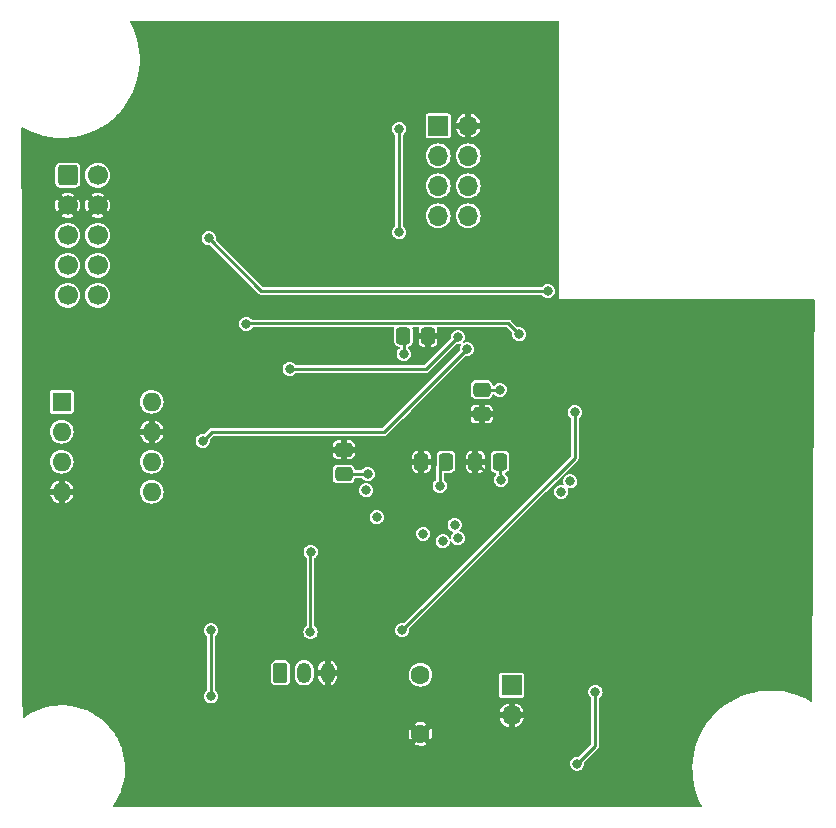
<source format=gbr>
G04 #@! TF.GenerationSoftware,KiCad,Pcbnew,(6.0.4)*
G04 #@! TF.CreationDate,2023-03-06T11:11:44-05:00*
G04 #@! TF.ProjectId,LED_Module,4c45445f-4d6f-4647-956c-652e6b696361,rev?*
G04 #@! TF.SameCoordinates,Original*
G04 #@! TF.FileFunction,Copper,L2,Bot*
G04 #@! TF.FilePolarity,Positive*
%FSLAX46Y46*%
G04 Gerber Fmt 4.6, Leading zero omitted, Abs format (unit mm)*
G04 Created by KiCad (PCBNEW (6.0.4)) date 2023-03-06 11:11:44*
%MOMM*%
%LPD*%
G01*
G04 APERTURE LIST*
G04 Aperture macros list*
%AMRoundRect*
0 Rectangle with rounded corners*
0 $1 Rounding radius*
0 $2 $3 $4 $5 $6 $7 $8 $9 X,Y pos of 4 corners*
0 Add a 4 corners polygon primitive as box body*
4,1,4,$2,$3,$4,$5,$6,$7,$8,$9,$2,$3,0*
0 Add four circle primitives for the rounded corners*
1,1,$1+$1,$2,$3*
1,1,$1+$1,$4,$5*
1,1,$1+$1,$6,$7*
1,1,$1+$1,$8,$9*
0 Add four rect primitives between the rounded corners*
20,1,$1+$1,$2,$3,$4,$5,0*
20,1,$1+$1,$4,$5,$6,$7,0*
20,1,$1+$1,$6,$7,$8,$9,0*
20,1,$1+$1,$8,$9,$2,$3,0*%
G04 Aperture macros list end*
G04 #@! TA.AperFunction,ComponentPad*
%ADD10RoundRect,0.250000X-0.350000X-0.625000X0.350000X-0.625000X0.350000X0.625000X-0.350000X0.625000X0*%
G04 #@! TD*
G04 #@! TA.AperFunction,ComponentPad*
%ADD11O,1.200000X1.750000*%
G04 #@! TD*
G04 #@! TA.AperFunction,ComponentPad*
%ADD12R,1.600000X1.600000*%
G04 #@! TD*
G04 #@! TA.AperFunction,ComponentPad*
%ADD13O,1.600000X1.600000*%
G04 #@! TD*
G04 #@! TA.AperFunction,ComponentPad*
%ADD14R,1.700000X1.700000*%
G04 #@! TD*
G04 #@! TA.AperFunction,ComponentPad*
%ADD15O,1.700000X1.700000*%
G04 #@! TD*
G04 #@! TA.AperFunction,ComponentPad*
%ADD16RoundRect,0.250000X-0.600000X-0.600000X0.600000X-0.600000X0.600000X0.600000X-0.600000X0.600000X0*%
G04 #@! TD*
G04 #@! TA.AperFunction,ComponentPad*
%ADD17C,1.700000*%
G04 #@! TD*
G04 #@! TA.AperFunction,ComponentPad*
%ADD18C,1.600000*%
G04 #@! TD*
G04 #@! TA.AperFunction,SMDPad,CuDef*
%ADD19RoundRect,0.250000X-0.337500X-0.475000X0.337500X-0.475000X0.337500X0.475000X-0.337500X0.475000X0*%
G04 #@! TD*
G04 #@! TA.AperFunction,SMDPad,CuDef*
%ADD20RoundRect,0.250000X-0.475000X0.337500X-0.475000X-0.337500X0.475000X-0.337500X0.475000X0.337500X0*%
G04 #@! TD*
G04 #@! TA.AperFunction,SMDPad,CuDef*
%ADD21RoundRect,0.250000X0.337500X0.475000X-0.337500X0.475000X-0.337500X-0.475000X0.337500X-0.475000X0*%
G04 #@! TD*
G04 #@! TA.AperFunction,SMDPad,CuDef*
%ADD22RoundRect,0.250000X0.475000X-0.337500X0.475000X0.337500X-0.475000X0.337500X-0.475000X-0.337500X0*%
G04 #@! TD*
G04 #@! TA.AperFunction,ViaPad*
%ADD23C,0.800000*%
G04 #@! TD*
G04 #@! TA.AperFunction,Conductor*
%ADD24C,0.250000*%
G04 #@! TD*
G04 APERTURE END LIST*
D10*
G04 #@! TO.P,J2,1,Pin_1*
G04 #@! TO.N,5V*
X73512800Y-106884000D03*
D11*
G04 #@! TO.P,J2,2,Pin_2*
G04 #@! TO.N,Net-(J2-Pad2)*
X75512800Y-106884000D03*
G04 #@! TO.P,J2,3,Pin_3*
G04 #@! TO.N,GND*
X77512800Y-106884000D03*
G04 #@! TD*
D12*
G04 #@! TO.P,U4,1,A0*
G04 #@! TO.N,3.3V*
X54991000Y-83947000D03*
D13*
G04 #@! TO.P,U4,2,A1*
X54991000Y-86487000D03*
G04 #@! TO.P,U4,3,A2*
X54991000Y-89027000D03*
G04 #@! TO.P,U4,4,GND*
G04 #@! TO.N,GND*
X54991000Y-91567000D03*
G04 #@! TO.P,U4,5,SDA*
G04 #@! TO.N,/EEPROM_SDA*
X62611000Y-91567000D03*
G04 #@! TO.P,U4,6,SCL*
G04 #@! TO.N,/EEPROM_SCL*
X62611000Y-89027000D03*
G04 #@! TO.P,U4,7,WP*
G04 #@! TO.N,GND*
X62611000Y-86487000D03*
G04 #@! TO.P,U4,8,VCC*
G04 #@! TO.N,3.3V*
X62611000Y-83947000D03*
G04 #@! TD*
D14*
G04 #@! TO.P,J4,1*
G04 #@! TO.N,5V*
X93091000Y-107950000D03*
D15*
G04 #@! TO.P,J4,2*
G04 #@! TO.N,GND*
X93091000Y-110490000D03*
G04 #@! TD*
D16*
G04 #@! TO.P,J1,1,Pin_1*
G04 #@! TO.N,/NRST*
X55499000Y-64770000D03*
D17*
G04 #@! TO.P,J1,2,Pin_2*
G04 #@! TO.N,/PA13*
X58039000Y-64770000D03*
G04 #@! TO.P,J1,3,Pin_3*
G04 #@! TO.N,GND*
X55499000Y-67310000D03*
G04 #@! TO.P,J1,4,Pin_4*
X58039000Y-67310000D03*
G04 #@! TO.P,J1,5,Pin_5*
G04 #@! TO.N,unconnected-(J1-Pad5)*
X55499000Y-69850000D03*
G04 #@! TO.P,J1,6,Pin_6*
G04 #@! TO.N,/PA14*
X58039000Y-69850000D03*
G04 #@! TO.P,J1,7,Pin_7*
G04 #@! TO.N,unconnected-(J1-Pad7)*
X55499000Y-72390000D03*
G04 #@! TO.P,J1,8,Pin_8*
G04 #@! TO.N,unconnected-(J1-Pad8)*
X58039000Y-72390000D03*
G04 #@! TO.P,J1,9,Pin_9*
G04 #@! TO.N,unconnected-(J1-Pad9)*
X55499000Y-74930000D03*
G04 #@! TO.P,J1,10,Pin_10*
G04 #@! TO.N,unconnected-(J1-Pad10)*
X58039000Y-74930000D03*
G04 #@! TD*
D14*
G04 #@! TO.P,J3,1,Tx*
G04 #@! TO.N,/PD2*
X86868000Y-60579000D03*
D15*
G04 #@! TO.P,J3,2,GND*
G04 #@! TO.N,GND*
X89408000Y-60579000D03*
G04 #@! TO.P,J3,3,CH_PD*
G04 #@! TO.N,/CH_PD*
X86868000Y-63119000D03*
G04 #@! TO.P,J3,4,GPIO2*
G04 #@! TO.N,unconnected-(J3-Pad4)*
X89408000Y-63119000D03*
G04 #@! TO.P,J3,5,RST*
G04 #@! TO.N,/RST*
X86868000Y-65659000D03*
G04 #@! TO.P,J3,6,GPIO0*
G04 #@! TO.N,/GPIO0*
X89408000Y-65659000D03*
G04 #@! TO.P,J3,7,3.3V*
G04 #@! TO.N,3.3V*
X86868000Y-68199000D03*
G04 #@! TO.P,J3,8,Rx*
G04 #@! TO.N,/PC12*
X89408000Y-68199000D03*
G04 #@! TD*
D18*
G04 #@! TO.P,C14,1*
G04 #@! TO.N,GND*
X85369400Y-112061000D03*
G04 #@! TO.P,C14,2*
G04 #@! TO.N,5V*
X85369400Y-107061000D03*
G04 #@! TD*
D19*
G04 #@! TO.P,C4,1*
G04 #@! TO.N,3.3V*
X83925500Y-78359000D03*
G04 #@! TO.P,C4,2*
G04 #@! TO.N,GND*
X86000500Y-78359000D03*
G04 #@! TD*
D20*
G04 #@! TO.P,C6,1*
G04 #@! TO.N,3.3V*
X90551000Y-82909500D03*
G04 #@! TO.P,C6,2*
G04 #@! TO.N,GND*
X90551000Y-84984500D03*
G04 #@! TD*
D21*
G04 #@! TO.P,C2,1*
G04 #@! TO.N,3.3V*
X87524500Y-89027000D03*
G04 #@! TO.P,C2,2*
G04 #@! TO.N,GND*
X85449500Y-89027000D03*
G04 #@! TD*
D22*
G04 #@! TO.P,C8,1*
G04 #@! TO.N,3.3V*
X78867000Y-90064500D03*
G04 #@! TO.P,C8,2*
G04 #@! TO.N,GND*
X78867000Y-87989500D03*
G04 #@! TD*
D21*
G04 #@! TO.P,C5,1*
G04 #@! TO.N,3.3V*
X92096500Y-89027000D03*
G04 #@! TO.P,C5,2*
G04 #@! TO.N,GND*
X90021500Y-89027000D03*
G04 #@! TD*
D23*
G04 #@! TO.N,Net-(C1-Pad2)*
X67634800Y-103293000D03*
X67634800Y-108881000D03*
G04 #@! TO.N,3.3V*
X92179428Y-90551000D03*
X76073000Y-96647000D03*
X76052800Y-103455000D03*
X92075000Y-82931000D03*
X83947000Y-79883000D03*
X86995000Y-91059000D03*
X80899000Y-90043000D03*
G04 #@! TO.N,/PA13*
X67437000Y-70104000D03*
X96139000Y-74549000D03*
G04 #@! TO.N,/PA14*
X70612000Y-77343000D03*
X93726000Y-78232000D03*
G04 #@! TO.N,/PA2*
X80772000Y-91440000D03*
G04 #@! TO.N,/PA3*
X81661000Y-93726000D03*
G04 #@! TO.N,/PA5*
X85598000Y-95123000D03*
G04 #@! TO.N,/PA6*
X87249000Y-95758000D03*
G04 #@! TO.N,/PB10*
X88265000Y-94361000D03*
G04 #@! TO.N,/PB11*
X88519000Y-95504000D03*
G04 #@! TO.N,/PB13*
X97282000Y-91567000D03*
G04 #@! TO.N,/PB14*
X98044000Y-90678000D03*
G04 #@! TO.N,/PD2*
X83566000Y-60833000D03*
X83566000Y-69596000D03*
G04 #@! TO.N,/EEPROM_SDA*
X88519000Y-78486000D03*
X74295000Y-81153000D03*
G04 #@! TO.N,/EEPROM_SCL*
X89281000Y-79502000D03*
X66929000Y-87249000D03*
G04 #@! TO.N,GND*
X116586000Y-99695000D03*
X91572000Y-71618000D03*
X82169000Y-116713000D03*
X77673200Y-111048800D03*
X91059000Y-90551000D03*
X77830800Y-112980000D03*
X106680000Y-116713000D03*
X77806000Y-76584980D03*
X85979000Y-79883000D03*
X54716800Y-101804000D03*
X93726000Y-115951000D03*
X116223000Y-85471000D03*
X61595000Y-116967000D03*
X92075000Y-84963000D03*
X91572000Y-60569000D03*
X116205000Y-78613000D03*
X93588451Y-112646633D03*
X86614000Y-114046000D03*
X85471000Y-90551000D03*
X69469000Y-117094000D03*
X74401800Y-115393000D03*
X72491600Y-113487200D03*
X94767400Y-52421400D03*
X116205000Y-89154000D03*
X116205000Y-81915000D03*
X80899000Y-88011000D03*
X106934000Y-112141000D03*
G04 #@! TO.N,Net-(J2-Pad2)*
X98425000Y-84836000D03*
X83820000Y-103288500D03*
G04 #@! TO.N,BUCK_3.3V*
X100177600Y-108508800D03*
X98628200Y-114579400D03*
G04 #@! TD*
D24*
G04 #@! TO.N,Net-(C1-Pad2)*
X67634800Y-103293000D02*
X67634800Y-108881000D01*
G04 #@! TO.N,3.3V*
X83947000Y-78380500D02*
X83925500Y-78359000D01*
X86995000Y-89556500D02*
X87524500Y-89027000D01*
X92179428Y-90551000D02*
X92179428Y-90125928D01*
X76052800Y-103455000D02*
X76052800Y-96667200D01*
X80899000Y-90043000D02*
X78888500Y-90043000D01*
X92179428Y-90125928D02*
X92096500Y-90043000D01*
X92096500Y-90043000D02*
X92096500Y-89027000D01*
X90572500Y-82931000D02*
X90551000Y-82909500D01*
X92075000Y-82931000D02*
X90572500Y-82931000D01*
X78888500Y-90043000D02*
X78867000Y-90064500D01*
X83947000Y-79883000D02*
X83947000Y-78380500D01*
X86995000Y-91059000D02*
X86995000Y-89556500D01*
G04 #@! TO.N,/PA13*
X96139000Y-74549000D02*
X71882000Y-74549000D01*
X71882000Y-74549000D02*
X67437000Y-70104000D01*
G04 #@! TO.N,/PA14*
X74963520Y-77309480D02*
X70645520Y-77309480D01*
X70645520Y-77309480D02*
X70612000Y-77343000D01*
X92803480Y-77309480D02*
X74963520Y-77309480D01*
X93726000Y-78232000D02*
X92803480Y-77309480D01*
G04 #@! TO.N,/PD2*
X83566000Y-69596000D02*
X83566000Y-60833000D01*
G04 #@! TO.N,/EEPROM_SDA*
X85852000Y-81153000D02*
X74295000Y-81153000D01*
X88519000Y-78486000D02*
X85852000Y-81153000D01*
G04 #@! TO.N,/EEPROM_SCL*
X68580000Y-86487000D02*
X67691000Y-86487000D01*
X89281000Y-79502000D02*
X82296000Y-86487000D01*
X67691000Y-86487000D02*
X66929000Y-87249000D01*
X82296000Y-86487000D02*
X68580000Y-86487000D01*
G04 #@! TO.N,GND*
X92075000Y-84963000D02*
X90572500Y-84963000D01*
X80899000Y-88011000D02*
X78888500Y-88011000D01*
X91572000Y-71618000D02*
X91572000Y-60569000D01*
X85979000Y-78380500D02*
X86000500Y-78359000D01*
X90572500Y-84963000D02*
X90551000Y-84984500D01*
X91059000Y-90551000D02*
X91059000Y-90064500D01*
X85471000Y-89048500D02*
X85449500Y-89027000D01*
X91059000Y-90064500D02*
X90021500Y-89027000D01*
X85979000Y-79883000D02*
X85979000Y-78380500D01*
X78888500Y-88011000D02*
X78867000Y-87989500D01*
X85471000Y-90551000D02*
X85471000Y-89048500D01*
G04 #@! TO.N,Net-(J2-Pad2)*
X98425000Y-88683500D02*
X83820000Y-103288500D01*
X98425000Y-84836000D02*
X98425000Y-88683500D01*
G04 #@! TO.N,BUCK_3.3V*
X100177600Y-108508800D02*
X100152200Y-108534200D01*
X100152200Y-108534200D02*
X100152200Y-113055400D01*
X100152200Y-113055400D02*
X98628200Y-114579400D01*
G04 #@! TD*
G04 #@! TA.AperFunction,Conductor*
G04 #@! TO.N,GND*
G36*
X97060494Y-51707306D02*
G01*
X97078800Y-51751500D01*
X97078800Y-75285600D01*
X118674046Y-75285600D01*
X118718240Y-75303906D01*
X118736545Y-75348458D01*
X118705065Y-80846913D01*
X118542132Y-109306037D01*
X118542072Y-109316469D01*
X118523513Y-109360557D01*
X118479215Y-109378610D01*
X118445902Y-109368765D01*
X118342590Y-109302694D01*
X117895647Y-109063045D01*
X117894554Y-109062563D01*
X117894546Y-109062559D01*
X117432739Y-108858878D01*
X117431635Y-108858391D01*
X116953290Y-108689939D01*
X116550240Y-108581942D01*
X116464601Y-108558995D01*
X116464595Y-108558994D01*
X116463432Y-108558682D01*
X116462249Y-108558461D01*
X116462242Y-108558459D01*
X115966124Y-108465613D01*
X115966117Y-108465612D01*
X115964947Y-108465393D01*
X115460774Y-108410623D01*
X115142261Y-108399500D01*
X114870680Y-108399500D01*
X114493235Y-108414000D01*
X114263405Y-108440592D01*
X113990628Y-108472153D01*
X113990615Y-108472155D01*
X113989457Y-108472289D01*
X113491636Y-108569056D01*
X113002705Y-108703730D01*
X113001579Y-108704135D01*
X113001577Y-108704136D01*
X112574237Y-108857988D01*
X112525548Y-108875517D01*
X112524443Y-108876013D01*
X112524442Y-108876014D01*
X112519509Y-108878231D01*
X112062977Y-109083405D01*
X111793482Y-109230338D01*
X111618771Y-109325593D01*
X111618764Y-109325597D01*
X111617717Y-109326168D01*
X111564763Y-109360557D01*
X111193389Y-109601730D01*
X111193380Y-109601736D01*
X111192395Y-109602376D01*
X111191457Y-109603093D01*
X111191453Y-109603096D01*
X111180882Y-109611178D01*
X110789516Y-109910399D01*
X110411456Y-110248424D01*
X110060444Y-110614457D01*
X110059693Y-110615371D01*
X110059687Y-110615378D01*
X109739297Y-111005426D01*
X109739288Y-111005438D01*
X109738547Y-111006340D01*
X109447664Y-111421764D01*
X109189510Y-111858280D01*
X109188981Y-111859354D01*
X109188981Y-111859355D01*
X108978441Y-112287228D01*
X108965605Y-112313314D01*
X108777270Y-112784185D01*
X108776907Y-112785344D01*
X108776905Y-112785349D01*
X108627181Y-113263119D01*
X108625614Y-113268118D01*
X108511533Y-113762259D01*
X108435698Y-114263696D01*
X108435611Y-114264879D01*
X108435610Y-114264889D01*
X108419703Y-114481512D01*
X108398556Y-114769472D01*
X108398560Y-114770669D01*
X108398560Y-114770674D01*
X108398961Y-114885487D01*
X108400326Y-115276608D01*
X108400421Y-115277785D01*
X108400421Y-115277792D01*
X108416731Y-115480501D01*
X108440998Y-115782114D01*
X108520332Y-116283009D01*
X108520608Y-116284166D01*
X108520610Y-116284178D01*
X108637580Y-116775168D01*
X108637584Y-116775181D01*
X108637860Y-116776341D01*
X108792890Y-117259203D01*
X108984508Y-117728748D01*
X109071593Y-117902654D01*
X109193710Y-118146515D01*
X109197130Y-118194228D01*
X109165810Y-118230385D01*
X109137825Y-118237000D01*
X59389534Y-118237000D01*
X59345340Y-118218694D01*
X59327034Y-118174500D01*
X59337507Y-118139868D01*
X59580120Y-117775396D01*
X59580122Y-117775393D01*
X59580868Y-117774272D01*
X59801096Y-117372850D01*
X59986231Y-116954083D01*
X60047662Y-116775168D01*
X60134485Y-116522301D01*
X60134487Y-116522293D01*
X60134920Y-116521033D01*
X60246075Y-116076865D01*
X60246285Y-116075564D01*
X60246287Y-116075552D01*
X60318672Y-115626145D01*
X60318885Y-115624825D01*
X60352816Y-115168219D01*
X60352756Y-115162876D01*
X60348292Y-114769472D01*
X60347622Y-114710383D01*
X60335290Y-114583464D01*
X60334895Y-114579400D01*
X98022518Y-114579400D01*
X98043156Y-114736162D01*
X98103664Y-114882241D01*
X98199918Y-115007682D01*
X98325359Y-115103936D01*
X98329142Y-115105503D01*
X98467652Y-115162876D01*
X98467653Y-115162876D01*
X98471438Y-115164444D01*
X98475500Y-115164979D01*
X98475501Y-115164979D01*
X98624136Y-115184547D01*
X98628200Y-115185082D01*
X98632264Y-115184547D01*
X98780899Y-115164979D01*
X98780900Y-115164979D01*
X98784962Y-115164444D01*
X98788747Y-115162876D01*
X98788748Y-115162876D01*
X98927258Y-115105503D01*
X98931041Y-115103936D01*
X99056482Y-115007682D01*
X99152736Y-114882241D01*
X99213244Y-114736162D01*
X99233882Y-114579400D01*
X99220995Y-114481512D01*
X99233375Y-114435306D01*
X99238766Y-114429160D01*
X100370386Y-113297541D01*
X100374406Y-113293857D01*
X100401206Y-113271369D01*
X100405394Y-113267855D01*
X100408127Y-113263122D01*
X100408129Y-113263119D01*
X100425627Y-113232810D01*
X100428542Y-113228234D01*
X100451753Y-113195084D01*
X100453168Y-113189805D01*
X100453169Y-113189802D01*
X100453388Y-113188983D01*
X100459627Y-113173920D01*
X100460056Y-113173177D01*
X100462788Y-113168445D01*
X100469815Y-113128589D01*
X100470991Y-113123286D01*
X100481463Y-113084207D01*
X100477938Y-113043914D01*
X100477700Y-113038467D01*
X100477700Y-109066262D01*
X100496006Y-109022068D01*
X100502152Y-109016677D01*
X100602637Y-108939572D01*
X100602638Y-108939571D01*
X100605882Y-108937082D01*
X100702136Y-108811641D01*
X100746966Y-108703412D01*
X100761076Y-108669348D01*
X100761076Y-108669347D01*
X100762644Y-108665562D01*
X100783282Y-108508800D01*
X100768895Y-108399520D01*
X100763179Y-108356101D01*
X100763179Y-108356100D01*
X100762644Y-108352038D01*
X100758913Y-108343029D01*
X100703703Y-108209742D01*
X100702136Y-108205959D01*
X100605882Y-108080518D01*
X100480441Y-107984264D01*
X100420656Y-107959500D01*
X100338148Y-107925324D01*
X100338147Y-107925324D01*
X100334362Y-107923756D01*
X100330300Y-107923221D01*
X100330299Y-107923221D01*
X100181664Y-107903653D01*
X100177600Y-107903118D01*
X100173536Y-107903653D01*
X100024901Y-107923221D01*
X100024900Y-107923221D01*
X100020838Y-107923756D01*
X100017053Y-107925324D01*
X100017052Y-107925324D01*
X99934544Y-107959500D01*
X99874759Y-107984264D01*
X99749318Y-108080518D01*
X99653064Y-108205959D01*
X99651497Y-108209742D01*
X99596288Y-108343029D01*
X99592556Y-108352038D01*
X99592021Y-108356100D01*
X99592021Y-108356101D01*
X99586305Y-108399520D01*
X99571918Y-108508800D01*
X99592556Y-108665562D01*
X99594124Y-108669347D01*
X99594124Y-108669348D01*
X99608234Y-108703412D01*
X99653064Y-108811641D01*
X99749318Y-108937082D01*
X99802248Y-108977697D01*
X99826165Y-109019123D01*
X99826700Y-109027281D01*
X99826700Y-112894685D01*
X99808394Y-112938879D01*
X98778440Y-113968834D01*
X98734246Y-113987140D01*
X98726088Y-113986605D01*
X98632264Y-113974253D01*
X98628200Y-113973718D01*
X98624136Y-113974253D01*
X98475501Y-113993821D01*
X98475500Y-113993821D01*
X98471438Y-113994356D01*
X98467653Y-113995924D01*
X98467652Y-113995924D01*
X98329142Y-114053297D01*
X98325359Y-114054864D01*
X98199918Y-114151118D01*
X98103664Y-114276559D01*
X98043156Y-114422638D01*
X98022518Y-114579400D01*
X60334895Y-114579400D01*
X60305835Y-114280342D01*
X60303340Y-114254664D01*
X60284841Y-114154363D01*
X60220540Y-113805724D01*
X60220537Y-113805712D01*
X60220294Y-113804393D01*
X60209056Y-113763452D01*
X60099445Y-113364154D01*
X60099445Y-113364153D01*
X60099090Y-113362861D01*
X60074280Y-113295609D01*
X59965834Y-113001655D01*
X59940615Y-112933296D01*
X59937677Y-112927037D01*
X84867722Y-112927037D01*
X84869273Y-112930782D01*
X84963161Y-112983253D01*
X84968732Y-112985687D01*
X85150022Y-113044592D01*
X85155979Y-113045901D01*
X85345254Y-113068471D01*
X85351334Y-113068599D01*
X85541396Y-113053974D01*
X85547394Y-113052916D01*
X85730992Y-113001655D01*
X85736669Y-112999453D01*
X85866406Y-112933917D01*
X85872610Y-112926704D01*
X85872343Y-112923153D01*
X85378190Y-112429000D01*
X85369400Y-112425359D01*
X85360610Y-112429000D01*
X84871363Y-112918247D01*
X84867722Y-112927037D01*
X59937677Y-112927037D01*
X59766571Y-112562594D01*
X59746027Y-112518837D01*
X59719896Y-112473667D01*
X59517417Y-112123671D01*
X59516748Y-112122514D01*
X59466048Y-112049972D01*
X84361700Y-112049972D01*
X84377651Y-112239930D01*
X84378749Y-112245909D01*
X84431293Y-112429153D01*
X84433530Y-112434803D01*
X84496711Y-112557741D01*
X84503967Y-112563894D01*
X84507594Y-112563596D01*
X85001400Y-112069790D01*
X85005041Y-112061000D01*
X85733759Y-112061000D01*
X85737400Y-112069790D01*
X86226563Y-112558953D01*
X86235353Y-112562594D01*
X86239178Y-112561009D01*
X86288795Y-112473667D01*
X86291267Y-112468114D01*
X86351440Y-112287228D01*
X86352786Y-112281304D01*
X86376841Y-112090889D01*
X86377085Y-112087394D01*
X86377430Y-112062738D01*
X86377285Y-112059272D01*
X86358554Y-111868241D01*
X86357372Y-111862273D01*
X86302276Y-111679788D01*
X86299956Y-111674160D01*
X86241745Y-111564680D01*
X86234402Y-111558627D01*
X86230619Y-111558991D01*
X85737400Y-112052210D01*
X85733759Y-112061000D01*
X85005041Y-112061000D01*
X85001400Y-112052210D01*
X84512033Y-111562843D01*
X84503243Y-111559202D01*
X84499577Y-111560721D01*
X84444335Y-111661205D01*
X84441937Y-111666802D01*
X84384299Y-111848499D01*
X84383033Y-111854453D01*
X84361785Y-112043883D01*
X84361700Y-112049972D01*
X59466048Y-112049972D01*
X59254455Y-111747224D01*
X59013300Y-111458293D01*
X58961913Y-111396726D01*
X58961911Y-111396724D01*
X58961064Y-111395709D01*
X58762892Y-111195800D01*
X84866785Y-111195800D01*
X84867116Y-111199506D01*
X85360610Y-111693000D01*
X85369400Y-111696641D01*
X85378190Y-111693000D01*
X85867714Y-111203476D01*
X85871355Y-111194686D01*
X85869869Y-111191098D01*
X85762722Y-111133164D01*
X85757122Y-111130810D01*
X85575012Y-111074437D01*
X85569064Y-111073216D01*
X85379469Y-111053290D01*
X85373400Y-111053247D01*
X85183555Y-111070524D01*
X85177576Y-111071664D01*
X84994704Y-111125487D01*
X84989072Y-111127763D01*
X84872887Y-111188502D01*
X84866785Y-111195800D01*
X58762892Y-111195800D01*
X58638720Y-111070540D01*
X58289779Y-110774093D01*
X58257830Y-110751346D01*
X92070249Y-110751346D01*
X92106180Y-110876651D01*
X92108417Y-110882301D01*
X92200032Y-111060565D01*
X92203332Y-111065685D01*
X92327829Y-111222760D01*
X92332052Y-111227134D01*
X92484687Y-111357037D01*
X92489686Y-111360511D01*
X92664646Y-111458293D01*
X92670217Y-111460727D01*
X92825177Y-111511077D01*
X92834662Y-111510330D01*
X92837000Y-111507593D01*
X92837000Y-111500179D01*
X93345000Y-111500179D01*
X93348641Y-111508969D01*
X93352426Y-111510537D01*
X93470762Y-111477497D01*
X93476433Y-111475298D01*
X93655343Y-111384923D01*
X93660465Y-111381673D01*
X93818415Y-111258268D01*
X93822819Y-111254075D01*
X93953787Y-111102347D01*
X93957289Y-111097382D01*
X94056291Y-110923109D01*
X94058767Y-110917546D01*
X94112574Y-110755796D01*
X94111894Y-110746306D01*
X94109232Y-110744000D01*
X93357431Y-110744000D01*
X93348641Y-110747641D01*
X93345000Y-110756431D01*
X93345000Y-111500179D01*
X92837000Y-111500179D01*
X92837000Y-110756431D01*
X92833359Y-110747641D01*
X92824569Y-110744000D01*
X92080574Y-110744000D01*
X92071784Y-110747641D01*
X92070249Y-110751346D01*
X58257830Y-110751346D01*
X57916792Y-110508534D01*
X57915642Y-110507855D01*
X57523648Y-110276492D01*
X57523640Y-110276488D01*
X57522485Y-110275806D01*
X57414910Y-110224149D01*
X92070364Y-110224149D01*
X92071177Y-110233630D01*
X92073991Y-110236000D01*
X92824569Y-110236000D01*
X92833359Y-110232359D01*
X92837000Y-110223569D01*
X93345000Y-110223569D01*
X93348641Y-110232359D01*
X93357431Y-110236000D01*
X94102084Y-110236000D01*
X94110874Y-110232359D01*
X94112344Y-110228810D01*
X94070327Y-110089643D01*
X94068007Y-110084015D01*
X93973912Y-109907046D01*
X93970546Y-109901981D01*
X93843868Y-109746657D01*
X93839580Y-109742339D01*
X93685149Y-109614583D01*
X93680100Y-109611178D01*
X93503800Y-109515853D01*
X93498182Y-109513491D01*
X93356877Y-109469749D01*
X93347402Y-109470629D01*
X93345000Y-109473521D01*
X93345000Y-110223569D01*
X92837000Y-110223569D01*
X92837000Y-109479272D01*
X92833359Y-109470482D01*
X92829732Y-109468980D01*
X92697491Y-109507901D01*
X92691845Y-109510182D01*
X92514221Y-109603042D01*
X92509138Y-109606368D01*
X92352931Y-109731961D01*
X92348583Y-109736219D01*
X92219755Y-109889752D01*
X92216311Y-109894782D01*
X92119756Y-110070413D01*
X92117358Y-110076010D01*
X92070364Y-110224149D01*
X57414910Y-110224149D01*
X57109740Y-110077608D01*
X56681574Y-109915391D01*
X56241116Y-109790339D01*
X56239821Y-109790089D01*
X56239815Y-109790087D01*
X55792896Y-109703619D01*
X55792890Y-109703618D01*
X55791587Y-109703366D01*
X55483974Y-109670763D01*
X55337434Y-109655232D01*
X55337430Y-109655232D01*
X55336272Y-109655109D01*
X55335105Y-109655072D01*
X55335100Y-109655072D01*
X55158280Y-109649515D01*
X55158265Y-109649515D01*
X55157795Y-109649500D01*
X54884102Y-109649500D01*
X54542553Y-109664114D01*
X54088450Y-109722688D01*
X53641010Y-109819837D01*
X53639753Y-109820225D01*
X53639745Y-109820227D01*
X53204772Y-109954458D01*
X53204764Y-109954461D01*
X53203503Y-109954850D01*
X52779127Y-110126740D01*
X52370985Y-110334250D01*
X51982059Y-110575864D01*
X51980986Y-110576665D01*
X51980982Y-110576668D01*
X51774475Y-110730875D01*
X51728112Y-110742650D01*
X51687002Y-110718192D01*
X51674580Y-110680916D01*
X51671145Y-108881000D01*
X67029118Y-108881000D01*
X67029653Y-108885064D01*
X67044772Y-108999901D01*
X67049756Y-109037762D01*
X67051324Y-109041547D01*
X67051324Y-109041548D01*
X67060466Y-109063619D01*
X67110264Y-109183841D01*
X67206518Y-109309282D01*
X67331959Y-109405536D01*
X67335742Y-109407103D01*
X67474252Y-109464476D01*
X67474253Y-109464476D01*
X67478038Y-109466044D01*
X67482100Y-109466579D01*
X67482101Y-109466579D01*
X67630736Y-109486147D01*
X67634800Y-109486682D01*
X67638864Y-109486147D01*
X67787499Y-109466579D01*
X67787500Y-109466579D01*
X67791562Y-109466044D01*
X67795347Y-109464476D01*
X67795348Y-109464476D01*
X67933858Y-109407103D01*
X67937641Y-109405536D01*
X68063082Y-109309282D01*
X68159336Y-109183841D01*
X68209134Y-109063619D01*
X68218276Y-109041548D01*
X68218276Y-109041547D01*
X68219844Y-109037762D01*
X68224829Y-108999901D01*
X68239947Y-108885064D01*
X68240482Y-108881000D01*
X68237570Y-108858878D01*
X68232418Y-108819748D01*
X92040500Y-108819748D01*
X92041099Y-108822758D01*
X92041099Y-108822761D01*
X92048187Y-108858391D01*
X92052133Y-108878231D01*
X92055550Y-108883345D01*
X92055551Y-108883347D01*
X92085174Y-108927680D01*
X92096448Y-108944552D01*
X92101562Y-108947969D01*
X92157653Y-108985449D01*
X92157655Y-108985450D01*
X92162769Y-108988867D01*
X92168803Y-108990067D01*
X92168805Y-108990068D01*
X92218239Y-108999901D01*
X92218242Y-108999901D01*
X92221252Y-109000500D01*
X93960748Y-109000500D01*
X93963758Y-108999901D01*
X93963761Y-108999901D01*
X94013195Y-108990068D01*
X94013197Y-108990067D01*
X94019231Y-108988867D01*
X94024345Y-108985450D01*
X94024347Y-108985449D01*
X94080438Y-108947969D01*
X94085552Y-108944552D01*
X94096826Y-108927680D01*
X94126449Y-108883347D01*
X94126450Y-108883345D01*
X94129867Y-108878231D01*
X94133814Y-108858391D01*
X94140901Y-108822761D01*
X94140901Y-108822758D01*
X94141500Y-108819748D01*
X94141500Y-107080252D01*
X94140901Y-107077239D01*
X94131068Y-107027805D01*
X94131067Y-107027803D01*
X94129867Y-107021769D01*
X94085552Y-106955448D01*
X94068680Y-106944174D01*
X94024347Y-106914551D01*
X94024345Y-106914550D01*
X94019231Y-106911133D01*
X94013197Y-106909933D01*
X94013195Y-106909932D01*
X93963761Y-106900099D01*
X93963758Y-106900099D01*
X93960748Y-106899500D01*
X92221252Y-106899500D01*
X92218242Y-106900099D01*
X92218239Y-106900099D01*
X92168805Y-106909932D01*
X92168803Y-106909933D01*
X92162769Y-106911133D01*
X92157655Y-106914550D01*
X92157653Y-106914551D01*
X92113320Y-106944174D01*
X92096448Y-106955448D01*
X92052133Y-107021769D01*
X92050933Y-107027803D01*
X92050932Y-107027805D01*
X92041099Y-107077239D01*
X92040500Y-107080252D01*
X92040500Y-108819748D01*
X68232418Y-108819748D01*
X68220379Y-108728301D01*
X68220379Y-108728300D01*
X68219844Y-108724238D01*
X68211518Y-108704136D01*
X68160903Y-108581942D01*
X68159336Y-108578159D01*
X68078272Y-108472514D01*
X68065573Y-108455964D01*
X68065572Y-108455963D01*
X68063082Y-108452718D01*
X67984752Y-108392613D01*
X67960835Y-108351187D01*
X67960300Y-108343029D01*
X67960300Y-107562834D01*
X72712300Y-107562834D01*
X72715281Y-107594369D01*
X72730553Y-107637857D01*
X72738981Y-107661856D01*
X72760166Y-107722184D01*
X72840650Y-107831150D01*
X72949616Y-107911634D01*
X72954024Y-107913182D01*
X72954026Y-107913183D01*
X73023624Y-107937623D01*
X73077431Y-107956519D01*
X73093858Y-107958072D01*
X73107502Y-107959362D01*
X73107510Y-107959362D01*
X73108966Y-107959500D01*
X73916634Y-107959500D01*
X73918090Y-107959362D01*
X73918098Y-107959362D01*
X73931742Y-107958072D01*
X73948169Y-107956519D01*
X74001976Y-107937623D01*
X74071574Y-107913183D01*
X74071576Y-107913182D01*
X74075984Y-107911634D01*
X74184950Y-107831150D01*
X74265434Y-107722184D01*
X74286620Y-107661856D01*
X74295047Y-107637857D01*
X74310319Y-107594369D01*
X74313300Y-107562834D01*
X74313300Y-107204155D01*
X74712300Y-107204155D01*
X74727254Y-107337472D01*
X74728402Y-107340769D01*
X74728403Y-107340773D01*
X74770922Y-107462871D01*
X74786315Y-107507073D01*
X74788167Y-107510036D01*
X74788167Y-107510037D01*
X74871141Y-107642822D01*
X74881484Y-107659375D01*
X75008030Y-107786807D01*
X75010982Y-107788680D01*
X75010984Y-107788682D01*
X75021923Y-107795624D01*
X75159664Y-107883037D01*
X75328849Y-107943281D01*
X75412925Y-107953306D01*
X75503709Y-107964132D01*
X75503713Y-107964132D01*
X75507176Y-107964545D01*
X75609452Y-107953796D01*
X75682313Y-107946138D01*
X75682316Y-107946137D01*
X75685783Y-107945773D01*
X75855793Y-107887897D01*
X76008755Y-107793794D01*
X76137068Y-107668141D01*
X76141119Y-107661856D01*
X76232462Y-107520119D01*
X76232462Y-107520118D01*
X76234354Y-107517183D01*
X76295778Y-107348422D01*
X76313300Y-107209717D01*
X76313300Y-107202561D01*
X76709600Y-107202561D01*
X76709794Y-107206039D01*
X76724214Y-107334601D01*
X76725755Y-107341379D01*
X76782714Y-107504941D01*
X76785719Y-107511214D01*
X76877502Y-107658098D01*
X76881819Y-107663544D01*
X77003868Y-107786449D01*
X77009273Y-107790795D01*
X77155526Y-107883610D01*
X77161758Y-107886649D01*
X77247088Y-107917034D01*
X77256592Y-107916552D01*
X77258800Y-107914108D01*
X77258800Y-107908614D01*
X77766800Y-107908614D01*
X77770441Y-107917404D01*
X77773623Y-107918722D01*
X77853642Y-107891481D01*
X77859925Y-107888525D01*
X78007453Y-107797765D01*
X78012922Y-107793492D01*
X78136681Y-107672299D01*
X78141065Y-107666924D01*
X78234896Y-107521327D01*
X78237982Y-107515110D01*
X78297224Y-107352345D01*
X78298857Y-107345592D01*
X78315753Y-107211847D01*
X78316000Y-107207917D01*
X78316000Y-107150431D01*
X78312359Y-107141641D01*
X78303569Y-107138000D01*
X77779231Y-107138000D01*
X77770441Y-107141641D01*
X77766800Y-107150431D01*
X77766800Y-107908614D01*
X77258800Y-107908614D01*
X77258800Y-107150431D01*
X77255159Y-107141641D01*
X77246369Y-107138000D01*
X76722031Y-107138000D01*
X76713241Y-107141641D01*
X76709600Y-107150431D01*
X76709600Y-107202561D01*
X76313300Y-107202561D01*
X76313300Y-107046963D01*
X84364157Y-107046963D01*
X84364413Y-107050010D01*
X84377824Y-107209717D01*
X84380575Y-107242483D01*
X84434658Y-107431091D01*
X84524344Y-107605601D01*
X84526235Y-107607987D01*
X84526237Y-107607990D01*
X84573912Y-107668141D01*
X84646218Y-107759369D01*
X84648548Y-107761352D01*
X84686313Y-107793492D01*
X84795638Y-107886535D01*
X84966913Y-107982257D01*
X84969817Y-107983201D01*
X84969818Y-107983201D01*
X85150605Y-108041943D01*
X85150610Y-108041944D01*
X85153518Y-108042889D01*
X85348346Y-108066121D01*
X85351388Y-108065887D01*
X85351391Y-108065887D01*
X85540928Y-108051303D01*
X85540933Y-108051302D01*
X85543976Y-108051068D01*
X85571969Y-108043252D01*
X85730017Y-107999124D01*
X85730021Y-107999123D01*
X85732956Y-107998303D01*
X85908089Y-107909837D01*
X85910487Y-107907964D01*
X85910491Y-107907961D01*
X86051535Y-107797765D01*
X86062703Y-107789040D01*
X86064700Y-107786727D01*
X86188915Y-107642822D01*
X86188919Y-107642817D01*
X86190909Y-107640511D01*
X86212280Y-107602892D01*
X86286314Y-107472570D01*
X86286316Y-107472565D01*
X86287825Y-107469909D01*
X86349758Y-107283732D01*
X86355354Y-107239440D01*
X86374129Y-107090813D01*
X86374129Y-107090812D01*
X86374349Y-107089071D01*
X86374741Y-107061000D01*
X86373664Y-107050010D01*
X86355892Y-106868769D01*
X86355594Y-106865728D01*
X86298884Y-106677894D01*
X86266809Y-106617569D01*
X86208205Y-106507351D01*
X86208203Y-106507348D01*
X86206770Y-106504653D01*
X86082761Y-106352602D01*
X85931580Y-106227535D01*
X85928896Y-106226084D01*
X85928892Y-106226081D01*
X85761670Y-106135665D01*
X85758985Y-106134213D01*
X85640119Y-106097418D01*
X85574467Y-106077095D01*
X85574464Y-106077094D01*
X85571552Y-106076193D01*
X85568519Y-106075874D01*
X85568518Y-106075874D01*
X85521744Y-106070958D01*
X85376419Y-106055683D01*
X85373386Y-106055959D01*
X85373382Y-106055959D01*
X85288600Y-106063675D01*
X85181018Y-106073466D01*
X85178090Y-106074328D01*
X85178089Y-106074328D01*
X85168688Y-106077095D01*
X84992793Y-106128864D01*
X84818912Y-106219767D01*
X84666000Y-106342711D01*
X84539880Y-106493016D01*
X84445356Y-106664954D01*
X84386028Y-106851978D01*
X84385687Y-106855016D01*
X84385687Y-106855017D01*
X84380698Y-106899500D01*
X84364157Y-107046963D01*
X76313300Y-107046963D01*
X76313300Y-106617569D01*
X76709600Y-106617569D01*
X76713241Y-106626359D01*
X76722031Y-106630000D01*
X77246369Y-106630000D01*
X77255159Y-106626359D01*
X77258800Y-106617569D01*
X77766800Y-106617569D01*
X77770441Y-106626359D01*
X77779231Y-106630000D01*
X78303569Y-106630000D01*
X78312359Y-106626359D01*
X78316000Y-106617569D01*
X78316000Y-106565439D01*
X78315806Y-106561961D01*
X78301386Y-106433399D01*
X78299845Y-106426621D01*
X78242886Y-106263059D01*
X78239881Y-106256786D01*
X78148098Y-106109902D01*
X78143781Y-106104456D01*
X78021732Y-105981551D01*
X78016327Y-105977205D01*
X77870074Y-105884390D01*
X77863842Y-105881351D01*
X77778512Y-105850966D01*
X77769008Y-105851448D01*
X77766800Y-105853892D01*
X77766800Y-106617569D01*
X77258800Y-106617569D01*
X77258800Y-105859386D01*
X77255159Y-105850596D01*
X77251977Y-105849278D01*
X77171958Y-105876519D01*
X77165675Y-105879475D01*
X77018147Y-105970235D01*
X77012678Y-105974508D01*
X76888919Y-106095701D01*
X76884535Y-106101076D01*
X76790704Y-106246673D01*
X76787618Y-106252890D01*
X76728376Y-106415655D01*
X76726743Y-106422408D01*
X76709847Y-106556153D01*
X76709600Y-106560083D01*
X76709600Y-106617569D01*
X76313300Y-106617569D01*
X76313300Y-106563845D01*
X76298346Y-106430528D01*
X76297198Y-106427231D01*
X76297197Y-106427227D01*
X76240434Y-106264227D01*
X76239285Y-106260927D01*
X76237433Y-106257963D01*
X76145969Y-106111590D01*
X76145968Y-106111588D01*
X76144116Y-106108625D01*
X76017570Y-105981193D01*
X76014618Y-105979320D01*
X76014616Y-105979318D01*
X75941753Y-105933078D01*
X75865936Y-105884963D01*
X75696751Y-105824719D01*
X75612675Y-105814694D01*
X75521891Y-105803868D01*
X75521887Y-105803868D01*
X75518424Y-105803455D01*
X75430053Y-105812743D01*
X75343287Y-105821862D01*
X75343284Y-105821863D01*
X75339817Y-105822227D01*
X75169807Y-105880103D01*
X75016845Y-105974206D01*
X74888532Y-106099859D01*
X74886642Y-106102792D01*
X74886641Y-106102793D01*
X74812168Y-106218353D01*
X74791246Y-106250817D01*
X74788645Y-106257963D01*
X74756947Y-106345054D01*
X74729822Y-106419578D01*
X74712300Y-106558283D01*
X74712300Y-107204155D01*
X74313300Y-107204155D01*
X74313300Y-106205166D01*
X74310319Y-106173631D01*
X74287491Y-106108625D01*
X74266983Y-106050226D01*
X74266982Y-106050224D01*
X74265434Y-106045816D01*
X74184950Y-105936850D01*
X74075984Y-105856366D01*
X74071576Y-105854818D01*
X74071574Y-105854817D01*
X73989206Y-105825892D01*
X73948169Y-105811481D01*
X73931742Y-105809928D01*
X73918098Y-105808638D01*
X73918090Y-105808638D01*
X73916634Y-105808500D01*
X73108966Y-105808500D01*
X73107510Y-105808638D01*
X73107502Y-105808638D01*
X73093858Y-105809928D01*
X73077431Y-105811481D01*
X73036394Y-105825892D01*
X72954026Y-105854817D01*
X72954024Y-105854818D01*
X72949616Y-105856366D01*
X72840650Y-105936850D01*
X72760166Y-106045816D01*
X72758618Y-106050224D01*
X72758617Y-106050226D01*
X72738109Y-106108625D01*
X72715281Y-106173631D01*
X72712300Y-106205166D01*
X72712300Y-107562834D01*
X67960300Y-107562834D01*
X67960300Y-103830971D01*
X67978606Y-103786777D01*
X67984748Y-103781389D01*
X68063082Y-103721282D01*
X68159336Y-103595841D01*
X68215991Y-103459064D01*
X68217675Y-103455000D01*
X75447118Y-103455000D01*
X75447653Y-103459064D01*
X75465068Y-103591341D01*
X75467756Y-103611762D01*
X75528264Y-103757841D01*
X75624518Y-103883282D01*
X75749959Y-103979536D01*
X75753742Y-103981103D01*
X75892252Y-104038476D01*
X75892253Y-104038476D01*
X75896038Y-104040044D01*
X75900100Y-104040579D01*
X75900101Y-104040579D01*
X76048736Y-104060147D01*
X76052800Y-104060682D01*
X76056864Y-104060147D01*
X76205499Y-104040579D01*
X76205500Y-104040579D01*
X76209562Y-104040044D01*
X76213347Y-104038476D01*
X76213348Y-104038476D01*
X76351858Y-103981103D01*
X76355641Y-103979536D01*
X76481082Y-103883282D01*
X76577336Y-103757841D01*
X76637844Y-103611762D01*
X76640533Y-103591341D01*
X76657947Y-103459064D01*
X76658482Y-103455000D01*
X76637844Y-103298238D01*
X76635675Y-103293000D01*
X76633811Y-103288500D01*
X83214318Y-103288500D01*
X83234956Y-103445262D01*
X83236524Y-103449047D01*
X83236524Y-103449048D01*
X83240673Y-103459064D01*
X83295464Y-103591341D01*
X83391718Y-103716782D01*
X83394963Y-103719272D01*
X83400826Y-103723771D01*
X83517159Y-103813036D01*
X83520942Y-103814603D01*
X83659452Y-103871976D01*
X83659453Y-103871976D01*
X83663238Y-103873544D01*
X83667300Y-103874079D01*
X83667301Y-103874079D01*
X83815936Y-103893647D01*
X83820000Y-103894182D01*
X83824064Y-103893647D01*
X83972699Y-103874079D01*
X83972700Y-103874079D01*
X83976762Y-103873544D01*
X83980547Y-103871976D01*
X83980548Y-103871976D01*
X84119058Y-103814603D01*
X84122841Y-103813036D01*
X84239174Y-103723771D01*
X84245037Y-103719272D01*
X84248282Y-103716782D01*
X84344536Y-103591341D01*
X84399327Y-103459064D01*
X84403476Y-103449048D01*
X84403476Y-103449047D01*
X84405044Y-103445262D01*
X84425682Y-103288500D01*
X84412795Y-103190612D01*
X84425175Y-103144406D01*
X84430566Y-103138260D01*
X96001826Y-91567000D01*
X96676318Y-91567000D01*
X96676853Y-91571064D01*
X96686255Y-91642476D01*
X96696956Y-91723762D01*
X96698524Y-91727547D01*
X96698524Y-91727548D01*
X96740276Y-91828346D01*
X96757464Y-91869841D01*
X96853718Y-91995282D01*
X96979159Y-92091536D01*
X96982942Y-92093103D01*
X97121452Y-92150476D01*
X97121453Y-92150476D01*
X97125238Y-92152044D01*
X97129300Y-92152579D01*
X97129301Y-92152579D01*
X97277936Y-92172147D01*
X97282000Y-92172682D01*
X97286064Y-92172147D01*
X97434699Y-92152579D01*
X97434700Y-92152579D01*
X97438762Y-92152044D01*
X97442547Y-92150476D01*
X97442548Y-92150476D01*
X97581058Y-92093103D01*
X97584841Y-92091536D01*
X97710282Y-91995282D01*
X97806536Y-91869841D01*
X97823724Y-91828346D01*
X97865476Y-91727548D01*
X97865476Y-91727547D01*
X97867044Y-91723762D01*
X97877746Y-91642476D01*
X97887147Y-91571064D01*
X97887682Y-91567000D01*
X97867044Y-91410238D01*
X97842819Y-91351754D01*
X97842820Y-91303919D01*
X97876645Y-91270094D01*
X97908719Y-91265872D01*
X98044000Y-91283682D01*
X98048064Y-91283147D01*
X98196699Y-91263579D01*
X98196700Y-91263579D01*
X98200762Y-91263044D01*
X98204547Y-91261476D01*
X98204548Y-91261476D01*
X98343058Y-91204103D01*
X98346841Y-91202536D01*
X98472282Y-91106282D01*
X98568536Y-90980841D01*
X98599412Y-90906301D01*
X98627476Y-90838548D01*
X98627477Y-90838544D01*
X98629044Y-90834762D01*
X98632807Y-90806183D01*
X98649147Y-90682064D01*
X98649682Y-90678000D01*
X98643858Y-90633763D01*
X98629579Y-90525301D01*
X98629579Y-90525300D01*
X98629044Y-90521238D01*
X98607008Y-90468037D01*
X98570103Y-90378942D01*
X98568536Y-90375159D01*
X98472282Y-90249718D01*
X98346841Y-90153464D01*
X98226930Y-90103795D01*
X98204548Y-90094524D01*
X98204547Y-90094524D01*
X98200762Y-90092956D01*
X98196700Y-90092421D01*
X98196699Y-90092421D01*
X98048064Y-90072853D01*
X98044000Y-90072318D01*
X98039936Y-90072853D01*
X97891301Y-90092421D01*
X97891300Y-90092421D01*
X97887238Y-90092956D01*
X97883453Y-90094524D01*
X97883452Y-90094524D01*
X97861070Y-90103795D01*
X97741159Y-90153464D01*
X97615718Y-90249718D01*
X97519464Y-90375159D01*
X97517897Y-90378942D01*
X97480993Y-90468037D01*
X97458956Y-90521238D01*
X97458421Y-90525300D01*
X97458421Y-90525301D01*
X97444142Y-90633763D01*
X97438318Y-90678000D01*
X97438853Y-90682064D01*
X97455194Y-90806183D01*
X97458956Y-90834762D01*
X97468831Y-90858602D01*
X97483181Y-90893246D01*
X97483180Y-90941081D01*
X97449355Y-90974906D01*
X97417281Y-90979128D01*
X97282000Y-90961318D01*
X97277936Y-90961853D01*
X97129301Y-90981421D01*
X97129300Y-90981421D01*
X97125238Y-90981956D01*
X97121453Y-90983524D01*
X97121452Y-90983524D01*
X96982942Y-91040897D01*
X96979159Y-91042464D01*
X96853718Y-91138718D01*
X96757464Y-91264159D01*
X96755897Y-91267942D01*
X96714119Y-91368804D01*
X96696956Y-91410238D01*
X96676318Y-91567000D01*
X96001826Y-91567000D01*
X98643180Y-88925646D01*
X98647200Y-88921962D01*
X98674005Y-88899470D01*
X98678194Y-88895955D01*
X98698425Y-88860914D01*
X98701350Y-88856322D01*
X98721420Y-88827660D01*
X98721420Y-88827659D01*
X98724554Y-88823184D01*
X98726188Y-88817086D01*
X98732432Y-88802013D01*
X98732853Y-88801284D01*
X98732855Y-88801279D01*
X98735588Y-88796545D01*
X98742613Y-88756704D01*
X98743793Y-88751383D01*
X98752849Y-88717589D01*
X98752849Y-88717587D01*
X98754264Y-88712307D01*
X98750738Y-88672006D01*
X98750500Y-88666559D01*
X98750500Y-85373971D01*
X98768806Y-85329777D01*
X98774948Y-85324389D01*
X98853282Y-85264282D01*
X98870272Y-85242141D01*
X98947045Y-85142087D01*
X98949536Y-85138841D01*
X99010044Y-84992762D01*
X99015395Y-84952121D01*
X99030147Y-84840064D01*
X99030682Y-84836000D01*
X99025575Y-84797211D01*
X99010579Y-84683301D01*
X99010579Y-84683300D01*
X99010044Y-84679238D01*
X98996837Y-84647352D01*
X98951103Y-84536942D01*
X98949536Y-84533159D01*
X98853282Y-84407718D01*
X98727841Y-84311464D01*
X98724058Y-84309897D01*
X98585548Y-84252524D01*
X98585547Y-84252524D01*
X98581762Y-84250956D01*
X98577700Y-84250421D01*
X98577699Y-84250421D01*
X98429064Y-84230853D01*
X98425000Y-84230318D01*
X98420936Y-84230853D01*
X98272301Y-84250421D01*
X98272300Y-84250421D01*
X98268238Y-84250956D01*
X98264453Y-84252524D01*
X98264452Y-84252524D01*
X98125942Y-84309897D01*
X98122159Y-84311464D01*
X97996718Y-84407718D01*
X97900464Y-84533159D01*
X97898897Y-84536942D01*
X97853164Y-84647352D01*
X97839956Y-84679238D01*
X97839421Y-84683300D01*
X97839421Y-84683301D01*
X97824425Y-84797211D01*
X97819318Y-84836000D01*
X97819853Y-84840064D01*
X97834606Y-84952121D01*
X97839956Y-84992762D01*
X97900464Y-85138841D01*
X97902955Y-85142087D01*
X97979729Y-85242141D01*
X97996718Y-85264282D01*
X98075048Y-85324387D01*
X98098965Y-85365813D01*
X98099500Y-85373971D01*
X98099500Y-88522786D01*
X98081194Y-88566980D01*
X83970240Y-102677934D01*
X83926046Y-102696240D01*
X83917888Y-102695705D01*
X83824064Y-102683353D01*
X83820000Y-102682818D01*
X83815936Y-102683353D01*
X83667301Y-102702921D01*
X83667300Y-102702921D01*
X83663238Y-102703456D01*
X83659453Y-102705024D01*
X83659452Y-102705024D01*
X83520942Y-102762397D01*
X83517159Y-102763964D01*
X83391718Y-102860218D01*
X83295464Y-102985659D01*
X83234956Y-103131738D01*
X83234421Y-103135800D01*
X83234421Y-103135801D01*
X83231769Y-103155942D01*
X83214318Y-103288500D01*
X76633811Y-103288500D01*
X76578903Y-103155942D01*
X76577336Y-103152159D01*
X76481082Y-103026718D01*
X76402752Y-102966613D01*
X76378835Y-102925187D01*
X76378300Y-102917029D01*
X76378300Y-97200471D01*
X76396606Y-97156277D01*
X76402748Y-97150889D01*
X76501282Y-97075282D01*
X76597536Y-96949841D01*
X76658044Y-96803762D01*
X76678682Y-96647000D01*
X76658044Y-96490238D01*
X76597536Y-96344159D01*
X76501282Y-96218718D01*
X76375841Y-96122464D01*
X76234907Y-96064087D01*
X76233548Y-96063524D01*
X76233547Y-96063524D01*
X76229762Y-96061956D01*
X76225700Y-96061421D01*
X76225699Y-96061421D01*
X76077064Y-96041853D01*
X76073000Y-96041318D01*
X76068936Y-96041853D01*
X75920301Y-96061421D01*
X75920300Y-96061421D01*
X75916238Y-96061956D01*
X75912453Y-96063524D01*
X75912452Y-96063524D01*
X75911093Y-96064087D01*
X75770159Y-96122464D01*
X75644718Y-96218718D01*
X75548464Y-96344159D01*
X75487956Y-96490238D01*
X75467318Y-96647000D01*
X75487956Y-96803762D01*
X75548464Y-96949841D01*
X75644718Y-97075282D01*
X75702848Y-97119887D01*
X75726765Y-97161313D01*
X75727300Y-97169471D01*
X75727300Y-102917029D01*
X75708994Y-102961223D01*
X75702852Y-102966611D01*
X75624518Y-103026718D01*
X75528264Y-103152159D01*
X75526697Y-103155942D01*
X75469926Y-103293000D01*
X75467756Y-103298238D01*
X75447118Y-103455000D01*
X68217675Y-103455000D01*
X68218276Y-103453548D01*
X68218276Y-103453547D01*
X68219844Y-103449762D01*
X68220437Y-103445262D01*
X68239947Y-103297064D01*
X68240482Y-103293000D01*
X68239355Y-103284436D01*
X68220379Y-103140301D01*
X68220379Y-103140300D01*
X68219844Y-103136238D01*
X68159336Y-102990159D01*
X68063082Y-102864718D01*
X68057218Y-102860218D01*
X67940887Y-102770955D01*
X67937641Y-102768464D01*
X67922994Y-102762397D01*
X67795348Y-102709524D01*
X67795347Y-102709524D01*
X67791562Y-102707956D01*
X67787500Y-102707421D01*
X67787499Y-102707421D01*
X67638864Y-102687853D01*
X67634800Y-102687318D01*
X67630736Y-102687853D01*
X67482101Y-102707421D01*
X67482100Y-102707421D01*
X67478038Y-102707956D01*
X67474253Y-102709524D01*
X67474252Y-102709524D01*
X67346606Y-102762397D01*
X67331959Y-102768464D01*
X67328713Y-102770955D01*
X67212383Y-102860218D01*
X67206518Y-102864718D01*
X67110264Y-102990159D01*
X67049756Y-103136238D01*
X67049221Y-103140300D01*
X67049221Y-103140301D01*
X67030245Y-103284436D01*
X67029118Y-103293000D01*
X67029653Y-103297064D01*
X67049164Y-103445262D01*
X67049756Y-103449762D01*
X67051324Y-103453547D01*
X67051324Y-103453548D01*
X67053609Y-103459064D01*
X67110264Y-103595841D01*
X67206518Y-103721282D01*
X67284848Y-103781387D01*
X67308765Y-103822813D01*
X67309300Y-103830971D01*
X67309300Y-108343029D01*
X67290994Y-108387223D01*
X67284852Y-108392611D01*
X67206518Y-108452718D01*
X67204028Y-108455963D01*
X67204027Y-108455964D01*
X67191328Y-108472514D01*
X67110264Y-108578159D01*
X67108697Y-108581942D01*
X67058083Y-108704136D01*
X67049756Y-108724238D01*
X67049221Y-108728300D01*
X67049221Y-108728301D01*
X67032030Y-108858878D01*
X67029118Y-108881000D01*
X51671145Y-108881000D01*
X51646101Y-95758000D01*
X86643318Y-95758000D01*
X86663956Y-95914762D01*
X86724464Y-96060841D01*
X86820718Y-96186282D01*
X86946159Y-96282536D01*
X86949942Y-96284103D01*
X87088452Y-96341476D01*
X87088453Y-96341476D01*
X87092238Y-96343044D01*
X87096300Y-96343579D01*
X87096301Y-96343579D01*
X87244936Y-96363147D01*
X87249000Y-96363682D01*
X87253064Y-96363147D01*
X87401699Y-96343579D01*
X87401700Y-96343579D01*
X87405762Y-96343044D01*
X87409547Y-96341476D01*
X87409548Y-96341476D01*
X87548058Y-96284103D01*
X87551841Y-96282536D01*
X87677282Y-96186282D01*
X87773536Y-96060841D01*
X87834044Y-95914762D01*
X87853070Y-95770244D01*
X87876987Y-95728817D01*
X87923193Y-95716437D01*
X87964620Y-95740354D01*
X87972777Y-95754484D01*
X87994464Y-95806841D01*
X88090718Y-95932282D01*
X88216159Y-96028536D01*
X88219942Y-96030103D01*
X88358452Y-96087476D01*
X88358453Y-96087476D01*
X88362238Y-96089044D01*
X88366300Y-96089579D01*
X88366301Y-96089579D01*
X88514936Y-96109147D01*
X88519000Y-96109682D01*
X88523064Y-96109147D01*
X88671699Y-96089579D01*
X88671700Y-96089579D01*
X88675762Y-96089044D01*
X88679547Y-96087476D01*
X88679548Y-96087476D01*
X88818058Y-96030103D01*
X88821841Y-96028536D01*
X88947282Y-95932282D01*
X89043536Y-95806841D01*
X89104044Y-95660762D01*
X89111881Y-95601238D01*
X89124147Y-95508064D01*
X89124682Y-95504000D01*
X89104044Y-95347238D01*
X89076095Y-95279762D01*
X89045103Y-95204942D01*
X89043536Y-95201159D01*
X88947282Y-95075718D01*
X88821841Y-94979464D01*
X88677403Y-94919636D01*
X88643579Y-94885812D01*
X88643579Y-94837976D01*
X88663273Y-94812310D01*
X88690033Y-94791776D01*
X88690037Y-94791772D01*
X88693282Y-94789282D01*
X88789536Y-94663841D01*
X88841030Y-94539524D01*
X88848476Y-94521548D01*
X88848476Y-94521547D01*
X88850044Y-94517762D01*
X88870682Y-94361000D01*
X88850044Y-94204238D01*
X88828008Y-94151037D01*
X88791103Y-94061942D01*
X88789536Y-94058159D01*
X88693282Y-93932718D01*
X88567841Y-93836464D01*
X88564058Y-93834897D01*
X88425548Y-93777524D01*
X88425547Y-93777524D01*
X88421762Y-93775956D01*
X88417700Y-93775421D01*
X88417699Y-93775421D01*
X88269064Y-93755853D01*
X88265000Y-93755318D01*
X88260936Y-93755853D01*
X88112301Y-93775421D01*
X88112300Y-93775421D01*
X88108238Y-93775956D01*
X88104453Y-93777524D01*
X88104452Y-93777524D01*
X87965942Y-93834897D01*
X87962159Y-93836464D01*
X87836718Y-93932718D01*
X87740464Y-94058159D01*
X87738897Y-94061942D01*
X87701993Y-94151037D01*
X87679956Y-94204238D01*
X87659318Y-94361000D01*
X87679956Y-94517762D01*
X87681524Y-94521547D01*
X87681524Y-94521548D01*
X87688970Y-94539524D01*
X87740464Y-94663841D01*
X87836718Y-94789282D01*
X87962159Y-94885536D01*
X88106597Y-94945364D01*
X88140421Y-94979188D01*
X88140421Y-95027024D01*
X88120727Y-95052690D01*
X88093967Y-95073224D01*
X88093963Y-95073228D01*
X88090718Y-95075718D01*
X87994464Y-95201159D01*
X87992897Y-95204942D01*
X87961906Y-95279762D01*
X87933956Y-95347238D01*
X87933421Y-95351300D01*
X87933421Y-95351301D01*
X87914930Y-95491756D01*
X87891013Y-95533183D01*
X87844807Y-95545563D01*
X87803380Y-95521646D01*
X87795223Y-95507516D01*
X87775103Y-95458942D01*
X87773536Y-95455159D01*
X87677282Y-95329718D01*
X87551841Y-95233464D01*
X87473850Y-95201159D01*
X87409548Y-95174524D01*
X87409547Y-95174524D01*
X87405762Y-95172956D01*
X87401700Y-95172421D01*
X87401699Y-95172421D01*
X87253064Y-95152853D01*
X87249000Y-95152318D01*
X87244936Y-95152853D01*
X87096301Y-95172421D01*
X87096300Y-95172421D01*
X87092238Y-95172956D01*
X87088453Y-95174524D01*
X87088452Y-95174524D01*
X87024150Y-95201159D01*
X86946159Y-95233464D01*
X86820718Y-95329718D01*
X86724464Y-95455159D01*
X86722897Y-95458942D01*
X86685993Y-95548037D01*
X86663956Y-95601238D01*
X86663421Y-95605300D01*
X86663421Y-95605301D01*
X86655621Y-95664548D01*
X86643318Y-95758000D01*
X51646101Y-95758000D01*
X51644889Y-95123000D01*
X84992318Y-95123000D01*
X85012956Y-95279762D01*
X85014524Y-95283547D01*
X85014524Y-95283548D01*
X85042588Y-95351301D01*
X85073464Y-95425841D01*
X85169718Y-95551282D01*
X85295159Y-95647536D01*
X85298942Y-95649103D01*
X85437452Y-95706476D01*
X85437453Y-95706476D01*
X85441238Y-95708044D01*
X85445300Y-95708579D01*
X85445301Y-95708579D01*
X85593936Y-95728147D01*
X85598000Y-95728682D01*
X85602064Y-95728147D01*
X85750699Y-95708579D01*
X85750700Y-95708579D01*
X85754762Y-95708044D01*
X85758547Y-95706476D01*
X85758548Y-95706476D01*
X85897058Y-95649103D01*
X85900841Y-95647536D01*
X86026282Y-95551282D01*
X86122536Y-95425841D01*
X86153412Y-95351301D01*
X86181476Y-95283548D01*
X86181476Y-95283547D01*
X86183044Y-95279762D01*
X86203682Y-95123000D01*
X86203147Y-95118936D01*
X86183579Y-94970301D01*
X86183579Y-94970300D01*
X86183044Y-94966238D01*
X86174680Y-94946044D01*
X86124103Y-94823942D01*
X86122536Y-94820159D01*
X86026282Y-94694718D01*
X85900841Y-94598464D01*
X85897058Y-94596897D01*
X85758548Y-94539524D01*
X85758547Y-94539524D01*
X85754762Y-94537956D01*
X85750700Y-94537421D01*
X85750699Y-94537421D01*
X85602064Y-94517853D01*
X85598000Y-94517318D01*
X85593936Y-94517853D01*
X85445301Y-94537421D01*
X85445300Y-94537421D01*
X85441238Y-94537956D01*
X85437453Y-94539524D01*
X85437452Y-94539524D01*
X85298942Y-94596897D01*
X85295159Y-94598464D01*
X85169718Y-94694718D01*
X85073464Y-94820159D01*
X85071897Y-94823942D01*
X85021321Y-94946044D01*
X85012956Y-94966238D01*
X85012421Y-94970300D01*
X85012421Y-94970301D01*
X84992853Y-95118936D01*
X84992318Y-95123000D01*
X51644889Y-95123000D01*
X51642223Y-93726000D01*
X81055318Y-93726000D01*
X81075956Y-93882762D01*
X81077524Y-93886547D01*
X81077524Y-93886548D01*
X81134897Y-94025058D01*
X81136464Y-94028841D01*
X81232718Y-94154282D01*
X81358159Y-94250536D01*
X81361942Y-94252103D01*
X81500452Y-94309476D01*
X81500453Y-94309476D01*
X81504238Y-94311044D01*
X81508300Y-94311579D01*
X81508301Y-94311579D01*
X81656936Y-94331147D01*
X81661000Y-94331682D01*
X81665064Y-94331147D01*
X81813699Y-94311579D01*
X81813700Y-94311579D01*
X81817762Y-94311044D01*
X81821547Y-94309476D01*
X81821548Y-94309476D01*
X81960058Y-94252103D01*
X81963841Y-94250536D01*
X82089282Y-94154282D01*
X82185536Y-94028841D01*
X82187103Y-94025058D01*
X82244476Y-93886548D01*
X82244476Y-93886547D01*
X82246044Y-93882762D01*
X82266682Y-93726000D01*
X82246044Y-93569238D01*
X82185536Y-93423159D01*
X82089282Y-93297718D01*
X81963841Y-93201464D01*
X81960058Y-93199897D01*
X81821548Y-93142524D01*
X81821547Y-93142524D01*
X81817762Y-93140956D01*
X81813700Y-93140421D01*
X81813699Y-93140421D01*
X81665064Y-93120853D01*
X81661000Y-93120318D01*
X81656936Y-93120853D01*
X81508301Y-93140421D01*
X81508300Y-93140421D01*
X81504238Y-93140956D01*
X81500453Y-93142524D01*
X81500452Y-93142524D01*
X81361942Y-93199897D01*
X81358159Y-93201464D01*
X81232718Y-93297718D01*
X81136464Y-93423159D01*
X81075956Y-93569238D01*
X81055318Y-93726000D01*
X51642223Y-93726000D01*
X51638602Y-91828346D01*
X54022266Y-91828346D01*
X54052893Y-91935154D01*
X54055130Y-91940803D01*
X54142266Y-92110353D01*
X54145561Y-92115465D01*
X54263970Y-92264859D01*
X54268193Y-92269233D01*
X54413361Y-92392781D01*
X54418360Y-92396255D01*
X54584759Y-92489252D01*
X54590336Y-92491688D01*
X54725177Y-92535501D01*
X54734662Y-92534754D01*
X54737000Y-92532017D01*
X54737000Y-92525264D01*
X55245000Y-92525264D01*
X55248641Y-92534054D01*
X55252426Y-92535622D01*
X55352593Y-92507655D01*
X55358264Y-92505456D01*
X55528422Y-92419502D01*
X55533544Y-92416252D01*
X55683767Y-92298884D01*
X55688171Y-92294691D01*
X55812727Y-92150390D01*
X55816238Y-92145413D01*
X55910391Y-91979674D01*
X55912868Y-91974110D01*
X55959877Y-91832796D01*
X55959197Y-91823306D01*
X55956535Y-91821000D01*
X55257431Y-91821000D01*
X55248641Y-91824641D01*
X55245000Y-91833431D01*
X55245000Y-92525264D01*
X54737000Y-92525264D01*
X54737000Y-91833431D01*
X54733359Y-91824641D01*
X54724569Y-91821000D01*
X54032591Y-91821000D01*
X54023801Y-91824641D01*
X54022266Y-91828346D01*
X51638602Y-91828346D01*
X51638077Y-91552963D01*
X61605757Y-91552963D01*
X61606791Y-91565272D01*
X61621384Y-91739058D01*
X61622175Y-91748483D01*
X61676258Y-91937091D01*
X61765944Y-92111601D01*
X61767835Y-92113987D01*
X61767837Y-92113990D01*
X61797998Y-92152044D01*
X61887818Y-92265369D01*
X62037238Y-92392535D01*
X62208513Y-92488257D01*
X62211417Y-92489201D01*
X62211418Y-92489201D01*
X62392205Y-92547943D01*
X62392210Y-92547944D01*
X62395118Y-92548889D01*
X62589946Y-92572121D01*
X62592988Y-92571887D01*
X62592991Y-92571887D01*
X62782528Y-92557303D01*
X62782533Y-92557302D01*
X62785576Y-92557068D01*
X62813569Y-92549252D01*
X62971617Y-92505124D01*
X62971621Y-92505123D01*
X62974556Y-92504303D01*
X63149689Y-92415837D01*
X63152087Y-92413964D01*
X63152091Y-92413961D01*
X63232930Y-92350802D01*
X63304303Y-92295040D01*
X63326579Y-92269233D01*
X63430515Y-92148822D01*
X63430519Y-92148817D01*
X63432509Y-92146511D01*
X63453880Y-92108892D01*
X63527914Y-91978570D01*
X63527916Y-91978565D01*
X63529425Y-91975909D01*
X63591358Y-91789732D01*
X63596954Y-91745440D01*
X63615729Y-91596813D01*
X63615729Y-91596812D01*
X63615949Y-91595071D01*
X63616341Y-91567000D01*
X63615264Y-91556010D01*
X63603888Y-91440000D01*
X80166318Y-91440000D01*
X80166853Y-91444064D01*
X80172116Y-91484037D01*
X80186956Y-91596762D01*
X80247464Y-91742841D01*
X80343718Y-91868282D01*
X80469159Y-91964536D01*
X80472942Y-91966103D01*
X80611452Y-92023476D01*
X80611453Y-92023476D01*
X80615238Y-92025044D01*
X80619300Y-92025579D01*
X80619301Y-92025579D01*
X80767936Y-92045147D01*
X80772000Y-92045682D01*
X80776064Y-92045147D01*
X80924699Y-92025579D01*
X80924700Y-92025579D01*
X80928762Y-92025044D01*
X80932547Y-92023476D01*
X80932548Y-92023476D01*
X81071058Y-91966103D01*
X81074841Y-91964536D01*
X81200282Y-91868282D01*
X81296536Y-91742841D01*
X81357044Y-91596762D01*
X81371885Y-91484037D01*
X81377147Y-91444064D01*
X81377682Y-91440000D01*
X81357044Y-91283238D01*
X81348680Y-91263044D01*
X81298103Y-91140942D01*
X81296536Y-91137159D01*
X81236563Y-91059000D01*
X86389318Y-91059000D01*
X86389853Y-91063064D01*
X86405761Y-91183894D01*
X86409956Y-91215762D01*
X86411524Y-91219547D01*
X86411524Y-91219548D01*
X86446472Y-91303919D01*
X86470464Y-91361841D01*
X86566718Y-91487282D01*
X86692159Y-91583536D01*
X86695942Y-91585103D01*
X86834452Y-91642476D01*
X86834453Y-91642476D01*
X86838238Y-91644044D01*
X86842300Y-91644579D01*
X86842301Y-91644579D01*
X86990936Y-91664147D01*
X86995000Y-91664682D01*
X86999064Y-91664147D01*
X87147699Y-91644579D01*
X87147700Y-91644579D01*
X87151762Y-91644044D01*
X87155547Y-91642476D01*
X87155548Y-91642476D01*
X87294058Y-91585103D01*
X87297841Y-91583536D01*
X87423282Y-91487282D01*
X87519536Y-91361841D01*
X87543528Y-91303919D01*
X87578476Y-91219548D01*
X87578476Y-91219547D01*
X87580044Y-91215762D01*
X87584240Y-91183894D01*
X87600147Y-91063064D01*
X87600682Y-91059000D01*
X87597059Y-91031478D01*
X87580579Y-90906301D01*
X87580579Y-90906300D01*
X87580044Y-90902238D01*
X87576320Y-90893246D01*
X87521103Y-90759942D01*
X87519536Y-90756159D01*
X87427551Y-90636281D01*
X87425773Y-90633964D01*
X87425772Y-90633963D01*
X87423282Y-90630718D01*
X87344952Y-90570613D01*
X87321035Y-90529187D01*
X87320500Y-90521029D01*
X87320500Y-90015000D01*
X87338806Y-89970806D01*
X87383000Y-89952500D01*
X87915834Y-89952500D01*
X87917290Y-89952362D01*
X87917298Y-89952362D01*
X87932347Y-89950939D01*
X87947369Y-89949519D01*
X88001176Y-89930623D01*
X88070774Y-89906183D01*
X88070776Y-89906182D01*
X88075184Y-89904634D01*
X88184150Y-89824150D01*
X88264634Y-89715184D01*
X88270250Y-89699194D01*
X88300789Y-89612228D01*
X88309519Y-89587369D01*
X88311351Y-89567994D01*
X88312362Y-89557298D01*
X88312362Y-89557290D01*
X88312500Y-89555834D01*
X88312500Y-89554679D01*
X89230800Y-89554679D01*
X89230938Y-89557618D01*
X89233441Y-89584089D01*
X89235061Y-89591473D01*
X89277404Y-89712051D01*
X89281730Y-89720221D01*
X89357145Y-89822323D01*
X89363677Y-89828855D01*
X89465779Y-89904270D01*
X89473949Y-89908596D01*
X89594527Y-89950939D01*
X89601911Y-89952559D01*
X89628382Y-89955062D01*
X89631321Y-89955200D01*
X89755069Y-89955200D01*
X89763859Y-89951559D01*
X89767500Y-89942769D01*
X90275500Y-89942769D01*
X90279141Y-89951559D01*
X90287931Y-89955200D01*
X90411679Y-89955200D01*
X90414618Y-89955062D01*
X90441089Y-89952559D01*
X90448473Y-89950939D01*
X90569051Y-89908596D01*
X90577221Y-89904270D01*
X90679323Y-89828855D01*
X90685855Y-89822323D01*
X90761270Y-89720221D01*
X90765596Y-89712051D01*
X90807939Y-89591473D01*
X90809559Y-89584089D01*
X90812062Y-89557618D01*
X90812146Y-89555834D01*
X91308500Y-89555834D01*
X91308638Y-89557290D01*
X91308638Y-89557298D01*
X91309649Y-89567994D01*
X91311481Y-89587369D01*
X91320211Y-89612228D01*
X91350751Y-89699194D01*
X91356366Y-89715184D01*
X91436850Y-89824150D01*
X91545816Y-89904634D01*
X91550224Y-89906182D01*
X91550226Y-89906183D01*
X91619824Y-89930623D01*
X91673631Y-89949519D01*
X91688653Y-89950939D01*
X91703702Y-89952362D01*
X91703710Y-89952362D01*
X91705166Y-89952500D01*
X91708500Y-89952500D01*
X91752694Y-89970806D01*
X91771000Y-90015000D01*
X91771000Y-90026059D01*
X91770762Y-90031506D01*
X91767236Y-90071807D01*
X91768193Y-90075377D01*
X91754052Y-90120230D01*
X91753256Y-90121099D01*
X91751146Y-90122718D01*
X91654892Y-90248159D01*
X91594384Y-90394238D01*
X91573746Y-90551000D01*
X91574281Y-90555064D01*
X91583683Y-90626476D01*
X91594384Y-90707762D01*
X91595952Y-90711547D01*
X91595952Y-90711548D01*
X91605867Y-90735484D01*
X91654892Y-90853841D01*
X91751146Y-90979282D01*
X91876587Y-91075536D01*
X91880370Y-91077103D01*
X92018880Y-91134476D01*
X92018881Y-91134476D01*
X92022666Y-91136044D01*
X92026728Y-91136579D01*
X92026729Y-91136579D01*
X92175364Y-91156147D01*
X92179428Y-91156682D01*
X92183492Y-91156147D01*
X92332127Y-91136579D01*
X92332128Y-91136579D01*
X92336190Y-91136044D01*
X92339975Y-91134476D01*
X92339976Y-91134476D01*
X92478486Y-91077103D01*
X92482269Y-91075536D01*
X92607710Y-90979282D01*
X92703964Y-90853841D01*
X92752989Y-90735484D01*
X92762904Y-90711548D01*
X92762904Y-90711547D01*
X92764472Y-90707762D01*
X92775174Y-90626476D01*
X92784575Y-90555064D01*
X92785110Y-90551000D01*
X92764472Y-90394238D01*
X92703964Y-90248159D01*
X92607710Y-90122718D01*
X92604465Y-90120228D01*
X92604462Y-90120225D01*
X92516735Y-90052910D01*
X92492817Y-90011483D01*
X92505197Y-89965278D01*
X92534074Y-89944355D01*
X92642774Y-89906183D01*
X92642776Y-89906182D01*
X92647184Y-89904634D01*
X92756150Y-89824150D01*
X92836634Y-89715184D01*
X92842250Y-89699194D01*
X92872789Y-89612228D01*
X92881519Y-89587369D01*
X92883351Y-89567994D01*
X92884362Y-89557298D01*
X92884362Y-89557290D01*
X92884500Y-89555834D01*
X92884500Y-88498166D01*
X92884332Y-88496382D01*
X92881877Y-88470422D01*
X92881519Y-88466631D01*
X92836634Y-88338816D01*
X92756150Y-88229850D01*
X92647184Y-88149366D01*
X92642776Y-88147818D01*
X92642774Y-88147817D01*
X92538590Y-88111231D01*
X92519369Y-88104481D01*
X92502942Y-88102928D01*
X92489298Y-88101638D01*
X92489290Y-88101638D01*
X92487834Y-88101500D01*
X91705166Y-88101500D01*
X91703710Y-88101638D01*
X91703702Y-88101638D01*
X91690058Y-88102928D01*
X91673631Y-88104481D01*
X91654410Y-88111231D01*
X91550226Y-88147817D01*
X91550224Y-88147818D01*
X91545816Y-88149366D01*
X91436850Y-88229850D01*
X91356366Y-88338816D01*
X91311481Y-88466631D01*
X91311123Y-88470422D01*
X91308669Y-88496382D01*
X91308500Y-88498166D01*
X91308500Y-89555834D01*
X90812146Y-89555834D01*
X90812200Y-89554679D01*
X90812200Y-89293431D01*
X90808559Y-89284641D01*
X90799769Y-89281000D01*
X90287931Y-89281000D01*
X90279141Y-89284641D01*
X90275500Y-89293431D01*
X90275500Y-89942769D01*
X89767500Y-89942769D01*
X89767500Y-89293431D01*
X89763859Y-89284641D01*
X89755069Y-89281000D01*
X89243231Y-89281000D01*
X89234441Y-89284641D01*
X89230800Y-89293431D01*
X89230800Y-89554679D01*
X88312500Y-89554679D01*
X88312500Y-88760569D01*
X89230800Y-88760569D01*
X89234441Y-88769359D01*
X89243231Y-88773000D01*
X89755069Y-88773000D01*
X89763859Y-88769359D01*
X89767500Y-88760569D01*
X90275500Y-88760569D01*
X90279141Y-88769359D01*
X90287931Y-88773000D01*
X90799769Y-88773000D01*
X90808559Y-88769359D01*
X90812200Y-88760569D01*
X90812200Y-88499321D01*
X90812062Y-88496382D01*
X90809559Y-88469911D01*
X90807939Y-88462527D01*
X90765596Y-88341949D01*
X90761270Y-88333779D01*
X90685855Y-88231677D01*
X90679323Y-88225145D01*
X90577221Y-88149730D01*
X90569051Y-88145404D01*
X90448473Y-88103061D01*
X90441089Y-88101441D01*
X90414618Y-88098938D01*
X90411679Y-88098800D01*
X90287931Y-88098800D01*
X90279141Y-88102441D01*
X90275500Y-88111231D01*
X90275500Y-88760569D01*
X89767500Y-88760569D01*
X89767500Y-88111231D01*
X89763859Y-88102441D01*
X89755069Y-88098800D01*
X89631321Y-88098800D01*
X89628382Y-88098938D01*
X89601911Y-88101441D01*
X89594527Y-88103061D01*
X89473949Y-88145404D01*
X89465779Y-88149730D01*
X89363677Y-88225145D01*
X89357145Y-88231677D01*
X89281730Y-88333779D01*
X89277404Y-88341949D01*
X89235061Y-88462527D01*
X89233441Y-88469911D01*
X89230938Y-88496382D01*
X89230800Y-88499321D01*
X89230800Y-88760569D01*
X88312500Y-88760569D01*
X88312500Y-88498166D01*
X88312332Y-88496382D01*
X88309877Y-88470422D01*
X88309519Y-88466631D01*
X88264634Y-88338816D01*
X88184150Y-88229850D01*
X88075184Y-88149366D01*
X88070776Y-88147818D01*
X88070774Y-88147817D01*
X87966590Y-88111231D01*
X87947369Y-88104481D01*
X87930942Y-88102928D01*
X87917298Y-88101638D01*
X87917290Y-88101638D01*
X87915834Y-88101500D01*
X87133166Y-88101500D01*
X87131710Y-88101638D01*
X87131702Y-88101638D01*
X87118058Y-88102928D01*
X87101631Y-88104481D01*
X87082410Y-88111231D01*
X86978226Y-88147817D01*
X86978224Y-88147818D01*
X86973816Y-88149366D01*
X86864850Y-88229850D01*
X86784366Y-88338816D01*
X86739481Y-88466631D01*
X86739123Y-88470422D01*
X86736669Y-88496382D01*
X86736500Y-88498166D01*
X86736500Y-89336489D01*
X86728127Y-89367738D01*
X86721580Y-89379078D01*
X86718650Y-89383678D01*
X86707358Y-89399805D01*
X86695446Y-89416816D01*
X86694032Y-89422093D01*
X86694031Y-89422095D01*
X86693812Y-89422914D01*
X86687568Y-89437987D01*
X86687147Y-89438716D01*
X86687145Y-89438721D01*
X86684412Y-89443455D01*
X86683463Y-89448838D01*
X86677388Y-89483293D01*
X86676207Y-89488617D01*
X86667542Y-89520955D01*
X86665736Y-89527693D01*
X86666213Y-89533140D01*
X86669262Y-89567994D01*
X86669500Y-89573441D01*
X86669500Y-90521029D01*
X86651194Y-90565223D01*
X86645052Y-90570611D01*
X86566718Y-90630718D01*
X86564228Y-90633963D01*
X86564227Y-90633964D01*
X86562449Y-90636281D01*
X86470464Y-90756159D01*
X86468897Y-90759942D01*
X86413681Y-90893246D01*
X86409956Y-90902238D01*
X86409421Y-90906300D01*
X86409421Y-90906301D01*
X86392941Y-91031478D01*
X86389318Y-91059000D01*
X81236563Y-91059000D01*
X81200282Y-91011718D01*
X81074841Y-90915464D01*
X81042911Y-90902238D01*
X80932548Y-90856524D01*
X80932547Y-90856524D01*
X80928762Y-90854956D01*
X80924700Y-90854421D01*
X80924699Y-90854421D01*
X80776064Y-90834853D01*
X80772000Y-90834318D01*
X80767936Y-90834853D01*
X80619301Y-90854421D01*
X80619300Y-90854421D01*
X80615238Y-90854956D01*
X80611453Y-90856524D01*
X80611452Y-90856524D01*
X80501089Y-90902238D01*
X80469159Y-90915464D01*
X80343718Y-91011718D01*
X80247464Y-91137159D01*
X80245897Y-91140942D01*
X80195321Y-91263044D01*
X80186956Y-91283238D01*
X80166318Y-91440000D01*
X63603888Y-91440000D01*
X63597492Y-91374769D01*
X63597194Y-91371728D01*
X63540484Y-91183894D01*
X63517646Y-91140942D01*
X63449805Y-91013351D01*
X63449803Y-91013348D01*
X63448370Y-91010653D01*
X63324361Y-90858602D01*
X63173180Y-90733535D01*
X63170496Y-90732084D01*
X63170492Y-90732081D01*
X63016248Y-90648682D01*
X63000585Y-90640213D01*
X62897797Y-90608395D01*
X62816067Y-90583095D01*
X62816064Y-90583094D01*
X62813152Y-90582193D01*
X62810119Y-90581874D01*
X62810118Y-90581874D01*
X62763344Y-90576958D01*
X62618019Y-90561683D01*
X62614986Y-90561959D01*
X62614982Y-90561959D01*
X62536487Y-90569103D01*
X62422618Y-90579466D01*
X62419690Y-90580328D01*
X62419689Y-90580328D01*
X62410288Y-90583095D01*
X62234393Y-90634864D01*
X62060512Y-90725767D01*
X61907600Y-90848711D01*
X61781480Y-90999016D01*
X61746269Y-91063064D01*
X61707320Y-91133913D01*
X61686956Y-91170954D01*
X61627628Y-91357978D01*
X61627287Y-91361016D01*
X61627287Y-91361017D01*
X61618884Y-91435936D01*
X61605757Y-91552963D01*
X51638077Y-91552963D01*
X51637596Y-91301149D01*
X54022822Y-91301149D01*
X54023635Y-91310630D01*
X54026449Y-91313000D01*
X54724569Y-91313000D01*
X54733359Y-91309359D01*
X54737000Y-91300569D01*
X55245000Y-91300569D01*
X55248641Y-91309359D01*
X55257431Y-91313000D01*
X55949853Y-91313000D01*
X55958643Y-91309359D01*
X55960113Y-91305810D01*
X55923876Y-91185788D01*
X55921556Y-91180160D01*
X55832065Y-91011849D01*
X55828699Y-91006784D01*
X55708219Y-90859060D01*
X55703929Y-90854742D01*
X55557054Y-90733235D01*
X55552005Y-90729829D01*
X55384331Y-90639169D01*
X55378713Y-90636807D01*
X55256877Y-90599092D01*
X55247402Y-90599972D01*
X55245000Y-90602864D01*
X55245000Y-91300569D01*
X54737000Y-91300569D01*
X54737000Y-90608395D01*
X54733359Y-90599605D01*
X54729733Y-90598103D01*
X54616304Y-90631487D01*
X54610672Y-90633763D01*
X54441732Y-90722082D01*
X54436650Y-90725408D01*
X54288084Y-90844858D01*
X54283736Y-90849116D01*
X54161210Y-90995137D01*
X54157766Y-91000167D01*
X54065935Y-91167205D01*
X54063537Y-91172802D01*
X54022822Y-91301149D01*
X51637596Y-91301149D01*
X51637425Y-91211699D01*
X51635983Y-90455834D01*
X77941500Y-90455834D01*
X77941638Y-90457290D01*
X77941638Y-90457298D01*
X77942928Y-90470942D01*
X77944481Y-90487369D01*
X77956375Y-90521238D01*
X77985040Y-90602864D01*
X77989366Y-90615184D01*
X78069850Y-90724150D01*
X78178816Y-90804634D01*
X78183224Y-90806182D01*
X78183226Y-90806183D01*
X78252824Y-90830623D01*
X78306631Y-90849519D01*
X78322869Y-90851054D01*
X78336702Y-90852362D01*
X78336710Y-90852362D01*
X78338166Y-90852500D01*
X79395834Y-90852500D01*
X79397290Y-90852362D01*
X79397298Y-90852362D01*
X79411131Y-90851054D01*
X79427369Y-90849519D01*
X79481176Y-90830623D01*
X79550774Y-90806183D01*
X79550776Y-90806182D01*
X79555184Y-90804634D01*
X79664150Y-90724150D01*
X79744634Y-90615184D01*
X79748961Y-90602864D01*
X79777625Y-90521238D01*
X79789519Y-90487369D01*
X79791072Y-90470942D01*
X79792362Y-90457298D01*
X79792362Y-90457290D01*
X79792500Y-90455834D01*
X79792500Y-90431000D01*
X79810806Y-90386806D01*
X79855000Y-90368500D01*
X80361029Y-90368500D01*
X80405223Y-90386806D01*
X80410611Y-90392948D01*
X80470718Y-90471282D01*
X80473963Y-90473772D01*
X80473964Y-90473773D01*
X80530888Y-90517452D01*
X80596159Y-90567536D01*
X80599942Y-90569103D01*
X80738452Y-90626476D01*
X80738453Y-90626476D01*
X80742238Y-90628044D01*
X80746300Y-90628579D01*
X80746301Y-90628579D01*
X80894936Y-90648147D01*
X80899000Y-90648682D01*
X80903064Y-90648147D01*
X81051699Y-90628579D01*
X81051700Y-90628579D01*
X81055762Y-90628044D01*
X81059547Y-90626476D01*
X81059548Y-90626476D01*
X81198058Y-90569103D01*
X81201841Y-90567536D01*
X81327282Y-90471282D01*
X81423536Y-90345841D01*
X81425103Y-90342058D01*
X81482476Y-90203548D01*
X81482476Y-90203547D01*
X81484044Y-90199762D01*
X81504682Y-90043000D01*
X81494450Y-89965278D01*
X81484579Y-89890301D01*
X81484579Y-89890300D01*
X81484044Y-89886238D01*
X81457570Y-89822323D01*
X81425103Y-89743942D01*
X81423536Y-89740159D01*
X81327282Y-89614718D01*
X81249037Y-89554679D01*
X84658800Y-89554679D01*
X84658938Y-89557618D01*
X84661441Y-89584089D01*
X84663061Y-89591473D01*
X84705404Y-89712051D01*
X84709730Y-89720221D01*
X84785145Y-89822323D01*
X84791677Y-89828855D01*
X84893779Y-89904270D01*
X84901949Y-89908596D01*
X85022527Y-89950939D01*
X85029911Y-89952559D01*
X85056382Y-89955062D01*
X85059321Y-89955200D01*
X85183069Y-89955200D01*
X85191859Y-89951559D01*
X85195500Y-89942769D01*
X85703500Y-89942769D01*
X85707141Y-89951559D01*
X85715931Y-89955200D01*
X85839679Y-89955200D01*
X85842618Y-89955062D01*
X85869089Y-89952559D01*
X85876473Y-89950939D01*
X85997051Y-89908596D01*
X86005221Y-89904270D01*
X86107323Y-89828855D01*
X86113855Y-89822323D01*
X86189270Y-89720221D01*
X86193596Y-89712051D01*
X86235939Y-89591473D01*
X86237559Y-89584089D01*
X86240062Y-89557618D01*
X86240200Y-89554679D01*
X86240200Y-89293431D01*
X86236559Y-89284641D01*
X86227769Y-89281000D01*
X85715931Y-89281000D01*
X85707141Y-89284641D01*
X85703500Y-89293431D01*
X85703500Y-89942769D01*
X85195500Y-89942769D01*
X85195500Y-89293431D01*
X85191859Y-89284641D01*
X85183069Y-89281000D01*
X84671231Y-89281000D01*
X84662441Y-89284641D01*
X84658800Y-89293431D01*
X84658800Y-89554679D01*
X81249037Y-89554679D01*
X81201841Y-89518464D01*
X81116931Y-89483293D01*
X81059548Y-89459524D01*
X81059547Y-89459524D01*
X81055762Y-89457956D01*
X81051700Y-89457421D01*
X81051699Y-89457421D01*
X80903064Y-89437853D01*
X80899000Y-89437318D01*
X80894936Y-89437853D01*
X80746301Y-89457421D01*
X80746300Y-89457421D01*
X80742238Y-89457956D01*
X80738453Y-89459524D01*
X80738452Y-89459524D01*
X80681069Y-89483293D01*
X80596159Y-89518464D01*
X80577033Y-89533140D01*
X80481414Y-89606511D01*
X80470718Y-89614718D01*
X80435295Y-89660883D01*
X80410614Y-89693048D01*
X80369187Y-89716965D01*
X80361029Y-89717500D01*
X79853562Y-89717500D01*
X79809368Y-89699194D01*
X79791339Y-89660883D01*
X79789877Y-89645422D01*
X79789519Y-89641631D01*
X79765573Y-89573441D01*
X79746183Y-89518226D01*
X79746182Y-89518224D01*
X79744634Y-89513816D01*
X79664150Y-89404850D01*
X79555184Y-89324366D01*
X79550776Y-89322818D01*
X79550774Y-89322817D01*
X79467093Y-89293431D01*
X79427369Y-89279481D01*
X79410942Y-89277928D01*
X79397298Y-89276638D01*
X79397290Y-89276638D01*
X79395834Y-89276500D01*
X78338166Y-89276500D01*
X78336710Y-89276638D01*
X78336702Y-89276638D01*
X78323058Y-89277928D01*
X78306631Y-89279481D01*
X78266907Y-89293431D01*
X78183226Y-89322817D01*
X78183224Y-89322818D01*
X78178816Y-89324366D01*
X78069850Y-89404850D01*
X77989366Y-89513816D01*
X77987818Y-89518224D01*
X77987817Y-89518226D01*
X77968427Y-89573441D01*
X77944481Y-89641631D01*
X77941500Y-89673166D01*
X77941500Y-90455834D01*
X51635983Y-90455834D01*
X51633229Y-89012963D01*
X53985757Y-89012963D01*
X54002175Y-89208483D01*
X54056258Y-89397091D01*
X54145944Y-89571601D01*
X54147835Y-89573987D01*
X54147837Y-89573990D01*
X54204453Y-89645422D01*
X54267818Y-89725369D01*
X54417238Y-89852535D01*
X54588513Y-89948257D01*
X54591417Y-89949201D01*
X54591418Y-89949201D01*
X54772205Y-90007943D01*
X54772210Y-90007944D01*
X54775118Y-90008889D01*
X54969946Y-90032121D01*
X54972988Y-90031887D01*
X54972991Y-90031887D01*
X55162528Y-90017303D01*
X55162533Y-90017302D01*
X55165576Y-90017068D01*
X55193569Y-90009252D01*
X55351617Y-89965124D01*
X55351621Y-89965123D01*
X55354556Y-89964303D01*
X55529689Y-89875837D01*
X55532087Y-89873964D01*
X55532091Y-89873961D01*
X55612930Y-89810802D01*
X55684303Y-89755040D01*
X55686300Y-89752727D01*
X55810515Y-89608822D01*
X55810519Y-89608817D01*
X55812509Y-89606511D01*
X55821342Y-89590962D01*
X55907914Y-89438570D01*
X55907916Y-89438565D01*
X55909425Y-89435909D01*
X55971358Y-89249732D01*
X55976954Y-89205440D01*
X55995729Y-89056813D01*
X55995729Y-89056812D01*
X55995949Y-89055071D01*
X55996341Y-89027000D01*
X55995264Y-89016010D01*
X55994965Y-89012963D01*
X61605757Y-89012963D01*
X61622175Y-89208483D01*
X61676258Y-89397091D01*
X61765944Y-89571601D01*
X61767835Y-89573987D01*
X61767837Y-89573990D01*
X61824453Y-89645422D01*
X61887818Y-89725369D01*
X62037238Y-89852535D01*
X62208513Y-89948257D01*
X62211417Y-89949201D01*
X62211418Y-89949201D01*
X62392205Y-90007943D01*
X62392210Y-90007944D01*
X62395118Y-90008889D01*
X62589946Y-90032121D01*
X62592988Y-90031887D01*
X62592991Y-90031887D01*
X62782528Y-90017303D01*
X62782533Y-90017302D01*
X62785576Y-90017068D01*
X62813569Y-90009252D01*
X62971617Y-89965124D01*
X62971621Y-89965123D01*
X62974556Y-89964303D01*
X63149689Y-89875837D01*
X63152087Y-89873964D01*
X63152091Y-89873961D01*
X63232930Y-89810802D01*
X63304303Y-89755040D01*
X63306300Y-89752727D01*
X63430515Y-89608822D01*
X63430519Y-89608817D01*
X63432509Y-89606511D01*
X63441342Y-89590962D01*
X63527914Y-89438570D01*
X63527916Y-89438565D01*
X63529425Y-89435909D01*
X63591358Y-89249732D01*
X63596954Y-89205440D01*
X63615729Y-89056813D01*
X63615729Y-89056812D01*
X63615949Y-89055071D01*
X63616341Y-89027000D01*
X63615264Y-89016010D01*
X63599824Y-88858554D01*
X63597194Y-88831728D01*
X63540484Y-88643894D01*
X63488019Y-88545221D01*
X63449805Y-88473351D01*
X63449803Y-88473348D01*
X63448370Y-88470653D01*
X63374174Y-88379679D01*
X77938800Y-88379679D01*
X77938938Y-88382618D01*
X77941441Y-88409089D01*
X77943061Y-88416473D01*
X77985404Y-88537051D01*
X77989730Y-88545221D01*
X78065145Y-88647323D01*
X78071677Y-88653855D01*
X78173779Y-88729270D01*
X78181949Y-88733596D01*
X78302527Y-88775939D01*
X78309911Y-88777559D01*
X78336382Y-88780062D01*
X78339321Y-88780200D01*
X78600569Y-88780200D01*
X78609359Y-88776559D01*
X78613000Y-88767769D01*
X79121000Y-88767769D01*
X79124641Y-88776559D01*
X79133431Y-88780200D01*
X79394679Y-88780200D01*
X79397618Y-88780062D01*
X79424089Y-88777559D01*
X79431473Y-88775939D01*
X79475241Y-88760569D01*
X84658800Y-88760569D01*
X84662441Y-88769359D01*
X84671231Y-88773000D01*
X85183069Y-88773000D01*
X85191859Y-88769359D01*
X85195500Y-88760569D01*
X85703500Y-88760569D01*
X85707141Y-88769359D01*
X85715931Y-88773000D01*
X86227769Y-88773000D01*
X86236559Y-88769359D01*
X86240200Y-88760569D01*
X86240200Y-88499321D01*
X86240062Y-88496382D01*
X86237559Y-88469911D01*
X86235939Y-88462527D01*
X86193596Y-88341949D01*
X86189270Y-88333779D01*
X86113855Y-88231677D01*
X86107323Y-88225145D01*
X86005221Y-88149730D01*
X85997051Y-88145404D01*
X85876473Y-88103061D01*
X85869089Y-88101441D01*
X85842618Y-88098938D01*
X85839679Y-88098800D01*
X85715931Y-88098800D01*
X85707141Y-88102441D01*
X85703500Y-88111231D01*
X85703500Y-88760569D01*
X85195500Y-88760569D01*
X85195500Y-88111231D01*
X85191859Y-88102441D01*
X85183069Y-88098800D01*
X85059321Y-88098800D01*
X85056382Y-88098938D01*
X85029911Y-88101441D01*
X85022527Y-88103061D01*
X84901949Y-88145404D01*
X84893779Y-88149730D01*
X84791677Y-88225145D01*
X84785145Y-88231677D01*
X84709730Y-88333779D01*
X84705404Y-88341949D01*
X84663061Y-88462527D01*
X84661441Y-88469911D01*
X84658938Y-88496382D01*
X84658800Y-88499321D01*
X84658800Y-88760569D01*
X79475241Y-88760569D01*
X79552051Y-88733596D01*
X79560221Y-88729270D01*
X79662323Y-88653855D01*
X79668855Y-88647323D01*
X79744270Y-88545221D01*
X79748596Y-88537051D01*
X79790939Y-88416473D01*
X79792559Y-88409089D01*
X79795062Y-88382618D01*
X79795200Y-88379679D01*
X79795200Y-88255931D01*
X79791559Y-88247141D01*
X79782769Y-88243500D01*
X79133431Y-88243500D01*
X79124641Y-88247141D01*
X79121000Y-88255931D01*
X79121000Y-88767769D01*
X78613000Y-88767769D01*
X78613000Y-88255931D01*
X78609359Y-88247141D01*
X78600569Y-88243500D01*
X77951231Y-88243500D01*
X77942441Y-88247141D01*
X77938800Y-88255931D01*
X77938800Y-88379679D01*
X63374174Y-88379679D01*
X63324361Y-88318602D01*
X63173180Y-88193535D01*
X63170496Y-88192084D01*
X63170492Y-88192081D01*
X63005852Y-88103061D01*
X63000585Y-88100213D01*
X62906868Y-88071203D01*
X62816067Y-88043095D01*
X62816064Y-88043094D01*
X62813152Y-88042193D01*
X62810119Y-88041874D01*
X62810118Y-88041874D01*
X62763344Y-88036958D01*
X62618019Y-88021683D01*
X62614986Y-88021959D01*
X62614982Y-88021959D01*
X62530200Y-88029675D01*
X62422618Y-88039466D01*
X62419690Y-88040328D01*
X62419689Y-88040328D01*
X62410288Y-88043095D01*
X62234393Y-88094864D01*
X62060512Y-88185767D01*
X61907600Y-88308711D01*
X61781480Y-88459016D01*
X61686956Y-88630954D01*
X61627628Y-88817978D01*
X61627287Y-88821016D01*
X61627287Y-88821017D01*
X61618882Y-88895955D01*
X61605757Y-89012963D01*
X55994965Y-89012963D01*
X55979824Y-88858554D01*
X55977194Y-88831728D01*
X55920484Y-88643894D01*
X55868019Y-88545221D01*
X55829805Y-88473351D01*
X55829803Y-88473348D01*
X55828370Y-88470653D01*
X55704361Y-88318602D01*
X55553180Y-88193535D01*
X55550496Y-88192084D01*
X55550492Y-88192081D01*
X55385852Y-88103061D01*
X55380585Y-88100213D01*
X55286868Y-88071203D01*
X55196067Y-88043095D01*
X55196064Y-88043094D01*
X55193152Y-88042193D01*
X55190119Y-88041874D01*
X55190118Y-88041874D01*
X55143344Y-88036958D01*
X54998019Y-88021683D01*
X54994986Y-88021959D01*
X54994982Y-88021959D01*
X54910200Y-88029675D01*
X54802618Y-88039466D01*
X54799690Y-88040328D01*
X54799689Y-88040328D01*
X54790288Y-88043095D01*
X54614393Y-88094864D01*
X54440512Y-88185767D01*
X54287600Y-88308711D01*
X54161480Y-88459016D01*
X54066956Y-88630954D01*
X54007628Y-88817978D01*
X54007287Y-88821016D01*
X54007287Y-88821017D01*
X53998882Y-88895955D01*
X53985757Y-89012963D01*
X51633229Y-89012963D01*
X51628382Y-86472963D01*
X53985757Y-86472963D01*
X53986013Y-86476010D01*
X54001795Y-86663956D01*
X54002175Y-86668483D01*
X54056258Y-86857091D01*
X54145944Y-87031601D01*
X54147835Y-87033987D01*
X54147837Y-87033990D01*
X54191003Y-87088452D01*
X54267818Y-87185369D01*
X54417238Y-87312535D01*
X54588513Y-87408257D01*
X54591417Y-87409201D01*
X54591418Y-87409201D01*
X54772205Y-87467943D01*
X54772210Y-87467944D01*
X54775118Y-87468889D01*
X54969946Y-87492121D01*
X54972988Y-87491887D01*
X54972991Y-87491887D01*
X55162528Y-87477303D01*
X55162533Y-87477302D01*
X55165576Y-87477068D01*
X55193569Y-87469252D01*
X55351617Y-87425124D01*
X55351621Y-87425123D01*
X55354556Y-87424303D01*
X55529689Y-87335837D01*
X55532087Y-87333964D01*
X55532091Y-87333961D01*
X55635634Y-87253064D01*
X55684303Y-87215040D01*
X55694643Y-87203061D01*
X55810515Y-87068822D01*
X55810519Y-87068817D01*
X55812509Y-87066511D01*
X55882723Y-86942913D01*
X55907914Y-86898570D01*
X55907916Y-86898565D01*
X55909425Y-86895909D01*
X55958513Y-86748346D01*
X61642266Y-86748346D01*
X61672893Y-86855154D01*
X61675130Y-86860803D01*
X61762266Y-87030353D01*
X61765561Y-87035465D01*
X61883970Y-87184859D01*
X61888193Y-87189233D01*
X62033361Y-87312781D01*
X62038360Y-87316255D01*
X62204759Y-87409252D01*
X62210336Y-87411688D01*
X62345177Y-87455501D01*
X62354662Y-87454754D01*
X62357000Y-87452017D01*
X62357000Y-87445264D01*
X62865000Y-87445264D01*
X62868641Y-87454054D01*
X62872426Y-87455622D01*
X62972593Y-87427655D01*
X62978264Y-87425456D01*
X63148422Y-87339502D01*
X63153544Y-87336252D01*
X63265221Y-87249000D01*
X66323318Y-87249000D01*
X66343956Y-87405762D01*
X66345524Y-87409547D01*
X66345524Y-87409548D01*
X66364609Y-87455622D01*
X66404464Y-87551841D01*
X66500718Y-87677282D01*
X66626159Y-87773536D01*
X66629942Y-87775103D01*
X66768452Y-87832476D01*
X66768453Y-87832476D01*
X66772238Y-87834044D01*
X66776300Y-87834579D01*
X66776301Y-87834579D01*
X66924936Y-87854147D01*
X66929000Y-87854682D01*
X66933064Y-87854147D01*
X67081699Y-87834579D01*
X67081700Y-87834579D01*
X67085762Y-87834044D01*
X67089547Y-87832476D01*
X67089548Y-87832476D01*
X67228058Y-87775103D01*
X67231841Y-87773536D01*
X67297611Y-87723069D01*
X77938800Y-87723069D01*
X77942441Y-87731859D01*
X77951231Y-87735500D01*
X78600569Y-87735500D01*
X78609359Y-87731859D01*
X78613000Y-87723069D01*
X79121000Y-87723069D01*
X79124641Y-87731859D01*
X79133431Y-87735500D01*
X79782769Y-87735500D01*
X79791559Y-87731859D01*
X79795200Y-87723069D01*
X79795200Y-87599321D01*
X79795062Y-87596382D01*
X79792559Y-87569911D01*
X79790939Y-87562527D01*
X79748596Y-87441949D01*
X79744270Y-87433779D01*
X79668855Y-87331677D01*
X79662323Y-87325145D01*
X79560221Y-87249730D01*
X79552051Y-87245404D01*
X79431473Y-87203061D01*
X79424089Y-87201441D01*
X79397618Y-87198938D01*
X79394679Y-87198800D01*
X79133431Y-87198800D01*
X79124641Y-87202441D01*
X79121000Y-87211231D01*
X79121000Y-87723069D01*
X78613000Y-87723069D01*
X78613000Y-87211231D01*
X78609359Y-87202441D01*
X78600569Y-87198800D01*
X78339321Y-87198800D01*
X78336382Y-87198938D01*
X78309911Y-87201441D01*
X78302527Y-87203061D01*
X78181949Y-87245404D01*
X78173779Y-87249730D01*
X78071677Y-87325145D01*
X78065145Y-87331677D01*
X77989730Y-87433779D01*
X77985404Y-87441949D01*
X77943061Y-87562527D01*
X77941441Y-87569911D01*
X77938938Y-87596382D01*
X77938800Y-87599321D01*
X77938800Y-87723069D01*
X67297611Y-87723069D01*
X67357282Y-87677282D01*
X67453536Y-87551841D01*
X67493391Y-87455622D01*
X67512476Y-87409548D01*
X67512476Y-87409547D01*
X67514044Y-87405762D01*
X67534682Y-87249000D01*
X67528553Y-87202441D01*
X67521795Y-87151112D01*
X67534175Y-87104906D01*
X67539566Y-87098760D01*
X67807520Y-86830806D01*
X67851714Y-86812500D01*
X82279059Y-86812500D01*
X82284506Y-86812738D01*
X82324807Y-86816264D01*
X82330087Y-86814849D01*
X82330089Y-86814849D01*
X82363883Y-86805793D01*
X82369204Y-86804613D01*
X82409045Y-86797588D01*
X82413779Y-86794855D01*
X82413784Y-86794853D01*
X82414513Y-86794432D01*
X82429586Y-86788188D01*
X82430405Y-86787969D01*
X82430407Y-86787968D01*
X82435684Y-86786554D01*
X82468822Y-86763350D01*
X82473414Y-86760425D01*
X82508455Y-86740194D01*
X82534464Y-86709198D01*
X82538148Y-86705178D01*
X83868647Y-85374679D01*
X89622800Y-85374679D01*
X89622938Y-85377618D01*
X89625441Y-85404089D01*
X89627061Y-85411473D01*
X89669404Y-85532051D01*
X89673730Y-85540221D01*
X89749145Y-85642323D01*
X89755677Y-85648855D01*
X89857779Y-85724270D01*
X89865949Y-85728596D01*
X89986527Y-85770939D01*
X89993911Y-85772559D01*
X90020382Y-85775062D01*
X90023321Y-85775200D01*
X90284569Y-85775200D01*
X90293359Y-85771559D01*
X90297000Y-85762769D01*
X90805000Y-85762769D01*
X90808641Y-85771559D01*
X90817431Y-85775200D01*
X91078679Y-85775200D01*
X91081618Y-85775062D01*
X91108089Y-85772559D01*
X91115473Y-85770939D01*
X91236051Y-85728596D01*
X91244221Y-85724270D01*
X91346323Y-85648855D01*
X91352855Y-85642323D01*
X91428270Y-85540221D01*
X91432596Y-85532051D01*
X91474939Y-85411473D01*
X91476559Y-85404089D01*
X91479062Y-85377618D01*
X91479200Y-85374679D01*
X91479200Y-85250931D01*
X91475559Y-85242141D01*
X91466769Y-85238500D01*
X90817431Y-85238500D01*
X90808641Y-85242141D01*
X90805000Y-85250931D01*
X90805000Y-85762769D01*
X90297000Y-85762769D01*
X90297000Y-85250931D01*
X90293359Y-85242141D01*
X90284569Y-85238500D01*
X89635231Y-85238500D01*
X89626441Y-85242141D01*
X89622800Y-85250931D01*
X89622800Y-85374679D01*
X83868647Y-85374679D01*
X84525257Y-84718069D01*
X89622800Y-84718069D01*
X89626441Y-84726859D01*
X89635231Y-84730500D01*
X90284569Y-84730500D01*
X90293359Y-84726859D01*
X90297000Y-84718069D01*
X90805000Y-84718069D01*
X90808641Y-84726859D01*
X90817431Y-84730500D01*
X91466769Y-84730500D01*
X91475559Y-84726859D01*
X91479200Y-84718069D01*
X91479200Y-84594321D01*
X91479062Y-84591382D01*
X91476559Y-84564911D01*
X91474939Y-84557527D01*
X91432596Y-84436949D01*
X91428270Y-84428779D01*
X91352855Y-84326677D01*
X91346323Y-84320145D01*
X91244221Y-84244730D01*
X91236051Y-84240404D01*
X91115473Y-84198061D01*
X91108089Y-84196441D01*
X91081618Y-84193938D01*
X91078679Y-84193800D01*
X90817431Y-84193800D01*
X90808641Y-84197441D01*
X90805000Y-84206231D01*
X90805000Y-84718069D01*
X90297000Y-84718069D01*
X90297000Y-84206231D01*
X90293359Y-84197441D01*
X90284569Y-84193800D01*
X90023321Y-84193800D01*
X90020382Y-84193938D01*
X89993911Y-84196441D01*
X89986527Y-84198061D01*
X89865949Y-84240404D01*
X89857779Y-84244730D01*
X89755677Y-84320145D01*
X89749145Y-84326677D01*
X89673730Y-84428779D01*
X89669404Y-84436949D01*
X89627061Y-84557527D01*
X89625441Y-84564911D01*
X89622938Y-84591382D01*
X89622800Y-84594321D01*
X89622800Y-84718069D01*
X84525257Y-84718069D01*
X85942492Y-83300834D01*
X89625500Y-83300834D01*
X89628481Y-83332369D01*
X89638807Y-83361773D01*
X89671734Y-83455536D01*
X89673366Y-83460184D01*
X89753850Y-83569150D01*
X89862816Y-83649634D01*
X89867224Y-83651182D01*
X89867226Y-83651183D01*
X89936824Y-83675623D01*
X89990631Y-83694519D01*
X90007058Y-83696072D01*
X90020702Y-83697362D01*
X90020710Y-83697362D01*
X90022166Y-83697500D01*
X91079834Y-83697500D01*
X91081290Y-83697362D01*
X91081298Y-83697362D01*
X91094942Y-83696072D01*
X91111369Y-83694519D01*
X91165176Y-83675623D01*
X91234774Y-83651183D01*
X91234776Y-83651182D01*
X91239184Y-83649634D01*
X91348150Y-83569150D01*
X91428634Y-83460184D01*
X91430267Y-83455536D01*
X91463193Y-83361773D01*
X91473519Y-83332369D01*
X91475280Y-83313736D01*
X91497663Y-83271462D01*
X91543384Y-83257395D01*
X91587088Y-83281570D01*
X91646718Y-83359282D01*
X91649963Y-83361772D01*
X91649964Y-83361773D01*
X91691118Y-83393351D01*
X91772159Y-83455536D01*
X91775942Y-83457103D01*
X91914452Y-83514476D01*
X91914453Y-83514476D01*
X91918238Y-83516044D01*
X91922300Y-83516579D01*
X91922301Y-83516579D01*
X92070936Y-83536147D01*
X92075000Y-83536682D01*
X92079064Y-83536147D01*
X92227699Y-83516579D01*
X92227700Y-83516579D01*
X92231762Y-83516044D01*
X92235547Y-83514476D01*
X92235548Y-83514476D01*
X92374058Y-83457103D01*
X92377841Y-83455536D01*
X92503282Y-83359282D01*
X92599536Y-83233841D01*
X92648561Y-83115484D01*
X92658476Y-83091548D01*
X92658476Y-83091547D01*
X92660044Y-83087762D01*
X92662545Y-83068769D01*
X92680147Y-82935064D01*
X92680682Y-82931000D01*
X92660044Y-82774238D01*
X92599536Y-82628159D01*
X92503282Y-82502718D01*
X92377841Y-82406464D01*
X92374058Y-82404897D01*
X92235548Y-82347524D01*
X92235547Y-82347524D01*
X92231762Y-82345956D01*
X92227700Y-82345421D01*
X92227699Y-82345421D01*
X92079064Y-82325853D01*
X92075000Y-82325318D01*
X92070936Y-82325853D01*
X91922301Y-82345421D01*
X91922300Y-82345421D01*
X91918238Y-82345956D01*
X91914453Y-82347524D01*
X91914452Y-82347524D01*
X91775942Y-82404897D01*
X91772159Y-82406464D01*
X91768913Y-82408955D01*
X91662743Y-82490422D01*
X91646718Y-82502718D01*
X91588585Y-82578479D01*
X91547158Y-82602397D01*
X91500953Y-82590017D01*
X91477035Y-82548590D01*
X91476500Y-82540432D01*
X91476500Y-82518166D01*
X91475347Y-82505963D01*
X91473877Y-82490422D01*
X91473519Y-82486631D01*
X91454623Y-82432824D01*
X91430183Y-82363226D01*
X91430182Y-82363224D01*
X91428634Y-82358816D01*
X91348150Y-82249850D01*
X91239184Y-82169366D01*
X91234776Y-82167818D01*
X91234774Y-82167817D01*
X91165176Y-82143377D01*
X91111369Y-82124481D01*
X91094942Y-82122928D01*
X91081298Y-82121638D01*
X91081290Y-82121638D01*
X91079834Y-82121500D01*
X90022166Y-82121500D01*
X90020710Y-82121638D01*
X90020702Y-82121638D01*
X90007058Y-82122928D01*
X89990631Y-82124481D01*
X89936824Y-82143377D01*
X89867226Y-82167817D01*
X89867224Y-82167818D01*
X89862816Y-82169366D01*
X89753850Y-82249850D01*
X89673366Y-82358816D01*
X89671818Y-82363224D01*
X89671817Y-82363226D01*
X89647377Y-82432824D01*
X89628481Y-82486631D01*
X89628123Y-82490422D01*
X89626654Y-82505963D01*
X89625500Y-82518166D01*
X89625500Y-83300834D01*
X85942492Y-83300834D01*
X89130760Y-80112566D01*
X89174954Y-80094260D01*
X89183112Y-80094795D01*
X89281000Y-80107682D01*
X89285064Y-80107147D01*
X89433699Y-80087579D01*
X89433700Y-80087579D01*
X89437762Y-80087044D01*
X89441547Y-80085476D01*
X89441548Y-80085476D01*
X89580058Y-80028103D01*
X89583841Y-80026536D01*
X89709282Y-79930282D01*
X89805536Y-79804841D01*
X89836412Y-79730301D01*
X89864476Y-79662548D01*
X89864476Y-79662547D01*
X89866044Y-79658762D01*
X89886682Y-79502000D01*
X89866044Y-79345238D01*
X89840886Y-79284500D01*
X89807103Y-79202942D01*
X89805536Y-79199159D01*
X89709282Y-79073718D01*
X89583841Y-78977464D01*
X89580058Y-78975897D01*
X89441548Y-78918524D01*
X89441547Y-78918524D01*
X89437762Y-78916956D01*
X89433700Y-78916421D01*
X89433699Y-78916421D01*
X89285064Y-78896853D01*
X89281000Y-78896318D01*
X89276936Y-78896853D01*
X89128301Y-78916421D01*
X89128300Y-78916421D01*
X89124238Y-78916956D01*
X89077323Y-78936389D01*
X89029488Y-78936388D01*
X88995663Y-78902563D01*
X88995664Y-78854728D01*
X89003822Y-78840598D01*
X89041042Y-78792092D01*
X89041044Y-78792089D01*
X89043536Y-78788841D01*
X89104044Y-78642762D01*
X89124682Y-78486000D01*
X89112379Y-78392548D01*
X89104579Y-78333301D01*
X89104579Y-78333300D01*
X89104044Y-78329238D01*
X89043536Y-78183159D01*
X88947282Y-78057718D01*
X88821841Y-77961464D01*
X88737373Y-77926476D01*
X88679548Y-77902524D01*
X88679547Y-77902524D01*
X88675762Y-77900956D01*
X88671700Y-77900421D01*
X88671699Y-77900421D01*
X88523064Y-77880853D01*
X88519000Y-77880318D01*
X88514936Y-77880853D01*
X88366301Y-77900421D01*
X88366300Y-77900421D01*
X88362238Y-77900956D01*
X88358453Y-77902524D01*
X88358452Y-77902524D01*
X88300627Y-77926476D01*
X88216159Y-77961464D01*
X88090718Y-78057718D01*
X87994464Y-78183159D01*
X87933956Y-78329238D01*
X87933421Y-78333300D01*
X87933421Y-78333301D01*
X87925621Y-78392548D01*
X87913318Y-78486000D01*
X87913853Y-78490064D01*
X87926205Y-78583888D01*
X87913825Y-78630094D01*
X87908434Y-78636240D01*
X85735480Y-80809194D01*
X85691286Y-80827500D01*
X74832971Y-80827500D01*
X74788777Y-80809194D01*
X74783386Y-80803048D01*
X74723282Y-80724718D01*
X74597841Y-80628464D01*
X74594058Y-80626897D01*
X74455548Y-80569524D01*
X74455547Y-80569524D01*
X74451762Y-80567956D01*
X74447700Y-80567421D01*
X74447699Y-80567421D01*
X74299064Y-80547853D01*
X74295000Y-80547318D01*
X74290936Y-80547853D01*
X74142301Y-80567421D01*
X74142300Y-80567421D01*
X74138238Y-80567956D01*
X74134453Y-80569524D01*
X74134452Y-80569524D01*
X73995942Y-80626897D01*
X73992159Y-80628464D01*
X73866718Y-80724718D01*
X73770464Y-80850159D01*
X73709956Y-80996238D01*
X73689318Y-81153000D01*
X73709956Y-81309762D01*
X73711524Y-81313547D01*
X73711524Y-81313548D01*
X73758277Y-81426420D01*
X73770464Y-81455841D01*
X73866718Y-81581282D01*
X73992159Y-81677536D01*
X73995942Y-81679103D01*
X74134452Y-81736476D01*
X74134453Y-81736476D01*
X74138238Y-81738044D01*
X74142300Y-81738579D01*
X74142301Y-81738579D01*
X74290936Y-81758147D01*
X74295000Y-81758682D01*
X74299064Y-81758147D01*
X74447699Y-81738579D01*
X74447700Y-81738579D01*
X74451762Y-81738044D01*
X74455547Y-81736476D01*
X74455548Y-81736476D01*
X74594058Y-81679103D01*
X74597841Y-81677536D01*
X74723282Y-81581282D01*
X74783387Y-81502952D01*
X74824813Y-81479035D01*
X74832971Y-81478500D01*
X85835059Y-81478500D01*
X85840506Y-81478738D01*
X85880807Y-81482264D01*
X85886087Y-81480849D01*
X85886089Y-81480849D01*
X85919883Y-81471793D01*
X85925204Y-81470613D01*
X85965045Y-81463588D01*
X85969779Y-81460855D01*
X85969784Y-81460853D01*
X85970513Y-81460432D01*
X85985586Y-81454188D01*
X85986405Y-81453969D01*
X85986407Y-81453968D01*
X85991684Y-81452554D01*
X86024822Y-81429350D01*
X86029414Y-81426425D01*
X86064455Y-81406194D01*
X86090464Y-81375198D01*
X86094148Y-81371178D01*
X88368760Y-79096566D01*
X88412954Y-79078260D01*
X88421112Y-79078795D01*
X88519000Y-79091682D01*
X88523064Y-79091147D01*
X88671699Y-79071579D01*
X88671700Y-79071579D01*
X88675762Y-79071044D01*
X88722677Y-79051611D01*
X88770512Y-79051612D01*
X88804337Y-79085437D01*
X88804336Y-79133272D01*
X88796178Y-79147402D01*
X88758958Y-79195908D01*
X88758956Y-79195911D01*
X88756464Y-79199159D01*
X88754897Y-79202942D01*
X88721115Y-79284500D01*
X88695956Y-79345238D01*
X88675318Y-79502000D01*
X88675853Y-79506064D01*
X88688205Y-79599888D01*
X88675825Y-79646094D01*
X88670434Y-79652240D01*
X82179480Y-86143194D01*
X82135286Y-86161500D01*
X67707941Y-86161500D01*
X67702494Y-86161262D01*
X67700451Y-86161083D01*
X67662193Y-86157736D01*
X67656913Y-86159151D01*
X67656911Y-86159151D01*
X67623117Y-86168207D01*
X67617796Y-86169387D01*
X67577955Y-86176412D01*
X67573221Y-86179145D01*
X67573216Y-86179147D01*
X67572487Y-86179568D01*
X67557414Y-86185812D01*
X67556595Y-86186031D01*
X67556593Y-86186032D01*
X67551316Y-86187446D01*
X67546841Y-86190580D01*
X67546840Y-86190580D01*
X67518178Y-86210650D01*
X67513586Y-86213575D01*
X67478545Y-86233806D01*
X67475030Y-86237995D01*
X67452536Y-86264802D01*
X67448852Y-86268822D01*
X67079240Y-86638434D01*
X67035046Y-86656740D01*
X67026888Y-86656205D01*
X66933064Y-86643853D01*
X66929000Y-86643318D01*
X66924936Y-86643853D01*
X66776301Y-86663421D01*
X66776300Y-86663421D01*
X66772238Y-86663956D01*
X66768453Y-86665524D01*
X66768452Y-86665524D01*
X66672719Y-86705178D01*
X66626159Y-86724464D01*
X66500718Y-86820718D01*
X66404464Y-86946159D01*
X66343956Y-87092238D01*
X66323318Y-87249000D01*
X63265221Y-87249000D01*
X63303767Y-87218884D01*
X63308171Y-87214691D01*
X63432727Y-87070390D01*
X63436238Y-87065413D01*
X63530391Y-86899674D01*
X63532868Y-86894110D01*
X63579877Y-86752796D01*
X63579197Y-86743306D01*
X63576535Y-86741000D01*
X62877431Y-86741000D01*
X62868641Y-86744641D01*
X62865000Y-86753431D01*
X62865000Y-87445264D01*
X62357000Y-87445264D01*
X62357000Y-86753431D01*
X62353359Y-86744641D01*
X62344569Y-86741000D01*
X61652591Y-86741000D01*
X61643801Y-86744641D01*
X61642266Y-86748346D01*
X55958513Y-86748346D01*
X55971358Y-86709732D01*
X55971934Y-86705178D01*
X55995729Y-86516813D01*
X55995729Y-86516812D01*
X55995949Y-86515071D01*
X55996341Y-86487000D01*
X55995264Y-86476010D01*
X55977492Y-86294769D01*
X55977194Y-86291728D01*
X55955885Y-86221149D01*
X61642822Y-86221149D01*
X61643635Y-86230630D01*
X61646449Y-86233000D01*
X62344569Y-86233000D01*
X62353359Y-86229359D01*
X62357000Y-86220569D01*
X62865000Y-86220569D01*
X62868641Y-86229359D01*
X62877431Y-86233000D01*
X63569853Y-86233000D01*
X63578643Y-86229359D01*
X63580113Y-86225810D01*
X63543876Y-86105788D01*
X63541556Y-86100160D01*
X63452065Y-85931849D01*
X63448699Y-85926784D01*
X63328219Y-85779060D01*
X63323929Y-85774742D01*
X63177054Y-85653235D01*
X63172005Y-85649829D01*
X63004331Y-85559169D01*
X62998713Y-85556807D01*
X62876877Y-85519092D01*
X62867402Y-85519972D01*
X62865000Y-85522864D01*
X62865000Y-86220569D01*
X62357000Y-86220569D01*
X62357000Y-85528395D01*
X62353359Y-85519605D01*
X62349733Y-85518103D01*
X62236304Y-85551487D01*
X62230672Y-85553763D01*
X62061732Y-85642082D01*
X62056650Y-85645408D01*
X61908084Y-85764858D01*
X61903736Y-85769116D01*
X61781210Y-85915137D01*
X61777766Y-85920167D01*
X61685935Y-86087205D01*
X61683537Y-86092802D01*
X61642822Y-86221149D01*
X55955885Y-86221149D01*
X55920484Y-86103894D01*
X55828370Y-85930653D01*
X55704361Y-85778602D01*
X55553180Y-85653535D01*
X55550496Y-85652084D01*
X55550492Y-85652081D01*
X55383270Y-85561665D01*
X55380585Y-85560213D01*
X55277797Y-85528395D01*
X55196067Y-85503095D01*
X55196064Y-85503094D01*
X55193152Y-85502193D01*
X55190119Y-85501874D01*
X55190118Y-85501874D01*
X55143344Y-85496958D01*
X54998019Y-85481683D01*
X54994986Y-85481959D01*
X54994982Y-85481959D01*
X54910200Y-85489675D01*
X54802618Y-85499466D01*
X54799690Y-85500328D01*
X54799689Y-85500328D01*
X54790288Y-85503095D01*
X54614393Y-85554864D01*
X54440512Y-85645767D01*
X54287600Y-85768711D01*
X54161480Y-85919016D01*
X54066956Y-86090954D01*
X54007628Y-86277978D01*
X54007287Y-86281016D01*
X54007287Y-86281017D01*
X54005745Y-86294769D01*
X53985757Y-86472963D01*
X51628382Y-86472963D01*
X51625126Y-84766748D01*
X53990500Y-84766748D01*
X54002133Y-84825231D01*
X54005550Y-84830345D01*
X54005551Y-84830347D01*
X54031513Y-84869201D01*
X54046448Y-84891552D01*
X54051562Y-84894969D01*
X54107653Y-84932449D01*
X54107655Y-84932450D01*
X54112769Y-84935867D01*
X54118803Y-84937067D01*
X54118805Y-84937068D01*
X54168239Y-84946901D01*
X54168242Y-84946901D01*
X54171252Y-84947500D01*
X55810748Y-84947500D01*
X55813758Y-84946901D01*
X55813761Y-84946901D01*
X55863195Y-84937068D01*
X55863197Y-84937067D01*
X55869231Y-84935867D01*
X55874345Y-84932450D01*
X55874347Y-84932449D01*
X55930438Y-84894969D01*
X55935552Y-84891552D01*
X55950487Y-84869201D01*
X55976449Y-84830347D01*
X55976450Y-84830345D01*
X55979867Y-84825231D01*
X55991500Y-84766748D01*
X55991500Y-83932963D01*
X61605757Y-83932963D01*
X61622175Y-84128483D01*
X61623017Y-84131419D01*
X61657744Y-84252524D01*
X61676258Y-84317091D01*
X61765944Y-84491601D01*
X61767835Y-84493987D01*
X61767837Y-84493990D01*
X61818196Y-84557527D01*
X61887818Y-84645369D01*
X61890148Y-84647352D01*
X62033979Y-84769761D01*
X62037238Y-84772535D01*
X62208513Y-84868257D01*
X62211417Y-84869201D01*
X62211418Y-84869201D01*
X62392205Y-84927943D01*
X62392210Y-84927944D01*
X62395118Y-84928889D01*
X62589946Y-84952121D01*
X62592988Y-84951887D01*
X62592991Y-84951887D01*
X62782528Y-84937303D01*
X62782533Y-84937302D01*
X62785576Y-84937068D01*
X62813569Y-84929252D01*
X62971617Y-84885124D01*
X62971621Y-84885123D01*
X62974556Y-84884303D01*
X63149689Y-84795837D01*
X63152087Y-84793964D01*
X63152091Y-84793961D01*
X63293729Y-84683301D01*
X63304303Y-84675040D01*
X63306300Y-84672727D01*
X63430515Y-84528822D01*
X63430519Y-84528817D01*
X63432509Y-84526511D01*
X63498150Y-84410963D01*
X63527914Y-84358570D01*
X63527916Y-84358565D01*
X63529425Y-84355909D01*
X63591358Y-84169732D01*
X63596954Y-84125440D01*
X63615729Y-83976813D01*
X63615729Y-83976812D01*
X63615949Y-83975071D01*
X63616341Y-83947000D01*
X63615264Y-83936010D01*
X63597492Y-83754769D01*
X63597194Y-83751728D01*
X63540484Y-83563894D01*
X63487340Y-83463944D01*
X63449805Y-83393351D01*
X63449803Y-83393348D01*
X63448370Y-83390653D01*
X63324361Y-83238602D01*
X63173180Y-83113535D01*
X63170496Y-83112084D01*
X63170492Y-83112081D01*
X63003270Y-83021665D01*
X63000585Y-83020213D01*
X62906869Y-82991203D01*
X62816067Y-82963095D01*
X62816064Y-82963094D01*
X62813152Y-82962193D01*
X62810119Y-82961874D01*
X62810118Y-82961874D01*
X62763099Y-82956932D01*
X62618019Y-82941683D01*
X62614986Y-82941959D01*
X62614982Y-82941959D01*
X62530200Y-82949675D01*
X62422618Y-82959466D01*
X62419690Y-82960328D01*
X62419689Y-82960328D01*
X62410288Y-82963095D01*
X62234393Y-83014864D01*
X62060512Y-83105767D01*
X61907600Y-83228711D01*
X61781480Y-83379016D01*
X61686956Y-83550954D01*
X61627628Y-83737978D01*
X61627287Y-83741016D01*
X61627287Y-83741017D01*
X61625745Y-83754769D01*
X61605757Y-83932963D01*
X55991500Y-83932963D01*
X55991500Y-83127252D01*
X55990901Y-83124239D01*
X55981068Y-83074805D01*
X55981067Y-83074803D01*
X55979867Y-83068769D01*
X55935552Y-83002448D01*
X55918680Y-82991174D01*
X55874347Y-82961551D01*
X55874345Y-82961550D01*
X55869231Y-82958133D01*
X55863197Y-82956933D01*
X55863195Y-82956932D01*
X55813761Y-82947099D01*
X55813758Y-82947099D01*
X55810748Y-82946500D01*
X54171252Y-82946500D01*
X54168242Y-82947099D01*
X54168239Y-82947099D01*
X54118805Y-82956932D01*
X54118803Y-82956933D01*
X54112769Y-82958133D01*
X54107655Y-82961550D01*
X54107653Y-82961551D01*
X54063320Y-82991174D01*
X54046448Y-83002448D01*
X54002133Y-83068769D01*
X54000933Y-83074803D01*
X54000932Y-83074805D01*
X53991099Y-83124239D01*
X53990500Y-83127252D01*
X53990500Y-84766748D01*
X51625126Y-84766748D01*
X51610958Y-77343000D01*
X70006318Y-77343000D01*
X70026956Y-77499762D01*
X70087464Y-77645841D01*
X70183718Y-77771282D01*
X70309159Y-77867536D01*
X70312942Y-77869103D01*
X70451452Y-77926476D01*
X70451453Y-77926476D01*
X70455238Y-77928044D01*
X70459300Y-77928579D01*
X70459301Y-77928579D01*
X70607936Y-77948147D01*
X70612000Y-77948682D01*
X70616064Y-77948147D01*
X70764699Y-77928579D01*
X70764700Y-77928579D01*
X70768762Y-77928044D01*
X70772547Y-77926476D01*
X70772548Y-77926476D01*
X70911058Y-77869103D01*
X70914841Y-77867536D01*
X71040282Y-77771282D01*
X71042772Y-77768037D01*
X71042775Y-77768034D01*
X71126107Y-77659433D01*
X71167534Y-77635515D01*
X71175692Y-77634980D01*
X83109760Y-77634980D01*
X83153954Y-77653286D01*
X83172260Y-77697480D01*
X83168730Y-77718188D01*
X83140481Y-77798631D01*
X83138928Y-77815058D01*
X83137669Y-77828382D01*
X83137500Y-77830166D01*
X83137500Y-78887834D01*
X83137638Y-78889290D01*
X83137638Y-78889298D01*
X83138892Y-78902563D01*
X83140481Y-78919369D01*
X83185366Y-79047184D01*
X83265850Y-79156150D01*
X83374816Y-79236634D01*
X83379224Y-79238182D01*
X83379226Y-79238183D01*
X83448824Y-79262623D01*
X83502631Y-79281519D01*
X83517653Y-79282939D01*
X83532702Y-79284362D01*
X83532710Y-79284362D01*
X83534166Y-79284500D01*
X83556432Y-79284500D01*
X83600626Y-79302806D01*
X83618932Y-79347000D01*
X83600626Y-79391194D01*
X83594480Y-79396584D01*
X83518718Y-79454718D01*
X83422464Y-79580159D01*
X83420897Y-79583942D01*
X83389906Y-79658762D01*
X83361956Y-79726238D01*
X83341318Y-79883000D01*
X83341853Y-79887064D01*
X83347116Y-79927037D01*
X83361956Y-80039762D01*
X83422464Y-80185841D01*
X83518718Y-80311282D01*
X83644159Y-80407536D01*
X83647942Y-80409103D01*
X83786452Y-80466476D01*
X83786453Y-80466476D01*
X83790238Y-80468044D01*
X83794300Y-80468579D01*
X83794301Y-80468579D01*
X83942936Y-80488147D01*
X83947000Y-80488682D01*
X83951064Y-80488147D01*
X84099699Y-80468579D01*
X84099700Y-80468579D01*
X84103762Y-80468044D01*
X84107547Y-80466476D01*
X84107548Y-80466476D01*
X84246058Y-80409103D01*
X84249841Y-80407536D01*
X84375282Y-80311282D01*
X84471536Y-80185841D01*
X84532044Y-80039762D01*
X84546885Y-79927037D01*
X84552147Y-79887064D01*
X84552682Y-79883000D01*
X84532044Y-79726238D01*
X84504095Y-79658762D01*
X84473103Y-79583942D01*
X84471536Y-79580159D01*
X84375282Y-79454718D01*
X84297570Y-79395088D01*
X84273653Y-79353661D01*
X84286033Y-79307455D01*
X84329736Y-79283280D01*
X84348369Y-79281519D01*
X84402176Y-79262623D01*
X84471774Y-79238183D01*
X84471776Y-79238182D01*
X84476184Y-79236634D01*
X84585150Y-79156150D01*
X84665634Y-79047184D01*
X84710519Y-78919369D01*
X84712108Y-78902563D01*
X84713362Y-78889298D01*
X84713362Y-78889290D01*
X84713500Y-78887834D01*
X84713500Y-78886679D01*
X85209800Y-78886679D01*
X85209938Y-78889618D01*
X85212441Y-78916089D01*
X85214061Y-78923473D01*
X85256404Y-79044051D01*
X85260730Y-79052221D01*
X85336145Y-79154323D01*
X85342677Y-79160855D01*
X85444779Y-79236270D01*
X85452949Y-79240596D01*
X85573527Y-79282939D01*
X85580911Y-79284559D01*
X85607382Y-79287062D01*
X85610321Y-79287200D01*
X85734069Y-79287200D01*
X85742859Y-79283559D01*
X85746500Y-79274769D01*
X86254500Y-79274769D01*
X86258141Y-79283559D01*
X86266931Y-79287200D01*
X86390679Y-79287200D01*
X86393618Y-79287062D01*
X86420089Y-79284559D01*
X86427473Y-79282939D01*
X86548051Y-79240596D01*
X86556221Y-79236270D01*
X86658323Y-79160855D01*
X86664855Y-79154323D01*
X86740270Y-79052221D01*
X86744596Y-79044051D01*
X86786939Y-78923473D01*
X86788559Y-78916089D01*
X86791062Y-78889618D01*
X86791200Y-78886679D01*
X86791200Y-78625431D01*
X86787559Y-78616641D01*
X86778769Y-78613000D01*
X86266931Y-78613000D01*
X86258141Y-78616641D01*
X86254500Y-78625431D01*
X86254500Y-79274769D01*
X85746500Y-79274769D01*
X85746500Y-78625431D01*
X85742859Y-78616641D01*
X85734069Y-78613000D01*
X85222231Y-78613000D01*
X85213441Y-78616641D01*
X85209800Y-78625431D01*
X85209800Y-78886679D01*
X84713500Y-78886679D01*
X84713500Y-77830166D01*
X84713332Y-77828382D01*
X84712072Y-77815058D01*
X84710519Y-77798631D01*
X84682270Y-77718188D01*
X84684899Y-77670425D01*
X84720532Y-77638510D01*
X84741240Y-77634980D01*
X85181899Y-77634980D01*
X85226093Y-77653286D01*
X85244399Y-77697480D01*
X85240869Y-77718189D01*
X85214060Y-77794530D01*
X85212441Y-77801911D01*
X85209938Y-77828382D01*
X85209800Y-77831321D01*
X85209800Y-78092569D01*
X85213441Y-78101359D01*
X85222231Y-78105000D01*
X86778769Y-78105000D01*
X86787559Y-78101359D01*
X86791200Y-78092569D01*
X86791200Y-77831321D01*
X86791062Y-77828382D01*
X86788559Y-77801911D01*
X86786940Y-77794530D01*
X86760131Y-77718189D01*
X86762760Y-77670425D01*
X86798392Y-77638510D01*
X86819101Y-77634980D01*
X92642766Y-77634980D01*
X92686960Y-77653286D01*
X93115434Y-78081761D01*
X93133740Y-78125955D01*
X93133205Y-78134113D01*
X93120318Y-78232000D01*
X93120853Y-78236064D01*
X93133120Y-78329238D01*
X93140956Y-78388762D01*
X93201464Y-78534841D01*
X93297718Y-78660282D01*
X93423159Y-78756536D01*
X93426942Y-78758103D01*
X93565452Y-78815476D01*
X93565453Y-78815476D01*
X93569238Y-78817044D01*
X93573300Y-78817579D01*
X93573301Y-78817579D01*
X93721936Y-78837147D01*
X93726000Y-78837682D01*
X93730064Y-78837147D01*
X93878699Y-78817579D01*
X93878700Y-78817579D01*
X93882762Y-78817044D01*
X93886547Y-78815476D01*
X93886548Y-78815476D01*
X94025058Y-78758103D01*
X94028841Y-78756536D01*
X94154282Y-78660282D01*
X94250536Y-78534841D01*
X94311044Y-78388762D01*
X94318881Y-78329238D01*
X94331147Y-78236064D01*
X94331682Y-78232000D01*
X94311044Y-78075238D01*
X94250536Y-77929159D01*
X94154282Y-77803718D01*
X94147653Y-77798631D01*
X94138596Y-77791682D01*
X94028841Y-77707464D01*
X93939421Y-77670425D01*
X93886548Y-77648524D01*
X93886547Y-77648524D01*
X93882762Y-77646956D01*
X93878700Y-77646421D01*
X93878699Y-77646421D01*
X93730064Y-77626853D01*
X93726000Y-77626318D01*
X93628113Y-77639205D01*
X93581907Y-77626825D01*
X93575761Y-77621434D01*
X93045624Y-77091297D01*
X93041941Y-77087278D01*
X93019451Y-77060476D01*
X93015935Y-77056286D01*
X92980894Y-77036055D01*
X92976302Y-77033130D01*
X92947640Y-77013060D01*
X92947639Y-77013060D01*
X92943164Y-77009926D01*
X92937887Y-77008512D01*
X92937885Y-77008511D01*
X92937066Y-77008292D01*
X92921993Y-77002048D01*
X92921264Y-77001627D01*
X92921259Y-77001625D01*
X92916525Y-76998892D01*
X92876684Y-76991867D01*
X92871363Y-76990687D01*
X92837569Y-76981631D01*
X92837567Y-76981631D01*
X92832287Y-76980216D01*
X92794029Y-76983563D01*
X92791986Y-76983742D01*
X92786539Y-76983980D01*
X71124250Y-76983980D01*
X71080056Y-76965674D01*
X71074665Y-76959527D01*
X71042774Y-76917966D01*
X71040282Y-76914718D01*
X70914841Y-76818464D01*
X70911058Y-76816897D01*
X70772548Y-76759524D01*
X70772547Y-76759524D01*
X70768762Y-76757956D01*
X70764700Y-76757421D01*
X70764699Y-76757421D01*
X70616064Y-76737853D01*
X70612000Y-76737318D01*
X70607936Y-76737853D01*
X70459301Y-76757421D01*
X70459300Y-76757421D01*
X70455238Y-76757956D01*
X70451453Y-76759524D01*
X70451452Y-76759524D01*
X70312942Y-76816897D01*
X70309159Y-76818464D01*
X70183718Y-76914718D01*
X70087464Y-77040159D01*
X70026956Y-77186238D01*
X70006318Y-77343000D01*
X51610958Y-77343000D01*
X51606325Y-74915262D01*
X54443520Y-74915262D01*
X54444758Y-74930000D01*
X54456811Y-75073536D01*
X54460759Y-75120553D01*
X54464781Y-75134579D01*
X54513335Y-75303906D01*
X54517544Y-75318586D01*
X54611712Y-75501818D01*
X54613603Y-75504204D01*
X54613605Y-75504207D01*
X54642598Y-75540787D01*
X54739677Y-75663270D01*
X54896564Y-75796791D01*
X55076398Y-75897297D01*
X55079302Y-75898241D01*
X55079303Y-75898241D01*
X55269416Y-75960013D01*
X55269421Y-75960014D01*
X55272329Y-75960959D01*
X55275370Y-75961322D01*
X55275372Y-75961322D01*
X55337442Y-75968723D01*
X55476894Y-75985351D01*
X55479936Y-75985117D01*
X55479939Y-75985117D01*
X55679249Y-75969781D01*
X55679251Y-75969781D01*
X55682300Y-75969546D01*
X55880725Y-75914145D01*
X55883448Y-75912770D01*
X55883452Y-75912768D01*
X56061890Y-75822632D01*
X56064610Y-75821258D01*
X56067008Y-75819385D01*
X56067012Y-75819382D01*
X56152014Y-75752971D01*
X56226951Y-75694424D01*
X56255910Y-75660875D01*
X56279980Y-75632989D01*
X56361564Y-75538472D01*
X56463323Y-75359344D01*
X56528351Y-75163863D01*
X56529579Y-75154147D01*
X56553951Y-74961216D01*
X56553951Y-74961215D01*
X56554171Y-74959474D01*
X56554583Y-74930000D01*
X56554414Y-74928280D01*
X56554414Y-74928271D01*
X56553138Y-74915262D01*
X56983520Y-74915262D01*
X56984758Y-74930000D01*
X56996811Y-75073536D01*
X57000759Y-75120553D01*
X57004781Y-75134579D01*
X57053335Y-75303906D01*
X57057544Y-75318586D01*
X57151712Y-75501818D01*
X57153603Y-75504204D01*
X57153605Y-75504207D01*
X57182598Y-75540787D01*
X57279677Y-75663270D01*
X57436564Y-75796791D01*
X57616398Y-75897297D01*
X57619302Y-75898241D01*
X57619303Y-75898241D01*
X57809416Y-75960013D01*
X57809421Y-75960014D01*
X57812329Y-75960959D01*
X57815370Y-75961322D01*
X57815372Y-75961322D01*
X57877442Y-75968723D01*
X58016894Y-75985351D01*
X58019936Y-75985117D01*
X58019939Y-75985117D01*
X58219249Y-75969781D01*
X58219251Y-75969781D01*
X58222300Y-75969546D01*
X58420725Y-75914145D01*
X58423448Y-75912770D01*
X58423452Y-75912768D01*
X58601890Y-75822632D01*
X58604610Y-75821258D01*
X58607008Y-75819385D01*
X58607012Y-75819382D01*
X58692014Y-75752971D01*
X58766951Y-75694424D01*
X58795910Y-75660875D01*
X58819980Y-75632989D01*
X58901564Y-75538472D01*
X59003323Y-75359344D01*
X59068351Y-75163863D01*
X59069579Y-75154147D01*
X59093951Y-74961216D01*
X59093951Y-74961215D01*
X59094171Y-74959474D01*
X59094583Y-74930000D01*
X59094414Y-74928280D01*
X59094414Y-74928271D01*
X59074778Y-74728010D01*
X59074480Y-74724970D01*
X59014935Y-74527749D01*
X58918218Y-74345849D01*
X58788011Y-74186200D01*
X58629275Y-74054882D01*
X58448055Y-73956897D01*
X58393143Y-73939899D01*
X58254169Y-73896879D01*
X58254166Y-73896878D01*
X58251254Y-73895977D01*
X58248221Y-73895658D01*
X58248220Y-73895658D01*
X58195660Y-73890134D01*
X58046369Y-73874443D01*
X58043336Y-73874719D01*
X58043332Y-73874719D01*
X57930436Y-73884993D01*
X57841203Y-73893114D01*
X57838270Y-73893977D01*
X57838266Y-73893978D01*
X57688005Y-73938203D01*
X57643572Y-73951280D01*
X57461002Y-74046726D01*
X57300447Y-74175815D01*
X57168024Y-74333630D01*
X57068776Y-74514162D01*
X57006484Y-74710532D01*
X57006143Y-74713570D01*
X57006143Y-74713571D01*
X56987829Y-74876849D01*
X56983520Y-74915262D01*
X56553138Y-74915262D01*
X56534778Y-74728010D01*
X56534480Y-74724970D01*
X56474935Y-74527749D01*
X56378218Y-74345849D01*
X56248011Y-74186200D01*
X56089275Y-74054882D01*
X55908055Y-73956897D01*
X55853143Y-73939899D01*
X55714169Y-73896879D01*
X55714166Y-73896878D01*
X55711254Y-73895977D01*
X55708221Y-73895658D01*
X55708220Y-73895658D01*
X55655660Y-73890134D01*
X55506369Y-73874443D01*
X55503336Y-73874719D01*
X55503332Y-73874719D01*
X55390436Y-73884993D01*
X55301203Y-73893114D01*
X55298270Y-73893977D01*
X55298266Y-73893978D01*
X55148005Y-73938203D01*
X55103572Y-73951280D01*
X54921002Y-74046726D01*
X54760447Y-74175815D01*
X54628024Y-74333630D01*
X54528776Y-74514162D01*
X54466484Y-74710532D01*
X54466143Y-74713570D01*
X54466143Y-74713571D01*
X54447829Y-74876849D01*
X54443520Y-74915262D01*
X51606325Y-74915262D01*
X51601478Y-72375262D01*
X54443520Y-72375262D01*
X54460759Y-72580553D01*
X54517544Y-72778586D01*
X54611712Y-72961818D01*
X54613603Y-72964204D01*
X54613605Y-72964207D01*
X54642598Y-73000787D01*
X54739677Y-73123270D01*
X54896564Y-73256791D01*
X55076398Y-73357297D01*
X55079302Y-73358241D01*
X55079303Y-73358241D01*
X55269416Y-73420013D01*
X55269421Y-73420014D01*
X55272329Y-73420959D01*
X55275370Y-73421322D01*
X55275372Y-73421322D01*
X55337442Y-73428723D01*
X55476894Y-73445351D01*
X55479936Y-73445117D01*
X55479939Y-73445117D01*
X55679249Y-73429781D01*
X55679251Y-73429781D01*
X55682300Y-73429546D01*
X55880725Y-73374145D01*
X55883448Y-73372770D01*
X55883452Y-73372768D01*
X56061890Y-73282632D01*
X56064610Y-73281258D01*
X56067008Y-73279385D01*
X56067012Y-73279382D01*
X56152014Y-73212971D01*
X56226951Y-73154424D01*
X56255910Y-73120875D01*
X56279980Y-73092989D01*
X56361564Y-72998472D01*
X56463323Y-72819344D01*
X56528351Y-72623863D01*
X56533452Y-72583489D01*
X56553951Y-72421216D01*
X56553951Y-72421215D01*
X56554171Y-72419474D01*
X56554583Y-72390000D01*
X56554414Y-72388280D01*
X56554414Y-72388271D01*
X56553138Y-72375262D01*
X56983520Y-72375262D01*
X57000759Y-72580553D01*
X57057544Y-72778586D01*
X57151712Y-72961818D01*
X57153603Y-72964204D01*
X57153605Y-72964207D01*
X57182598Y-73000787D01*
X57279677Y-73123270D01*
X57436564Y-73256791D01*
X57616398Y-73357297D01*
X57619302Y-73358241D01*
X57619303Y-73358241D01*
X57809416Y-73420013D01*
X57809421Y-73420014D01*
X57812329Y-73420959D01*
X57815370Y-73421322D01*
X57815372Y-73421322D01*
X57877442Y-73428723D01*
X58016894Y-73445351D01*
X58019936Y-73445117D01*
X58019939Y-73445117D01*
X58219249Y-73429781D01*
X58219251Y-73429781D01*
X58222300Y-73429546D01*
X58420725Y-73374145D01*
X58423448Y-73372770D01*
X58423452Y-73372768D01*
X58601890Y-73282632D01*
X58604610Y-73281258D01*
X58607008Y-73279385D01*
X58607012Y-73279382D01*
X58692014Y-73212971D01*
X58766951Y-73154424D01*
X58795910Y-73120875D01*
X58819980Y-73092989D01*
X58901564Y-72998472D01*
X59003323Y-72819344D01*
X59068351Y-72623863D01*
X59073452Y-72583489D01*
X59093951Y-72421216D01*
X59093951Y-72421215D01*
X59094171Y-72419474D01*
X59094583Y-72390000D01*
X59094414Y-72388280D01*
X59094414Y-72388271D01*
X59074778Y-72188010D01*
X59074480Y-72184970D01*
X59014935Y-71987749D01*
X58918218Y-71805849D01*
X58788011Y-71646200D01*
X58629275Y-71514882D01*
X58448055Y-71416897D01*
X58393143Y-71399899D01*
X58254169Y-71356879D01*
X58254166Y-71356878D01*
X58251254Y-71355977D01*
X58248221Y-71355658D01*
X58248220Y-71355658D01*
X58195660Y-71350134D01*
X58046369Y-71334443D01*
X58043336Y-71334719D01*
X58043332Y-71334719D01*
X57930436Y-71344993D01*
X57841203Y-71353114D01*
X57838270Y-71353977D01*
X57838266Y-71353978D01*
X57688005Y-71398203D01*
X57643572Y-71411280D01*
X57461002Y-71506726D01*
X57300447Y-71635815D01*
X57168024Y-71793630D01*
X57068776Y-71974162D01*
X57006484Y-72170532D01*
X57006143Y-72173570D01*
X57006143Y-72173571D01*
X57004524Y-72188010D01*
X56983520Y-72375262D01*
X56553138Y-72375262D01*
X56534778Y-72188010D01*
X56534480Y-72184970D01*
X56474935Y-71987749D01*
X56378218Y-71805849D01*
X56248011Y-71646200D01*
X56089275Y-71514882D01*
X55908055Y-71416897D01*
X55853143Y-71399899D01*
X55714169Y-71356879D01*
X55714166Y-71356878D01*
X55711254Y-71355977D01*
X55708221Y-71355658D01*
X55708220Y-71355658D01*
X55655660Y-71350134D01*
X55506369Y-71334443D01*
X55503336Y-71334719D01*
X55503332Y-71334719D01*
X55390436Y-71344993D01*
X55301203Y-71353114D01*
X55298270Y-71353977D01*
X55298266Y-71353978D01*
X55148005Y-71398203D01*
X55103572Y-71411280D01*
X54921002Y-71506726D01*
X54760447Y-71635815D01*
X54628024Y-71793630D01*
X54528776Y-71974162D01*
X54466484Y-72170532D01*
X54466143Y-72173570D01*
X54466143Y-72173571D01*
X54464524Y-72188010D01*
X54443520Y-72375262D01*
X51601478Y-72375262D01*
X51596631Y-69835262D01*
X54443520Y-69835262D01*
X54444758Y-69850000D01*
X54459602Y-70026772D01*
X54460759Y-70040553D01*
X54461601Y-70043489D01*
X54506809Y-70201147D01*
X54517544Y-70238586D01*
X54611712Y-70421818D01*
X54613603Y-70424204D01*
X54613605Y-70424207D01*
X54642598Y-70460787D01*
X54739677Y-70583270D01*
X54742007Y-70585253D01*
X54893950Y-70714566D01*
X54896564Y-70716791D01*
X55076398Y-70817297D01*
X55079302Y-70818241D01*
X55079303Y-70818241D01*
X55269416Y-70880013D01*
X55269421Y-70880014D01*
X55272329Y-70880959D01*
X55275370Y-70881322D01*
X55275372Y-70881322D01*
X55337442Y-70888723D01*
X55476894Y-70905351D01*
X55479936Y-70905117D01*
X55479939Y-70905117D01*
X55679249Y-70889781D01*
X55679251Y-70889781D01*
X55682300Y-70889546D01*
X55880725Y-70834145D01*
X55883448Y-70832770D01*
X55883452Y-70832768D01*
X56061890Y-70742632D01*
X56064610Y-70741258D01*
X56067008Y-70739385D01*
X56067012Y-70739382D01*
X56152014Y-70672971D01*
X56226951Y-70614424D01*
X56255910Y-70580875D01*
X56300654Y-70529037D01*
X56361564Y-70458472D01*
X56463323Y-70279344D01*
X56528351Y-70083863D01*
X56533452Y-70043489D01*
X56553951Y-69881216D01*
X56553951Y-69881215D01*
X56554171Y-69879474D01*
X56554583Y-69850000D01*
X56554414Y-69848280D01*
X56554414Y-69848271D01*
X56553138Y-69835262D01*
X56983520Y-69835262D01*
X56984758Y-69850000D01*
X56999602Y-70026772D01*
X57000759Y-70040553D01*
X57001601Y-70043489D01*
X57046809Y-70201147D01*
X57057544Y-70238586D01*
X57151712Y-70421818D01*
X57153603Y-70424204D01*
X57153605Y-70424207D01*
X57182598Y-70460787D01*
X57279677Y-70583270D01*
X57282007Y-70585253D01*
X57433950Y-70714566D01*
X57436564Y-70716791D01*
X57616398Y-70817297D01*
X57619302Y-70818241D01*
X57619303Y-70818241D01*
X57809416Y-70880013D01*
X57809421Y-70880014D01*
X57812329Y-70880959D01*
X57815370Y-70881322D01*
X57815372Y-70881322D01*
X57877442Y-70888723D01*
X58016894Y-70905351D01*
X58019936Y-70905117D01*
X58019939Y-70905117D01*
X58219249Y-70889781D01*
X58219251Y-70889781D01*
X58222300Y-70889546D01*
X58420725Y-70834145D01*
X58423448Y-70832770D01*
X58423452Y-70832768D01*
X58601890Y-70742632D01*
X58604610Y-70741258D01*
X58607008Y-70739385D01*
X58607012Y-70739382D01*
X58692014Y-70672971D01*
X58766951Y-70614424D01*
X58795910Y-70580875D01*
X58840654Y-70529037D01*
X58901564Y-70458472D01*
X59003323Y-70279344D01*
X59061652Y-70104000D01*
X66831318Y-70104000D01*
X66831853Y-70108064D01*
X66841255Y-70179476D01*
X66851956Y-70260762D01*
X66853524Y-70264547D01*
X66853524Y-70264548D01*
X66910897Y-70403058D01*
X66912464Y-70406841D01*
X67008718Y-70532282D01*
X67134159Y-70628536D01*
X67137942Y-70630103D01*
X67276452Y-70687476D01*
X67276453Y-70687476D01*
X67280238Y-70689044D01*
X67284300Y-70689579D01*
X67284301Y-70689579D01*
X67432936Y-70709147D01*
X67437000Y-70709682D01*
X67534888Y-70696795D01*
X67581094Y-70709175D01*
X67587240Y-70714566D01*
X71639859Y-74767185D01*
X71643544Y-74771206D01*
X71669545Y-74802194D01*
X71704579Y-74822421D01*
X71709168Y-74825344D01*
X71742316Y-74848554D01*
X71747591Y-74849967D01*
X71747596Y-74849970D01*
X71748419Y-74850190D01*
X71763484Y-74856430D01*
X71764217Y-74856853D01*
X71768955Y-74859588D01*
X71808791Y-74866613D01*
X71814109Y-74867791D01*
X71847915Y-74876849D01*
X71847916Y-74876849D01*
X71853193Y-74878263D01*
X71858636Y-74877787D01*
X71858638Y-74877787D01*
X71893486Y-74874738D01*
X71898933Y-74874500D01*
X95601029Y-74874500D01*
X95645223Y-74892806D01*
X95650611Y-74898948D01*
X95710718Y-74977282D01*
X95836159Y-75073536D01*
X95839942Y-75075103D01*
X95978452Y-75132476D01*
X95978453Y-75132476D01*
X95982238Y-75134044D01*
X95986300Y-75134579D01*
X95986301Y-75134579D01*
X96134936Y-75154147D01*
X96139000Y-75154682D01*
X96143064Y-75154147D01*
X96291699Y-75134579D01*
X96291700Y-75134579D01*
X96295762Y-75134044D01*
X96299547Y-75132476D01*
X96299548Y-75132476D01*
X96438058Y-75075103D01*
X96441841Y-75073536D01*
X96567282Y-74977282D01*
X96663536Y-74851841D01*
X96682968Y-74804928D01*
X96722476Y-74709548D01*
X96722476Y-74709547D01*
X96724044Y-74705762D01*
X96744682Y-74549000D01*
X96724044Y-74392238D01*
X96700880Y-74336314D01*
X96665103Y-74249942D01*
X96663536Y-74246159D01*
X96567282Y-74120718D01*
X96441841Y-74024464D01*
X96438058Y-74022897D01*
X96299548Y-73965524D01*
X96299547Y-73965524D01*
X96295762Y-73963956D01*
X96291700Y-73963421D01*
X96291699Y-73963421D01*
X96143064Y-73943853D01*
X96139000Y-73943318D01*
X96134936Y-73943853D01*
X95986301Y-73963421D01*
X95986300Y-73963421D01*
X95982238Y-73963956D01*
X95978453Y-73965524D01*
X95978452Y-73965524D01*
X95839942Y-74022897D01*
X95836159Y-74024464D01*
X95710718Y-74120718D01*
X95650614Y-74199048D01*
X95609187Y-74222965D01*
X95601029Y-74223500D01*
X72042715Y-74223500D01*
X71998521Y-74205194D01*
X68047566Y-70254240D01*
X68029260Y-70210046D01*
X68029795Y-70201888D01*
X68042147Y-70108064D01*
X68042682Y-70104000D01*
X68034329Y-70040553D01*
X68022579Y-69951301D01*
X68022579Y-69951300D01*
X68022044Y-69947238D01*
X67981051Y-69848271D01*
X67963103Y-69804942D01*
X67961536Y-69801159D01*
X67865282Y-69675718D01*
X67761391Y-69596000D01*
X82960318Y-69596000D01*
X82960853Y-69600064D01*
X82966380Y-69642042D01*
X82980956Y-69752762D01*
X83041464Y-69898841D01*
X83137718Y-70024282D01*
X83263159Y-70120536D01*
X83266942Y-70122103D01*
X83405452Y-70179476D01*
X83405453Y-70179476D01*
X83409238Y-70181044D01*
X83413300Y-70181579D01*
X83413301Y-70181579D01*
X83561936Y-70201147D01*
X83566000Y-70201682D01*
X83570064Y-70201147D01*
X83718699Y-70181579D01*
X83718700Y-70181579D01*
X83722762Y-70181044D01*
X83726547Y-70179476D01*
X83726548Y-70179476D01*
X83865058Y-70122103D01*
X83868841Y-70120536D01*
X83994282Y-70024282D01*
X84090536Y-69898841D01*
X84151044Y-69752762D01*
X84165621Y-69642042D01*
X84171147Y-69600064D01*
X84171682Y-69596000D01*
X84169299Y-69577897D01*
X84151579Y-69443301D01*
X84151579Y-69443300D01*
X84151044Y-69439238D01*
X84148942Y-69434162D01*
X84092103Y-69296942D01*
X84090536Y-69293159D01*
X83994282Y-69167718D01*
X83915952Y-69107613D01*
X83892035Y-69066187D01*
X83891500Y-69058029D01*
X83891500Y-68184262D01*
X85812520Y-68184262D01*
X85813758Y-68199000D01*
X85827935Y-68367830D01*
X85829759Y-68389553D01*
X85886544Y-68587586D01*
X85980712Y-68770818D01*
X85982603Y-68773204D01*
X85982605Y-68773207D01*
X86017219Y-68816879D01*
X86108677Y-68932270D01*
X86265564Y-69065791D01*
X86445398Y-69166297D01*
X86448302Y-69167241D01*
X86448303Y-69167241D01*
X86638416Y-69229013D01*
X86638421Y-69229014D01*
X86641329Y-69229959D01*
X86644370Y-69230322D01*
X86644372Y-69230322D01*
X86706442Y-69237723D01*
X86845894Y-69254351D01*
X86848936Y-69254117D01*
X86848939Y-69254117D01*
X87048249Y-69238781D01*
X87048251Y-69238781D01*
X87051300Y-69238546D01*
X87249725Y-69183145D01*
X87252448Y-69181770D01*
X87252452Y-69181768D01*
X87430890Y-69091632D01*
X87433610Y-69090258D01*
X87436008Y-69088385D01*
X87436012Y-69088382D01*
X87581285Y-68974882D01*
X87595951Y-68963424D01*
X87624910Y-68929875D01*
X87670638Y-68876897D01*
X87730564Y-68807472D01*
X87832323Y-68628344D01*
X87897351Y-68432863D01*
X87902452Y-68392489D01*
X87922951Y-68230216D01*
X87922951Y-68230215D01*
X87923171Y-68228474D01*
X87923389Y-68212923D01*
X87923559Y-68200739D01*
X87923559Y-68200733D01*
X87923583Y-68199000D01*
X87923414Y-68197280D01*
X87923414Y-68197271D01*
X87922138Y-68184262D01*
X88352520Y-68184262D01*
X88353758Y-68199000D01*
X88367935Y-68367830D01*
X88369759Y-68389553D01*
X88426544Y-68587586D01*
X88520712Y-68770818D01*
X88522603Y-68773204D01*
X88522605Y-68773207D01*
X88557219Y-68816879D01*
X88648677Y-68932270D01*
X88805564Y-69065791D01*
X88985398Y-69166297D01*
X88988302Y-69167241D01*
X88988303Y-69167241D01*
X89178416Y-69229013D01*
X89178421Y-69229014D01*
X89181329Y-69229959D01*
X89184370Y-69230322D01*
X89184372Y-69230322D01*
X89246442Y-69237723D01*
X89385894Y-69254351D01*
X89388936Y-69254117D01*
X89388939Y-69254117D01*
X89588249Y-69238781D01*
X89588251Y-69238781D01*
X89591300Y-69238546D01*
X89789725Y-69183145D01*
X89792448Y-69181770D01*
X89792452Y-69181768D01*
X89970890Y-69091632D01*
X89973610Y-69090258D01*
X89976008Y-69088385D01*
X89976012Y-69088382D01*
X90121285Y-68974882D01*
X90135951Y-68963424D01*
X90164910Y-68929875D01*
X90210638Y-68876897D01*
X90270564Y-68807472D01*
X90372323Y-68628344D01*
X90437351Y-68432863D01*
X90442452Y-68392489D01*
X90462951Y-68230216D01*
X90462951Y-68230215D01*
X90463171Y-68228474D01*
X90463389Y-68212923D01*
X90463559Y-68200739D01*
X90463559Y-68200733D01*
X90463583Y-68199000D01*
X90463414Y-68197280D01*
X90463414Y-68197271D01*
X90443778Y-67997010D01*
X90443480Y-67993970D01*
X90383935Y-67796749D01*
X90333717Y-67702301D01*
X90288653Y-67617547D01*
X90288651Y-67617544D01*
X90287218Y-67614849D01*
X90157011Y-67455200D01*
X89998275Y-67323882D01*
X89817055Y-67225897D01*
X89762143Y-67208899D01*
X89623169Y-67165879D01*
X89623166Y-67165878D01*
X89620254Y-67164977D01*
X89617221Y-67164658D01*
X89617220Y-67164658D01*
X89564660Y-67159134D01*
X89415369Y-67143443D01*
X89412336Y-67143719D01*
X89412332Y-67143719D01*
X89299436Y-67153993D01*
X89210203Y-67162114D01*
X89207270Y-67162977D01*
X89207266Y-67162978D01*
X89057005Y-67207203D01*
X89012572Y-67220280D01*
X88830002Y-67315726D01*
X88669447Y-67444815D01*
X88537024Y-67602630D01*
X88497591Y-67674359D01*
X88462854Y-67737546D01*
X88437776Y-67783162D01*
X88375484Y-67979532D01*
X88375143Y-67982570D01*
X88375143Y-67982571D01*
X88373524Y-67997010D01*
X88352520Y-68184262D01*
X87922138Y-68184262D01*
X87903778Y-67997010D01*
X87903480Y-67993970D01*
X87843935Y-67796749D01*
X87793717Y-67702301D01*
X87748653Y-67617547D01*
X87748651Y-67617544D01*
X87747218Y-67614849D01*
X87617011Y-67455200D01*
X87458275Y-67323882D01*
X87277055Y-67225897D01*
X87222143Y-67208899D01*
X87083169Y-67165879D01*
X87083166Y-67165878D01*
X87080254Y-67164977D01*
X87077221Y-67164658D01*
X87077220Y-67164658D01*
X87024660Y-67159134D01*
X86875369Y-67143443D01*
X86872336Y-67143719D01*
X86872332Y-67143719D01*
X86759436Y-67153993D01*
X86670203Y-67162114D01*
X86667270Y-67162977D01*
X86667266Y-67162978D01*
X86517005Y-67207203D01*
X86472572Y-67220280D01*
X86290002Y-67315726D01*
X86129447Y-67444815D01*
X85997024Y-67602630D01*
X85957591Y-67674359D01*
X85922854Y-67737546D01*
X85897776Y-67783162D01*
X85835484Y-67979532D01*
X85835143Y-67982570D01*
X85835143Y-67982571D01*
X85833524Y-67997010D01*
X85812520Y-68184262D01*
X83891500Y-68184262D01*
X83891500Y-65644262D01*
X85812520Y-65644262D01*
X85813758Y-65659000D01*
X85827727Y-65825351D01*
X85829759Y-65849553D01*
X85886544Y-66047586D01*
X85980712Y-66230818D01*
X85982603Y-66233204D01*
X85982605Y-66233207D01*
X86057659Y-66327901D01*
X86108677Y-66392270D01*
X86265564Y-66525791D01*
X86445398Y-66626297D01*
X86448302Y-66627241D01*
X86448303Y-66627241D01*
X86638416Y-66689013D01*
X86638421Y-66689014D01*
X86641329Y-66689959D01*
X86644370Y-66690322D01*
X86644372Y-66690322D01*
X86706442Y-66697723D01*
X86845894Y-66714351D01*
X86848936Y-66714117D01*
X86848939Y-66714117D01*
X87048249Y-66698781D01*
X87048251Y-66698781D01*
X87051300Y-66698546D01*
X87249725Y-66643145D01*
X87252448Y-66641770D01*
X87252452Y-66641768D01*
X87430890Y-66551632D01*
X87433610Y-66550258D01*
X87436008Y-66548385D01*
X87436012Y-66548382D01*
X87521014Y-66481971D01*
X87595951Y-66423424D01*
X87606284Y-66411454D01*
X87648980Y-66361989D01*
X87730564Y-66267472D01*
X87832323Y-66088344D01*
X87897351Y-65892863D01*
X87902452Y-65852489D01*
X87922951Y-65690216D01*
X87922951Y-65690215D01*
X87923171Y-65688474D01*
X87923533Y-65662632D01*
X87923559Y-65660739D01*
X87923559Y-65660733D01*
X87923583Y-65659000D01*
X87923414Y-65657280D01*
X87923414Y-65657271D01*
X87922138Y-65644262D01*
X88352520Y-65644262D01*
X88353758Y-65659000D01*
X88367727Y-65825351D01*
X88369759Y-65849553D01*
X88426544Y-66047586D01*
X88520712Y-66230818D01*
X88522603Y-66233204D01*
X88522605Y-66233207D01*
X88597659Y-66327901D01*
X88648677Y-66392270D01*
X88805564Y-66525791D01*
X88985398Y-66626297D01*
X88988302Y-66627241D01*
X88988303Y-66627241D01*
X89178416Y-66689013D01*
X89178421Y-66689014D01*
X89181329Y-66689959D01*
X89184370Y-66690322D01*
X89184372Y-66690322D01*
X89246442Y-66697723D01*
X89385894Y-66714351D01*
X89388936Y-66714117D01*
X89388939Y-66714117D01*
X89588249Y-66698781D01*
X89588251Y-66698781D01*
X89591300Y-66698546D01*
X89789725Y-66643145D01*
X89792448Y-66641770D01*
X89792452Y-66641768D01*
X89970890Y-66551632D01*
X89973610Y-66550258D01*
X89976008Y-66548385D01*
X89976012Y-66548382D01*
X90061014Y-66481971D01*
X90135951Y-66423424D01*
X90146284Y-66411454D01*
X90188980Y-66361989D01*
X90270564Y-66267472D01*
X90372323Y-66088344D01*
X90437351Y-65892863D01*
X90442452Y-65852489D01*
X90462951Y-65690216D01*
X90462951Y-65690215D01*
X90463171Y-65688474D01*
X90463533Y-65662632D01*
X90463559Y-65660739D01*
X90463559Y-65660733D01*
X90463583Y-65659000D01*
X90463414Y-65657280D01*
X90463414Y-65657271D01*
X90443778Y-65457010D01*
X90443480Y-65453970D01*
X90383935Y-65256749D01*
X90287218Y-65074849D01*
X90157011Y-64915200D01*
X89998275Y-64783882D01*
X89817055Y-64685897D01*
X89762143Y-64668899D01*
X89623169Y-64625879D01*
X89623166Y-64625878D01*
X89620254Y-64624977D01*
X89617221Y-64624658D01*
X89617220Y-64624658D01*
X89564660Y-64619134D01*
X89415369Y-64603443D01*
X89412336Y-64603719D01*
X89412332Y-64603719D01*
X89299436Y-64613993D01*
X89210203Y-64622114D01*
X89207270Y-64622977D01*
X89207266Y-64622978D01*
X89057005Y-64667203D01*
X89012572Y-64680280D01*
X88830002Y-64775726D01*
X88669447Y-64904815D01*
X88537024Y-65062630D01*
X88485886Y-65155650D01*
X88460402Y-65202006D01*
X88437776Y-65243162D01*
X88375484Y-65439532D01*
X88375143Y-65442570D01*
X88375143Y-65442571D01*
X88359866Y-65578774D01*
X88352520Y-65644262D01*
X87922138Y-65644262D01*
X87903778Y-65457010D01*
X87903480Y-65453970D01*
X87843935Y-65256749D01*
X87747218Y-65074849D01*
X87617011Y-64915200D01*
X87458275Y-64783882D01*
X87277055Y-64685897D01*
X87222143Y-64668899D01*
X87083169Y-64625879D01*
X87083166Y-64625878D01*
X87080254Y-64624977D01*
X87077221Y-64624658D01*
X87077220Y-64624658D01*
X87024660Y-64619134D01*
X86875369Y-64603443D01*
X86872336Y-64603719D01*
X86872332Y-64603719D01*
X86759436Y-64613993D01*
X86670203Y-64622114D01*
X86667270Y-64622977D01*
X86667266Y-64622978D01*
X86517005Y-64667203D01*
X86472572Y-64680280D01*
X86290002Y-64775726D01*
X86129447Y-64904815D01*
X85997024Y-65062630D01*
X85945886Y-65155650D01*
X85920402Y-65202006D01*
X85897776Y-65243162D01*
X85835484Y-65439532D01*
X85835143Y-65442570D01*
X85835143Y-65442571D01*
X85819866Y-65578774D01*
X85812520Y-65644262D01*
X83891500Y-65644262D01*
X83891500Y-63104262D01*
X85812520Y-63104262D01*
X85829759Y-63309553D01*
X85886544Y-63507586D01*
X85980712Y-63690818D01*
X85982603Y-63693204D01*
X85982605Y-63693207D01*
X86017219Y-63736879D01*
X86108677Y-63852270D01*
X86265564Y-63985791D01*
X86445398Y-64086297D01*
X86448302Y-64087241D01*
X86448303Y-64087241D01*
X86638416Y-64149013D01*
X86638421Y-64149014D01*
X86641329Y-64149959D01*
X86644370Y-64150322D01*
X86644372Y-64150322D01*
X86706442Y-64157723D01*
X86845894Y-64174351D01*
X86848936Y-64174117D01*
X86848939Y-64174117D01*
X87048249Y-64158781D01*
X87048251Y-64158781D01*
X87051300Y-64158546D01*
X87249725Y-64103145D01*
X87252448Y-64101770D01*
X87252452Y-64101768D01*
X87430890Y-64011632D01*
X87433610Y-64010258D01*
X87436008Y-64008385D01*
X87436012Y-64008382D01*
X87581285Y-63894882D01*
X87595951Y-63883424D01*
X87623415Y-63851607D01*
X87670638Y-63796897D01*
X87730564Y-63727472D01*
X87832323Y-63548344D01*
X87897351Y-63352863D01*
X87902452Y-63312489D01*
X87922951Y-63150216D01*
X87922951Y-63150215D01*
X87923171Y-63148474D01*
X87923583Y-63119000D01*
X87923414Y-63117280D01*
X87923414Y-63117271D01*
X87922138Y-63104262D01*
X88352520Y-63104262D01*
X88369759Y-63309553D01*
X88426544Y-63507586D01*
X88520712Y-63690818D01*
X88522603Y-63693204D01*
X88522605Y-63693207D01*
X88557219Y-63736879D01*
X88648677Y-63852270D01*
X88805564Y-63985791D01*
X88985398Y-64086297D01*
X88988302Y-64087241D01*
X88988303Y-64087241D01*
X89178416Y-64149013D01*
X89178421Y-64149014D01*
X89181329Y-64149959D01*
X89184370Y-64150322D01*
X89184372Y-64150322D01*
X89246442Y-64157723D01*
X89385894Y-64174351D01*
X89388936Y-64174117D01*
X89388939Y-64174117D01*
X89588249Y-64158781D01*
X89588251Y-64158781D01*
X89591300Y-64158546D01*
X89789725Y-64103145D01*
X89792448Y-64101770D01*
X89792452Y-64101768D01*
X89970890Y-64011632D01*
X89973610Y-64010258D01*
X89976008Y-64008385D01*
X89976012Y-64008382D01*
X90121285Y-63894882D01*
X90135951Y-63883424D01*
X90163415Y-63851607D01*
X90210638Y-63796897D01*
X90270564Y-63727472D01*
X90372323Y-63548344D01*
X90437351Y-63352863D01*
X90442452Y-63312489D01*
X90462951Y-63150216D01*
X90462951Y-63150215D01*
X90463171Y-63148474D01*
X90463583Y-63119000D01*
X90463414Y-63117280D01*
X90463414Y-63117271D01*
X90443778Y-62917010D01*
X90443480Y-62913970D01*
X90383935Y-62716749D01*
X90287218Y-62534849D01*
X90157011Y-62375200D01*
X89998275Y-62243882D01*
X89817055Y-62145897D01*
X89762143Y-62128899D01*
X89623169Y-62085879D01*
X89623166Y-62085878D01*
X89620254Y-62084977D01*
X89617221Y-62084658D01*
X89617220Y-62084658D01*
X89564660Y-62079134D01*
X89415369Y-62063443D01*
X89412336Y-62063719D01*
X89412332Y-62063719D01*
X89299436Y-62073993D01*
X89210203Y-62082114D01*
X89207270Y-62082977D01*
X89207266Y-62082978D01*
X89057005Y-62127203D01*
X89012572Y-62140280D01*
X88830002Y-62235726D01*
X88669447Y-62364815D01*
X88537024Y-62522630D01*
X88437776Y-62703162D01*
X88375484Y-62899532D01*
X88375143Y-62902570D01*
X88375143Y-62902571D01*
X88373524Y-62917010D01*
X88352520Y-63104262D01*
X87922138Y-63104262D01*
X87903778Y-62917010D01*
X87903480Y-62913970D01*
X87843935Y-62716749D01*
X87747218Y-62534849D01*
X87617011Y-62375200D01*
X87458275Y-62243882D01*
X87277055Y-62145897D01*
X87222143Y-62128899D01*
X87083169Y-62085879D01*
X87083166Y-62085878D01*
X87080254Y-62084977D01*
X87077221Y-62084658D01*
X87077220Y-62084658D01*
X87024660Y-62079134D01*
X86875369Y-62063443D01*
X86872336Y-62063719D01*
X86872332Y-62063719D01*
X86759436Y-62073993D01*
X86670203Y-62082114D01*
X86667270Y-62082977D01*
X86667266Y-62082978D01*
X86517005Y-62127203D01*
X86472572Y-62140280D01*
X86290002Y-62235726D01*
X86129447Y-62364815D01*
X85997024Y-62522630D01*
X85897776Y-62703162D01*
X85835484Y-62899532D01*
X85835143Y-62902570D01*
X85835143Y-62902571D01*
X85833524Y-62917010D01*
X85812520Y-63104262D01*
X83891500Y-63104262D01*
X83891500Y-61448748D01*
X85817500Y-61448748D01*
X85818099Y-61451758D01*
X85818099Y-61451761D01*
X85822508Y-61473923D01*
X85829133Y-61507231D01*
X85832550Y-61512345D01*
X85832551Y-61512347D01*
X85855902Y-61547293D01*
X85873448Y-61573552D01*
X85878562Y-61576969D01*
X85934653Y-61614449D01*
X85934655Y-61614450D01*
X85939769Y-61617867D01*
X85945803Y-61619067D01*
X85945805Y-61619068D01*
X85995239Y-61628901D01*
X85995242Y-61628901D01*
X85998252Y-61629500D01*
X87737748Y-61629500D01*
X87740758Y-61628901D01*
X87740761Y-61628901D01*
X87790195Y-61619068D01*
X87790197Y-61619067D01*
X87796231Y-61617867D01*
X87801345Y-61614450D01*
X87801347Y-61614449D01*
X87857438Y-61576969D01*
X87862552Y-61573552D01*
X87880098Y-61547293D01*
X87903449Y-61512347D01*
X87903450Y-61512345D01*
X87906867Y-61507231D01*
X87913493Y-61473923D01*
X87917901Y-61451761D01*
X87917901Y-61451758D01*
X87918500Y-61448748D01*
X87918500Y-60840346D01*
X88387249Y-60840346D01*
X88423180Y-60965651D01*
X88425417Y-60971301D01*
X88517032Y-61149565D01*
X88520332Y-61154685D01*
X88644829Y-61311760D01*
X88649052Y-61316134D01*
X88801687Y-61446037D01*
X88806686Y-61449511D01*
X88981646Y-61547293D01*
X88987217Y-61549727D01*
X89142177Y-61600077D01*
X89151662Y-61599330D01*
X89154000Y-61596593D01*
X89154000Y-61589179D01*
X89662000Y-61589179D01*
X89665641Y-61597969D01*
X89669426Y-61599537D01*
X89787762Y-61566497D01*
X89793433Y-61564298D01*
X89972343Y-61473923D01*
X89977465Y-61470673D01*
X90135415Y-61347268D01*
X90139819Y-61343075D01*
X90270787Y-61191347D01*
X90274289Y-61186382D01*
X90373291Y-61012109D01*
X90375767Y-61006546D01*
X90429574Y-60844796D01*
X90428894Y-60835306D01*
X90426232Y-60833000D01*
X89674431Y-60833000D01*
X89665641Y-60836641D01*
X89662000Y-60845431D01*
X89662000Y-61589179D01*
X89154000Y-61589179D01*
X89154000Y-60845431D01*
X89150359Y-60836641D01*
X89141569Y-60833000D01*
X88397574Y-60833000D01*
X88388784Y-60836641D01*
X88387249Y-60840346D01*
X87918500Y-60840346D01*
X87918500Y-60313149D01*
X88387364Y-60313149D01*
X88388177Y-60322630D01*
X88390991Y-60325000D01*
X89141569Y-60325000D01*
X89150359Y-60321359D01*
X89154000Y-60312569D01*
X89662000Y-60312569D01*
X89665641Y-60321359D01*
X89674431Y-60325000D01*
X90419084Y-60325000D01*
X90427874Y-60321359D01*
X90429344Y-60317810D01*
X90387327Y-60178643D01*
X90385007Y-60173015D01*
X90290912Y-59996046D01*
X90287546Y-59990981D01*
X90160868Y-59835657D01*
X90156580Y-59831339D01*
X90002149Y-59703583D01*
X89997100Y-59700178D01*
X89820800Y-59604853D01*
X89815182Y-59602491D01*
X89673877Y-59558749D01*
X89664402Y-59559629D01*
X89662000Y-59562521D01*
X89662000Y-60312569D01*
X89154000Y-60312569D01*
X89154000Y-59568272D01*
X89150359Y-59559482D01*
X89146732Y-59557980D01*
X89014491Y-59596901D01*
X89008845Y-59599182D01*
X88831221Y-59692042D01*
X88826138Y-59695368D01*
X88669931Y-59820961D01*
X88665583Y-59825219D01*
X88536755Y-59978752D01*
X88533311Y-59983782D01*
X88436756Y-60159413D01*
X88434358Y-60165010D01*
X88387364Y-60313149D01*
X87918500Y-60313149D01*
X87918500Y-59709252D01*
X87917901Y-59706239D01*
X87908068Y-59656805D01*
X87908067Y-59656803D01*
X87906867Y-59650769D01*
X87862552Y-59584448D01*
X87838343Y-59568272D01*
X87801347Y-59543551D01*
X87801345Y-59543550D01*
X87796231Y-59540133D01*
X87790197Y-59538933D01*
X87790195Y-59538932D01*
X87740761Y-59529099D01*
X87740758Y-59529099D01*
X87737748Y-59528500D01*
X85998252Y-59528500D01*
X85995242Y-59529099D01*
X85995239Y-59529099D01*
X85945805Y-59538932D01*
X85945803Y-59538933D01*
X85939769Y-59540133D01*
X85934655Y-59543550D01*
X85934653Y-59543551D01*
X85897657Y-59568272D01*
X85873448Y-59584448D01*
X85829133Y-59650769D01*
X85827933Y-59656803D01*
X85827932Y-59656805D01*
X85818099Y-59706239D01*
X85817500Y-59709252D01*
X85817500Y-61448748D01*
X83891500Y-61448748D01*
X83891500Y-61370971D01*
X83909806Y-61326777D01*
X83915948Y-61321389D01*
X83994282Y-61261282D01*
X84090536Y-61135841D01*
X84151044Y-60989762D01*
X84153475Y-60971301D01*
X84171147Y-60837064D01*
X84171682Y-60833000D01*
X84151044Y-60676238D01*
X84090536Y-60530159D01*
X83994282Y-60404718D01*
X83868841Y-60308464D01*
X83865058Y-60306897D01*
X83726548Y-60249524D01*
X83726547Y-60249524D01*
X83722762Y-60247956D01*
X83718700Y-60247421D01*
X83718699Y-60247421D01*
X83570064Y-60227853D01*
X83566000Y-60227318D01*
X83561936Y-60227853D01*
X83413301Y-60247421D01*
X83413300Y-60247421D01*
X83409238Y-60247956D01*
X83405453Y-60249524D01*
X83405452Y-60249524D01*
X83266942Y-60306897D01*
X83263159Y-60308464D01*
X83137718Y-60404718D01*
X83041464Y-60530159D01*
X82980956Y-60676238D01*
X82960318Y-60833000D01*
X82960853Y-60837064D01*
X82978526Y-60971301D01*
X82980956Y-60989762D01*
X83041464Y-61135841D01*
X83137718Y-61261282D01*
X83216048Y-61321387D01*
X83239965Y-61362813D01*
X83240500Y-61370971D01*
X83240500Y-69058029D01*
X83222194Y-69102223D01*
X83216052Y-69107611D01*
X83137718Y-69167718D01*
X83041464Y-69293159D01*
X83039897Y-69296942D01*
X82983059Y-69434162D01*
X82980956Y-69439238D01*
X82980421Y-69443300D01*
X82980421Y-69443301D01*
X82962701Y-69577897D01*
X82960318Y-69596000D01*
X67761391Y-69596000D01*
X67739841Y-69579464D01*
X67736058Y-69577897D01*
X67597548Y-69520524D01*
X67597547Y-69520524D01*
X67593762Y-69518956D01*
X67589700Y-69518421D01*
X67589699Y-69518421D01*
X67441064Y-69498853D01*
X67437000Y-69498318D01*
X67432936Y-69498853D01*
X67284301Y-69518421D01*
X67284300Y-69518421D01*
X67280238Y-69518956D01*
X67276453Y-69520524D01*
X67276452Y-69520524D01*
X67137942Y-69577897D01*
X67134159Y-69579464D01*
X67008718Y-69675718D01*
X66912464Y-69801159D01*
X66910897Y-69804942D01*
X66892950Y-69848271D01*
X66851956Y-69947238D01*
X66851421Y-69951300D01*
X66851421Y-69951301D01*
X66839671Y-70040553D01*
X66831318Y-70104000D01*
X59061652Y-70104000D01*
X59068351Y-70083863D01*
X59073452Y-70043489D01*
X59093951Y-69881216D01*
X59093951Y-69881215D01*
X59094171Y-69879474D01*
X59094583Y-69850000D01*
X59094414Y-69848280D01*
X59094414Y-69848271D01*
X59074778Y-69648010D01*
X59074480Y-69644970D01*
X59055455Y-69581955D01*
X59015819Y-69450677D01*
X59014935Y-69447749D01*
X58970033Y-69363301D01*
X58919653Y-69268547D01*
X58919651Y-69268544D01*
X58918218Y-69265849D01*
X58788011Y-69106200D01*
X58629275Y-68974882D01*
X58448055Y-68876897D01*
X58393143Y-68859899D01*
X58254169Y-68816879D01*
X58254166Y-68816878D01*
X58251254Y-68815977D01*
X58248221Y-68815658D01*
X58248220Y-68815658D01*
X58170333Y-68807472D01*
X58046369Y-68794443D01*
X58043336Y-68794719D01*
X58043332Y-68794719D01*
X57932451Y-68804810D01*
X57841203Y-68813114D01*
X57838270Y-68813977D01*
X57838266Y-68813978D01*
X57688005Y-68858203D01*
X57643572Y-68871280D01*
X57461002Y-68966726D01*
X57300447Y-69095815D01*
X57168024Y-69253630D01*
X57068776Y-69434162D01*
X57006484Y-69630532D01*
X57006143Y-69633570D01*
X57006143Y-69633571D01*
X56993230Y-69748699D01*
X56983520Y-69835262D01*
X56553138Y-69835262D01*
X56534778Y-69648010D01*
X56534480Y-69644970D01*
X56515455Y-69581955D01*
X56475819Y-69450677D01*
X56474935Y-69447749D01*
X56430033Y-69363301D01*
X56379653Y-69268547D01*
X56379651Y-69268544D01*
X56378218Y-69265849D01*
X56248011Y-69106200D01*
X56089275Y-68974882D01*
X55908055Y-68876897D01*
X55853143Y-68859899D01*
X55714169Y-68816879D01*
X55714166Y-68816878D01*
X55711254Y-68815977D01*
X55708221Y-68815658D01*
X55708220Y-68815658D01*
X55630333Y-68807472D01*
X55506369Y-68794443D01*
X55503336Y-68794719D01*
X55503332Y-68794719D01*
X55392451Y-68804810D01*
X55301203Y-68813114D01*
X55298270Y-68813977D01*
X55298266Y-68813978D01*
X55148005Y-68858203D01*
X55103572Y-68871280D01*
X54921002Y-68966726D01*
X54760447Y-69095815D01*
X54628024Y-69253630D01*
X54528776Y-69434162D01*
X54466484Y-69630532D01*
X54466143Y-69633570D01*
X54466143Y-69633571D01*
X54453230Y-69748699D01*
X54443520Y-69835262D01*
X51596631Y-69835262D01*
X51593534Y-68212782D01*
X54960577Y-68212782D01*
X54962128Y-68216527D01*
X55072644Y-68278292D01*
X55078221Y-68280728D01*
X55268839Y-68342663D01*
X55274782Y-68343970D01*
X55473802Y-68367702D01*
X55479882Y-68367830D01*
X55679720Y-68352453D01*
X55685718Y-68351395D01*
X55878761Y-68297497D01*
X55884438Y-68295295D01*
X56033225Y-68220136D01*
X56039429Y-68212923D01*
X56039418Y-68212782D01*
X57500577Y-68212782D01*
X57502128Y-68216527D01*
X57612644Y-68278292D01*
X57618221Y-68280728D01*
X57808839Y-68342663D01*
X57814782Y-68343970D01*
X58013802Y-68367702D01*
X58019882Y-68367830D01*
X58219720Y-68352453D01*
X58225718Y-68351395D01*
X58418761Y-68297497D01*
X58424438Y-68295295D01*
X58573225Y-68220136D01*
X58579429Y-68212923D01*
X58579162Y-68209372D01*
X58047790Y-67678000D01*
X58039000Y-67674359D01*
X58030210Y-67678000D01*
X57504218Y-68203992D01*
X57500577Y-68212782D01*
X56039418Y-68212782D01*
X56039162Y-68209372D01*
X55507790Y-67678000D01*
X55499000Y-67674359D01*
X55490210Y-67678000D01*
X54964218Y-68203992D01*
X54960577Y-68212782D01*
X51593534Y-68212782D01*
X51591789Y-67298271D01*
X54441063Y-67298271D01*
X54457834Y-67498000D01*
X54458932Y-67503979D01*
X54514180Y-67696651D01*
X54516417Y-67702301D01*
X54589176Y-67843874D01*
X54596433Y-67850028D01*
X54600061Y-67849729D01*
X55131000Y-67318790D01*
X55134641Y-67310000D01*
X55863359Y-67310000D01*
X55867000Y-67318790D01*
X56392836Y-67844626D01*
X56401626Y-67848267D01*
X56405451Y-67846682D01*
X56464291Y-67743108D01*
X56466767Y-67737546D01*
X56530034Y-67547359D01*
X56531380Y-67541435D01*
X56556663Y-67341292D01*
X56556908Y-67337795D01*
X56557272Y-67311738D01*
X56557127Y-67308272D01*
X56556146Y-67298271D01*
X56981063Y-67298271D01*
X56997834Y-67498000D01*
X56998932Y-67503979D01*
X57054180Y-67696651D01*
X57056417Y-67702301D01*
X57129176Y-67843874D01*
X57136433Y-67850028D01*
X57140061Y-67849729D01*
X57671000Y-67318790D01*
X57674641Y-67310000D01*
X58403359Y-67310000D01*
X58407000Y-67318790D01*
X58932836Y-67844626D01*
X58941626Y-67848267D01*
X58945451Y-67846682D01*
X59004291Y-67743108D01*
X59006767Y-67737546D01*
X59070034Y-67547359D01*
X59071380Y-67541435D01*
X59096663Y-67341292D01*
X59096908Y-67337795D01*
X59097272Y-67311738D01*
X59097127Y-67308272D01*
X59077439Y-67107483D01*
X59076257Y-67101515D01*
X59018327Y-66909643D01*
X59016007Y-66904015D01*
X58948317Y-66776708D01*
X58940974Y-66770655D01*
X58937191Y-66771019D01*
X58407000Y-67301210D01*
X58403359Y-67310000D01*
X57674641Y-67310000D01*
X57671000Y-67301210D01*
X57144814Y-66775024D01*
X57136024Y-66771383D01*
X57132358Y-66772902D01*
X57067757Y-66890412D01*
X57065358Y-66896010D01*
X57004755Y-67087053D01*
X57003489Y-67093007D01*
X56981148Y-67292182D01*
X56981063Y-67298271D01*
X56556146Y-67298271D01*
X56537439Y-67107483D01*
X56536257Y-67101515D01*
X56478327Y-66909643D01*
X56476007Y-66904015D01*
X56408317Y-66776708D01*
X56400974Y-66770655D01*
X56397191Y-66771019D01*
X55867000Y-67301210D01*
X55863359Y-67310000D01*
X55134641Y-67310000D01*
X55131000Y-67301210D01*
X54604814Y-66775024D01*
X54596024Y-66771383D01*
X54592358Y-66772902D01*
X54527757Y-66890412D01*
X54525358Y-66896010D01*
X54464755Y-67087053D01*
X54463489Y-67093007D01*
X54441148Y-67292182D01*
X54441063Y-67298271D01*
X51591789Y-67298271D01*
X51590090Y-66407748D01*
X54959333Y-66407748D01*
X54959664Y-66411454D01*
X55490210Y-66942000D01*
X55499000Y-66945641D01*
X55507790Y-66942000D01*
X56034209Y-66415581D01*
X56037454Y-66407748D01*
X57499333Y-66407748D01*
X57499664Y-66411454D01*
X58030210Y-66942000D01*
X58039000Y-66945641D01*
X58047790Y-66942000D01*
X58574209Y-66415581D01*
X58577850Y-66406791D01*
X58576364Y-66403203D01*
X58451800Y-66335853D01*
X58446182Y-66333491D01*
X58254715Y-66274221D01*
X58248767Y-66273000D01*
X58049420Y-66252049D01*
X58043351Y-66252006D01*
X57843742Y-66270172D01*
X57837758Y-66271313D01*
X57645491Y-66327901D01*
X57639845Y-66330182D01*
X57505435Y-66400450D01*
X57499333Y-66407748D01*
X56037454Y-66407748D01*
X56037850Y-66406791D01*
X56036364Y-66403203D01*
X55911800Y-66335853D01*
X55906182Y-66333491D01*
X55714715Y-66274221D01*
X55708767Y-66273000D01*
X55509420Y-66252049D01*
X55503351Y-66252006D01*
X55303742Y-66270172D01*
X55297758Y-66271313D01*
X55105491Y-66327901D01*
X55099845Y-66330182D01*
X54965435Y-66400450D01*
X54959333Y-66407748D01*
X51590090Y-66407748D01*
X51588212Y-65423834D01*
X54448500Y-65423834D01*
X54451481Y-65455369D01*
X54496366Y-65583184D01*
X54576850Y-65692150D01*
X54685816Y-65772634D01*
X54690224Y-65774182D01*
X54690226Y-65774183D01*
X54759824Y-65798623D01*
X54813631Y-65817519D01*
X54830058Y-65819072D01*
X54843702Y-65820362D01*
X54843710Y-65820362D01*
X54845166Y-65820500D01*
X56152834Y-65820500D01*
X56154290Y-65820362D01*
X56154298Y-65820362D01*
X56167942Y-65819072D01*
X56184369Y-65817519D01*
X56238176Y-65798623D01*
X56307774Y-65774183D01*
X56307776Y-65774182D01*
X56312184Y-65772634D01*
X56421150Y-65692150D01*
X56501634Y-65583184D01*
X56546519Y-65455369D01*
X56549500Y-65423834D01*
X56549500Y-64755262D01*
X56983520Y-64755262D01*
X56985399Y-64777638D01*
X56996951Y-64915200D01*
X57000759Y-64960553D01*
X57057544Y-65158586D01*
X57151712Y-65341818D01*
X57153603Y-65344204D01*
X57153605Y-65344207D01*
X57182598Y-65380787D01*
X57279677Y-65503270D01*
X57436564Y-65636791D01*
X57616398Y-65737297D01*
X57619302Y-65738241D01*
X57619303Y-65738241D01*
X57809416Y-65800013D01*
X57809421Y-65800014D01*
X57812329Y-65800959D01*
X57815370Y-65801322D01*
X57815372Y-65801322D01*
X57877442Y-65808723D01*
X58016894Y-65825351D01*
X58019936Y-65825117D01*
X58019939Y-65825117D01*
X58219249Y-65809781D01*
X58219251Y-65809781D01*
X58222300Y-65809546D01*
X58420725Y-65754145D01*
X58423448Y-65752770D01*
X58423452Y-65752768D01*
X58601890Y-65662632D01*
X58604610Y-65661258D01*
X58607008Y-65659385D01*
X58607012Y-65659382D01*
X58710185Y-65578774D01*
X58766951Y-65534424D01*
X58795910Y-65500875D01*
X58838924Y-65451042D01*
X58901564Y-65378472D01*
X59003323Y-65199344D01*
X59068351Y-65003863D01*
X59073452Y-64963489D01*
X59093951Y-64801216D01*
X59093951Y-64801215D01*
X59094171Y-64799474D01*
X59094410Y-64782427D01*
X59094559Y-64771739D01*
X59094559Y-64771733D01*
X59094583Y-64770000D01*
X59094414Y-64768280D01*
X59094414Y-64768271D01*
X59074778Y-64568010D01*
X59074480Y-64564970D01*
X59014935Y-64367749D01*
X58918218Y-64185849D01*
X58788011Y-64026200D01*
X58629275Y-63894882D01*
X58448055Y-63796897D01*
X58347652Y-63765817D01*
X58254169Y-63736879D01*
X58254166Y-63736878D01*
X58251254Y-63735977D01*
X58248221Y-63735658D01*
X58248220Y-63735658D01*
X58170333Y-63727472D01*
X58046369Y-63714443D01*
X58043336Y-63714719D01*
X58043332Y-63714719D01*
X57944176Y-63723743D01*
X57841203Y-63733114D01*
X57838270Y-63733977D01*
X57838266Y-63733978D01*
X57715386Y-63770144D01*
X57643572Y-63791280D01*
X57461002Y-63886726D01*
X57300447Y-64015815D01*
X57168024Y-64173630D01*
X57068776Y-64354162D01*
X57006484Y-64550532D01*
X57006143Y-64553570D01*
X57006143Y-64553571D01*
X56991772Y-64681697D01*
X56983520Y-64755262D01*
X56549500Y-64755262D01*
X56549500Y-64116166D01*
X56546519Y-64084631D01*
X56519743Y-64008382D01*
X56503183Y-63961226D01*
X56503182Y-63961224D01*
X56501634Y-63956816D01*
X56421150Y-63847850D01*
X56312184Y-63767366D01*
X56307776Y-63765818D01*
X56307774Y-63765817D01*
X56217108Y-63733978D01*
X56184369Y-63722481D01*
X56167942Y-63720928D01*
X56154298Y-63719638D01*
X56154290Y-63719638D01*
X56152834Y-63719500D01*
X54845166Y-63719500D01*
X54843710Y-63719638D01*
X54843702Y-63719638D01*
X54830058Y-63720928D01*
X54813631Y-63722481D01*
X54780892Y-63733978D01*
X54690226Y-63765817D01*
X54690224Y-63765818D01*
X54685816Y-63767366D01*
X54576850Y-63847850D01*
X54496366Y-63956816D01*
X54494818Y-63961224D01*
X54494817Y-63961226D01*
X54478257Y-64008382D01*
X54451481Y-64084631D01*
X54448500Y-64116166D01*
X54448500Y-65423834D01*
X51588212Y-65423834D01*
X51579311Y-60759978D01*
X51597533Y-60715749D01*
X51641692Y-60697359D01*
X51671345Y-60704778D01*
X52104353Y-60936955D01*
X52105446Y-60937437D01*
X52105454Y-60937441D01*
X52492599Y-61108192D01*
X52568365Y-61141609D01*
X53046710Y-61310061D01*
X53394557Y-61403266D01*
X53535399Y-61441005D01*
X53535405Y-61441006D01*
X53536568Y-61441318D01*
X53537751Y-61441539D01*
X53537758Y-61441541D01*
X54033876Y-61534387D01*
X54033883Y-61534388D01*
X54035053Y-61534607D01*
X54539226Y-61589377D01*
X54857739Y-61600500D01*
X55129320Y-61600500D01*
X55506765Y-61586000D01*
X55736595Y-61559408D01*
X56009372Y-61527847D01*
X56009385Y-61527845D01*
X56010543Y-61527711D01*
X56508364Y-61430944D01*
X56997295Y-61296270D01*
X57087565Y-61263771D01*
X57473316Y-61124892D01*
X57474452Y-61124483D01*
X57937023Y-60916595D01*
X58325524Y-60704778D01*
X58381229Y-60674407D01*
X58381236Y-60674403D01*
X58382283Y-60673832D01*
X58597694Y-60533942D01*
X58806611Y-60398270D01*
X58806620Y-60398264D01*
X58807605Y-60397624D01*
X58905694Y-60322630D01*
X59094021Y-60178643D01*
X59210484Y-60089601D01*
X59588544Y-59751576D01*
X59632021Y-59706239D01*
X59734684Y-59599182D01*
X59939556Y-59385543D01*
X60000224Y-59311685D01*
X60260703Y-58994574D01*
X60260712Y-58994562D01*
X60261453Y-58993660D01*
X60552336Y-58578236D01*
X60810490Y-58141720D01*
X61034395Y-57686686D01*
X61222730Y-57215815D01*
X61223095Y-57214651D01*
X61374029Y-56733022D01*
X61374031Y-56733016D01*
X61374386Y-56731882D01*
X61488467Y-56237741D01*
X61564302Y-55736304D01*
X61601444Y-55230528D01*
X61599674Y-54723392D01*
X61559002Y-54217886D01*
X61479668Y-53716991D01*
X61372732Y-53268118D01*
X61362420Y-53224832D01*
X61362416Y-53224819D01*
X61362140Y-53223659D01*
X61207110Y-52740797D01*
X61015492Y-52271252D01*
X60788416Y-51817792D01*
X60767925Y-51783689D01*
X60760854Y-51736380D01*
X60789308Y-51697927D01*
X60821498Y-51689000D01*
X97016300Y-51689000D01*
X97060494Y-51707306D01*
G37*
G04 #@! TD.AperFunction*
G04 #@! TD*
M02*

</source>
